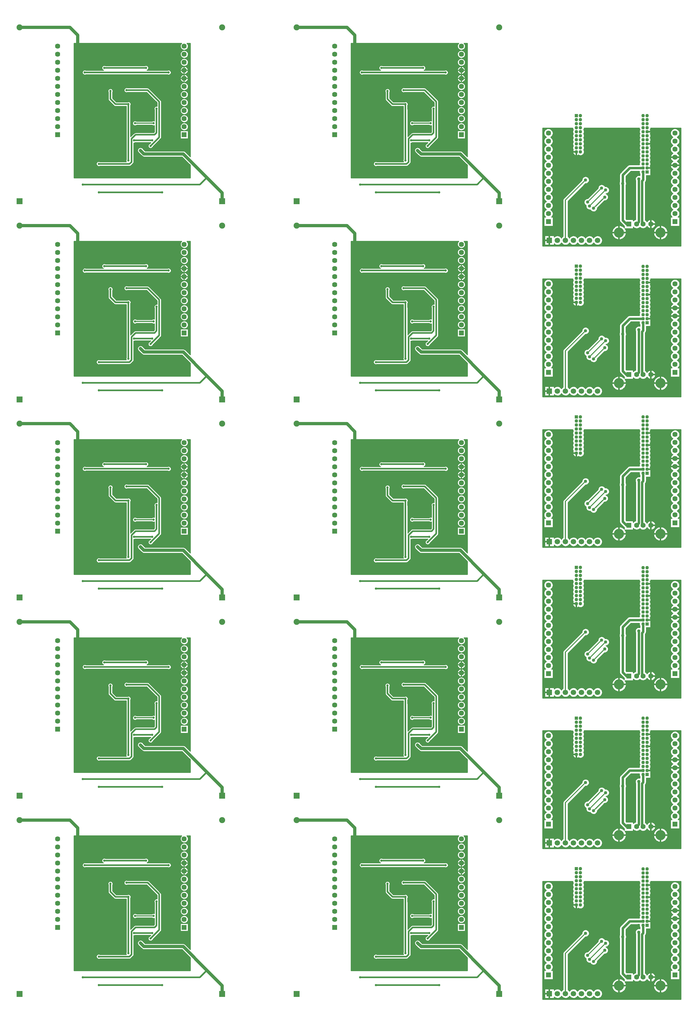
<source format=gbr>
G75*
G70*
%OFA0B0*%
%FSLAX25Y25*%
%IPPOS*%
%LPD*%
%AMOC8*
5,1,8,0,0,1.08239X$1,22.5*
%
%ADD15C,0.04330*%
%ADD17C,0.02760*%
%ADD18C,0.00980*%
%ADD21C,0.01180*%
%ADD25C,0.06300*%
%ADD27R,0.06300X0.06300*%
%ADD35C,0.01970*%
%ADD37C,0.07480*%
%ADD38R,0.07480X0.07480*%
%ADD39R,0.03940X0.03940*%
%ADD42C,0.03940*%
%ADD51R,0.06380X0.06380*%
%ADD53C,0.12600*%
%ADD57R,0.06690X0.06690*%
%ADD65C,0.06380*%
%ADD71C,0.04000*%
%ADD74C,0.02950*%
%ADD77C,0.06690*%
X0000000Y0000000D02*
G75*
G01*
%LPD*%
X0041340Y0226890D02*
D42*
X0103860Y0226890D01*
X0113570Y0217180D01*
X0113570Y0196550D01*
X0204210Y0079670D02*
D35*
X0214830Y0090300D01*
X0214830Y0134670D01*
X0200460Y0149040D01*
X0174200Y0149040D01*
X0139770Y0057220D02*
X0178010Y0057220D01*
X0180450Y0059660D01*
X0180450Y0088420D01*
X0185450Y0093410D01*
X0209200Y0093410D01*
X0211700Y0095920D01*
X0211700Y0125920D01*
X0139770Y0021930D02*
X0218510Y0021930D01*
X0206200Y0086420D02*
X0183580Y0086420D01*
X0293310Y0010900D02*
D42*
X0293310Y0021190D01*
X0274370Y0040130D01*
X0244840Y0069660D01*
X0196080Y0069660D01*
X0191700Y0074040D01*
X0120080Y0031490D02*
D35*
X0265740Y0031490D01*
X0274370Y0040130D01*
X0176700Y0131540D02*
X0160450Y0131540D01*
X0154200Y0137790D01*
X0154200Y0147850D01*
X0176700Y0131540D02*
X0176700Y0061540D01*
X0198580Y0176550D02*
X0146640Y0176550D01*
X0184830Y0107790D02*
D21*
X0207950Y0107790D01*
X0226710Y0170920D02*
D35*
X0122320Y0170920D01*
D17*
X0204210Y0079670D03*
X0174200Y0149040D03*
D03*
X0139770Y0057220D03*
X0211700Y0125920D03*
X0218510Y0021930D03*
X0139770Y0021930D03*
X0206200Y0086420D03*
X0183580Y0086420D03*
D71*
X0191700Y0074040D03*
D17*
X0120080Y0031490D03*
X0176700Y0131540D03*
X0154200Y0147850D03*
X0176700Y0061540D03*
X0176700Y0131540D03*
X0198580Y0176550D03*
X0146640Y0176550D03*
X0184830Y0107790D03*
X0207950Y0107790D03*
X0226710Y0170920D03*
X0122320Y0170920D03*
D71*
X0173580Y0141540D03*
X0196700Y0156540D03*
X0139830Y0164040D03*
X0164830Y0201540D03*
X0174830Y0201540D03*
X0222330Y0135290D03*
X0222330Y0127790D03*
X0222330Y0120290D03*
X0188580Y0156540D03*
D17*
X0197330Y0125290D03*
X0197330Y0120920D03*
X0197330Y0116540D03*
X0172950Y0125290D03*
X0172950Y0120920D03*
X0172950Y0116540D03*
D71*
X0160450Y0074040D03*
X0160450Y0066540D03*
X0154200Y0092790D03*
X0217330Y0056540D03*
X0154200Y0104670D03*
X0229830Y0056540D03*
X0227960Y0127790D03*
X0204200Y0115290D03*
X0204200Y0099670D03*
X0185040Y0045270D03*
X0197540Y0045270D03*
X0144980Y0045270D03*
X0157480Y0045270D03*
X0217330Y0078190D03*
X0229830Y0078190D03*
X0108860Y0206330D02*
D18*
X0241930Y0206330D01*
X0250200Y0206330D02*
X0253350Y0206330D01*
X0108860Y0205360D02*
X0241420Y0205360D01*
X0250710Y0205360D02*
X0253350Y0205360D01*
X0108860Y0204390D02*
X0241150Y0204390D01*
X0250990Y0204390D02*
X0253350Y0204390D01*
X0108860Y0203420D02*
X0241070Y0203420D01*
X0251060Y0203420D02*
X0253350Y0203420D01*
X0108860Y0202450D02*
X0241190Y0202450D01*
X0250940Y0202450D02*
X0253350Y0202450D01*
X0108860Y0201470D02*
X0241530Y0201470D01*
X0250600Y0201470D02*
X0253350Y0201470D01*
X0108860Y0200500D02*
X0242120Y0200500D01*
X0250020Y0200500D02*
X0253350Y0200500D01*
X0108860Y0199530D02*
X0243150Y0199530D01*
X0248990Y0199530D02*
X0253350Y0199530D01*
X0108860Y0198560D02*
X0253350Y0198560D01*
X0108860Y0197590D02*
X0243210Y0197590D01*
X0248930Y0197590D02*
X0253350Y0197590D01*
X0108860Y0196620D02*
X0242160Y0196620D01*
X0249970Y0196620D02*
X0253350Y0196620D01*
X0108860Y0195650D02*
X0241550Y0195650D01*
X0250590Y0195650D02*
X0253350Y0195650D01*
X0108860Y0194680D02*
X0241210Y0194680D01*
X0250930Y0194680D02*
X0253350Y0194680D01*
X0108860Y0193710D02*
X0241070Y0193710D01*
X0251060Y0193710D02*
X0253350Y0193710D01*
X0108860Y0192730D02*
X0241130Y0192730D01*
X0251000Y0192730D02*
X0253350Y0192730D01*
X0108860Y0191760D02*
X0241410Y0191760D01*
X0250730Y0191760D02*
X0253350Y0191760D01*
X0108860Y0190790D02*
X0241920Y0190790D01*
X0250220Y0190790D02*
X0253350Y0190790D01*
X0108860Y0189820D02*
X0242780Y0189820D01*
X0249360Y0189820D02*
X0253350Y0189820D01*
X0108860Y0188850D02*
X0244560Y0188850D01*
X0247570Y0188850D02*
X0253350Y0188850D01*
X0108860Y0187880D02*
X0243680Y0187880D01*
X0248450Y0187880D02*
X0253350Y0187880D01*
X0108860Y0186910D02*
X0242410Y0186910D01*
X0249730Y0186910D02*
X0253350Y0186910D01*
X0108860Y0185940D02*
X0241700Y0185940D01*
X0250430Y0185940D02*
X0253350Y0185940D01*
X0108860Y0184970D02*
X0241290Y0184970D01*
X0250850Y0184970D02*
X0253350Y0184970D01*
X0108860Y0183990D02*
X0241090Y0183990D01*
X0251050Y0183990D02*
X0253350Y0183990D01*
X0108860Y0183020D02*
X0241100Y0183020D01*
X0251030Y0183020D02*
X0253350Y0183020D01*
X0108860Y0182050D02*
X0241300Y0182050D01*
X0250830Y0182050D02*
X0253350Y0182050D01*
X0108860Y0181080D02*
X0241730Y0181080D01*
X0250400Y0181080D02*
X0253350Y0181080D01*
X0108860Y0180110D02*
X0242470Y0180110D01*
X0249660Y0180110D02*
X0253350Y0180110D01*
X0108860Y0179140D02*
X0144860Y0179140D01*
X0200360Y0179140D02*
X0243820Y0179140D01*
X0248310Y0179140D02*
X0253350Y0179140D01*
X0108860Y0178170D02*
X0143910Y0178170D01*
X0201310Y0178170D02*
X0244350Y0178170D01*
X0247790Y0178170D02*
X0253350Y0178170D01*
X0108860Y0177200D02*
X0143520Y0177200D01*
X0201700Y0177200D02*
X0242700Y0177200D01*
X0249430Y0177200D02*
X0253350Y0177200D01*
X0108860Y0176230D02*
X0143480Y0176230D01*
X0201740Y0176230D02*
X0241870Y0176230D01*
X0250260Y0176230D02*
X0253350Y0176230D01*
X0108860Y0175250D02*
X0143740Y0175250D01*
X0201480Y0175250D02*
X0241380Y0175250D01*
X0250760Y0175250D02*
X0253350Y0175250D01*
X0108860Y0174280D02*
X0144440Y0174280D01*
X0200770Y0174280D02*
X0241130Y0174280D01*
X0251000Y0174280D02*
X0253350Y0174280D01*
X0108860Y0173310D02*
X0120270Y0173310D01*
X0228760Y0173310D02*
X0241070Y0173310D01*
X0251060Y0173310D02*
X0253350Y0173310D01*
X0108860Y0172340D02*
X0119480Y0172340D01*
X0229550Y0172340D02*
X0241220Y0172340D01*
X0250910Y0172340D02*
X0253350Y0172340D01*
X0108860Y0171370D02*
X0119160Y0171370D01*
X0229860Y0171370D02*
X0241580Y0171370D01*
X0250560Y0171370D02*
X0253350Y0171370D01*
X0108860Y0170400D02*
X0119180Y0170400D01*
X0229860Y0170400D02*
X0242210Y0170400D01*
X0249930Y0170400D02*
X0253350Y0170400D01*
X0108860Y0169430D02*
X0119520Y0169430D01*
X0229500Y0169430D02*
X0243300Y0169430D01*
X0248830Y0169430D02*
X0253350Y0169430D01*
X0108860Y0168460D02*
X0120360Y0168460D01*
X0228670Y0168460D02*
X0253350Y0168460D01*
X0108860Y0167490D02*
X0243050Y0167490D01*
X0249080Y0167490D02*
X0253350Y0167490D01*
X0108860Y0166510D02*
X0242070Y0166510D01*
X0250060Y0166510D02*
X0253350Y0166510D01*
X0108860Y0165540D02*
X0241500Y0165540D01*
X0250630Y0165540D02*
X0253350Y0165540D01*
X0108860Y0164570D02*
X0241180Y0164570D01*
X0250960Y0164570D02*
X0253350Y0164570D01*
X0108860Y0163600D02*
X0241070Y0163600D01*
X0251060Y0163600D02*
X0253350Y0163600D01*
X0108860Y0162630D02*
X0241150Y0162630D01*
X0250990Y0162630D02*
X0253350Y0162630D01*
X0108860Y0161660D02*
X0241440Y0161660D01*
X0250690Y0161660D02*
X0253350Y0161660D01*
X0108860Y0160690D02*
X0241990Y0160690D01*
X0250140Y0160690D02*
X0253350Y0160690D01*
X0108860Y0159720D02*
X0242900Y0159720D01*
X0249230Y0159720D02*
X0253350Y0159720D01*
X0108860Y0158750D02*
X0244960Y0158750D01*
X0247170Y0158750D02*
X0253350Y0158750D01*
X0108860Y0157770D02*
X0243500Y0157770D01*
X0248630Y0157770D02*
X0253350Y0157770D01*
X0108860Y0156800D02*
X0242320Y0156800D01*
X0249820Y0156800D02*
X0253350Y0156800D01*
X0108860Y0155830D02*
X0241640Y0155830D01*
X0250490Y0155830D02*
X0253350Y0155830D01*
X0108860Y0154860D02*
X0241260Y0154860D01*
X0250880Y0154860D02*
X0253350Y0154860D01*
X0108860Y0153890D02*
X0241090Y0153890D01*
X0251050Y0153890D02*
X0253350Y0153890D01*
X0108860Y0152920D02*
X0241100Y0152920D01*
X0251030Y0152920D02*
X0253350Y0152920D01*
X0108860Y0151950D02*
X0173050Y0151950D01*
X0175350Y0151950D02*
X0241330Y0151950D01*
X0250800Y0151950D02*
X0253350Y0151950D01*
X0108860Y0150980D02*
X0171700Y0150980D01*
X0202440Y0150980D02*
X0241790Y0150980D01*
X0250340Y0150980D02*
X0253350Y0150980D01*
X0108860Y0150010D02*
X0151890Y0150010D01*
X0156510Y0150010D02*
X0171170Y0150010D01*
X0203400Y0150010D02*
X0242580Y0150010D01*
X0249560Y0150010D02*
X0253350Y0150010D01*
X0108860Y0149030D02*
X0151240Y0149030D01*
X0157160Y0149030D02*
X0171020Y0149030D01*
X0204370Y0149030D02*
X0244050Y0149030D01*
X0248080Y0149030D02*
X0253350Y0149030D01*
X0108860Y0148060D02*
X0151030Y0148060D01*
X0157380Y0148060D02*
X0171170Y0148060D01*
X0205340Y0148060D02*
X0244080Y0148060D01*
X0248050Y0148060D02*
X0253350Y0148060D01*
X0108860Y0147090D02*
X0151100Y0147090D01*
X0157300Y0147090D02*
X0171710Y0147090D01*
X0206310Y0147090D02*
X0242590Y0147090D01*
X0249540Y0147090D02*
X0253350Y0147090D01*
X0108860Y0146120D02*
X0151410Y0146120D01*
X0156990Y0146120D02*
X0173110Y0146120D01*
X0175290Y0146120D02*
X0199470Y0146120D01*
X0207300Y0146120D02*
X0241810Y0146120D01*
X0250330Y0146120D02*
X0253350Y0146120D01*
X0108860Y0145150D02*
X0151410Y0145150D01*
X0156990Y0145150D02*
X0200440Y0145150D01*
X0208260Y0145150D02*
X0241350Y0145150D01*
X0250790Y0145150D02*
X0253350Y0145150D01*
X0108860Y0144180D02*
X0151410Y0144180D01*
X0156990Y0144180D02*
X0201410Y0144180D01*
X0209230Y0144180D02*
X0241120Y0144180D01*
X0251020Y0144180D02*
X0253350Y0144180D01*
X0108860Y0143210D02*
X0151410Y0143210D01*
X0156990Y0143210D02*
X0202380Y0143210D01*
X0210200Y0143210D02*
X0241090Y0143210D01*
X0251050Y0143210D02*
X0253350Y0143210D01*
X0108860Y0142240D02*
X0151410Y0142240D01*
X0156990Y0142240D02*
X0203350Y0142240D01*
X0211170Y0142240D02*
X0241240Y0142240D01*
X0250890Y0142240D02*
X0253350Y0142240D01*
X0108860Y0141260D02*
X0151410Y0141260D01*
X0156990Y0141260D02*
X0204330Y0141260D01*
X0212140Y0141260D02*
X0241620Y0141260D01*
X0250510Y0141260D02*
X0253350Y0141260D01*
X0108860Y0140290D02*
X0151410Y0140290D01*
X0156990Y0140290D02*
X0205300Y0140290D01*
X0213120Y0140290D02*
X0242300Y0140290D01*
X0249830Y0140290D02*
X0253350Y0140290D01*
X0108860Y0139320D02*
X0151410Y0139320D01*
X0156990Y0139320D02*
X0206270Y0139320D01*
X0214090Y0139320D02*
X0243470Y0139320D01*
X0248660Y0139320D02*
X0253350Y0139320D01*
X0108860Y0138350D02*
X0151410Y0138350D01*
X0157560Y0138350D02*
X0207240Y0138350D01*
X0215060Y0138350D02*
X0245040Y0138350D01*
X0247100Y0138350D02*
X0253350Y0138350D01*
X0108860Y0137380D02*
X0151440Y0137380D01*
X0158530Y0137380D02*
X0208210Y0137380D01*
X0216030Y0137380D02*
X0242920Y0137380D01*
X0249220Y0137380D02*
X0253350Y0137380D01*
X0108860Y0136410D02*
X0151800Y0136410D01*
X0159500Y0136410D02*
X0209170Y0136410D01*
X0216980Y0136410D02*
X0241990Y0136410D01*
X0250140Y0136410D02*
X0253350Y0136410D01*
X0108860Y0135440D02*
X0152640Y0135440D01*
X0160470Y0135440D02*
X0210140Y0135440D01*
X0217510Y0135440D02*
X0241450Y0135440D01*
X0250680Y0135440D02*
X0253350Y0135440D01*
X0108860Y0134470D02*
X0153610Y0134470D01*
X0161440Y0134470D02*
X0175600Y0134470D01*
X0177800Y0134470D02*
X0211130Y0134470D01*
X0217630Y0134470D02*
X0241160Y0134470D01*
X0250970Y0134470D02*
X0253350Y0134470D01*
X0108860Y0133500D02*
X0154590Y0133500D01*
X0179200Y0133500D02*
X0212040Y0133500D01*
X0217630Y0133500D02*
X0241070Y0133500D01*
X0251060Y0133500D02*
X0253350Y0133500D01*
X0108860Y0132520D02*
X0155560Y0132520D01*
X0179740Y0132520D02*
X0212040Y0132520D01*
X0217630Y0132520D02*
X0241180Y0132520D01*
X0250960Y0132520D02*
X0253350Y0132520D01*
X0108860Y0131550D02*
X0156530Y0131550D01*
X0179890Y0131550D02*
X0212040Y0131550D01*
X0217630Y0131550D02*
X0241490Y0131550D01*
X0250650Y0131550D02*
X0253350Y0131550D01*
X0108860Y0130580D02*
X0157500Y0130580D01*
X0179740Y0130580D02*
X0212040Y0130580D01*
X0217630Y0130580D02*
X0242070Y0130580D01*
X0250060Y0130580D02*
X0253350Y0130580D01*
X0108860Y0129610D02*
X0158470Y0129610D01*
X0179490Y0129610D02*
X0212040Y0129610D01*
X0217630Y0129610D02*
X0243040Y0129610D01*
X0249100Y0129610D02*
X0253350Y0129610D01*
X0108860Y0128640D02*
X0173910Y0128640D01*
X0179490Y0128640D02*
X0210140Y0128640D01*
X0217630Y0128640D02*
X0253350Y0128640D01*
X0108860Y0127670D02*
X0173910Y0127670D01*
X0179490Y0127670D02*
X0209050Y0127670D01*
X0217630Y0127670D02*
X0243330Y0127670D01*
X0248800Y0127670D02*
X0253350Y0127670D01*
X0108860Y0126700D02*
X0173910Y0126700D01*
X0179490Y0126700D02*
X0208620Y0126700D01*
X0217630Y0126700D02*
X0242220Y0126700D01*
X0249910Y0126700D02*
X0253350Y0126700D01*
X0108860Y0125730D02*
X0173910Y0125730D01*
X0179490Y0125730D02*
X0208510Y0125730D01*
X0217630Y0125730D02*
X0241580Y0125730D01*
X0250560Y0125730D02*
X0253350Y0125730D01*
X0108860Y0124760D02*
X0173910Y0124760D01*
X0179490Y0124760D02*
X0181180Y0124760D01*
X0184870Y0124760D02*
X0187090Y0124760D01*
X0190780Y0124760D02*
X0208740Y0124760D01*
X0217630Y0124760D02*
X0241220Y0124760D01*
X0250910Y0124760D02*
X0253350Y0124760D01*
X0108860Y0123780D02*
X0173910Y0123780D01*
X0179490Y0123780D02*
X0180460Y0123780D01*
X0185600Y0123780D02*
X0186370Y0123780D01*
X0191500Y0123780D02*
X0208910Y0123780D01*
X0217630Y0123780D02*
X0241070Y0123780D01*
X0251060Y0123780D02*
X0253350Y0123780D01*
X0108860Y0122810D02*
X0173910Y0122810D01*
X0179490Y0122810D02*
X0180250Y0122810D01*
X0191730Y0122810D02*
X0208910Y0122810D01*
X0217630Y0122810D02*
X0241120Y0122810D01*
X0251020Y0122810D02*
X0253350Y0122810D01*
X0108860Y0121840D02*
X0173910Y0121840D01*
X0179490Y0121840D02*
X0180390Y0121840D01*
X0191590Y0121840D02*
X0208910Y0121840D01*
X0217630Y0121840D02*
X0241380Y0121840D01*
X0250760Y0121840D02*
X0253350Y0121840D01*
X0108860Y0120870D02*
X0173910Y0120870D01*
X0179490Y0120870D02*
X0180950Y0120870D01*
X0191010Y0120870D02*
X0208910Y0120870D01*
X0217630Y0120870D02*
X0241850Y0120870D01*
X0250280Y0120870D02*
X0253350Y0120870D01*
X0108860Y0119900D02*
X0173910Y0119900D01*
X0179490Y0119900D02*
X0180490Y0119900D01*
X0191490Y0119900D02*
X0208910Y0119900D01*
X0217630Y0119900D02*
X0242690Y0119900D01*
X0249450Y0119900D02*
X0253350Y0119900D01*
X0108860Y0118930D02*
X0173910Y0118930D01*
X0179490Y0118930D02*
X0180250Y0118930D01*
X0191730Y0118930D02*
X0208910Y0118930D01*
X0217630Y0118930D02*
X0244320Y0118930D01*
X0247820Y0118930D02*
X0253350Y0118930D01*
X0108860Y0117960D02*
X0173910Y0117960D01*
X0179490Y0117960D02*
X0180370Y0117960D01*
X0185700Y0117960D02*
X0186260Y0117960D01*
X0191610Y0117960D02*
X0208910Y0117960D01*
X0217630Y0117960D02*
X0243840Y0117960D01*
X0248300Y0117960D02*
X0253350Y0117960D01*
X0108860Y0116990D02*
X0173910Y0116990D01*
X0179490Y0116990D02*
X0180910Y0116990D01*
X0185150Y0116990D02*
X0186810Y0116990D01*
X0191060Y0116990D02*
X0208910Y0116990D01*
X0217630Y0116990D02*
X0242490Y0116990D01*
X0249650Y0116990D02*
X0253350Y0116990D01*
X0108860Y0116020D02*
X0173910Y0116020D01*
X0179490Y0116020D02*
X0208910Y0116020D01*
X0217630Y0116020D02*
X0241730Y0116020D01*
X0250400Y0116020D02*
X0253350Y0116020D01*
X0108860Y0115040D02*
X0173910Y0115040D01*
X0179490Y0115040D02*
X0208910Y0115040D01*
X0217630Y0115040D02*
X0241300Y0115040D01*
X0250830Y0115040D02*
X0253350Y0115040D01*
X0108860Y0114070D02*
X0173910Y0114070D01*
X0179490Y0114070D02*
X0208910Y0114070D01*
X0217630Y0114070D02*
X0241100Y0114070D01*
X0251030Y0114070D02*
X0253350Y0114070D01*
X0108860Y0113100D02*
X0173910Y0113100D01*
X0179490Y0113100D02*
X0208910Y0113100D01*
X0217630Y0113100D02*
X0241090Y0113100D01*
X0251050Y0113100D02*
X0253350Y0113100D01*
X0108860Y0112130D02*
X0173910Y0112130D01*
X0179490Y0112130D02*
X0208910Y0112130D01*
X0217630Y0112130D02*
X0241270Y0112130D01*
X0250860Y0112130D02*
X0253350Y0112130D01*
X0108860Y0111160D02*
X0173910Y0111160D01*
X0179490Y0111160D02*
X0208910Y0111160D01*
X0217630Y0111160D02*
X0241690Y0111160D01*
X0250450Y0111160D02*
X0253350Y0111160D01*
X0108860Y0110190D02*
X0173910Y0110190D01*
X0179490Y0110190D02*
X0182780Y0110190D01*
X0186890Y0110190D02*
X0205900Y0110190D01*
X0217630Y0110190D02*
X0242390Y0110190D01*
X0249740Y0110190D02*
X0253350Y0110190D01*
X0108860Y0109220D02*
X0173910Y0109220D01*
X0179490Y0109220D02*
X0181980Y0109220D01*
X0217630Y0109220D02*
X0243670Y0109220D01*
X0248460Y0109220D02*
X0253350Y0109220D01*
X0108860Y0108250D02*
X0173910Y0108250D01*
X0179490Y0108250D02*
X0181680Y0108250D01*
X0217630Y0108250D02*
X0244590Y0108250D01*
X0247540Y0108250D02*
X0253350Y0108250D01*
X0108860Y0107280D02*
X0173910Y0107280D01*
X0179490Y0107280D02*
X0181690Y0107280D01*
X0217630Y0107280D02*
X0242790Y0107280D01*
X0249340Y0107280D02*
X0253350Y0107280D01*
X0108860Y0106300D02*
X0173910Y0106300D01*
X0179490Y0106300D02*
X0182030Y0106300D01*
X0217630Y0106300D02*
X0241920Y0106300D01*
X0250220Y0106300D02*
X0253350Y0106300D01*
X0108860Y0105330D02*
X0173910Y0105330D01*
X0179490Y0105330D02*
X0182860Y0105330D01*
X0186800Y0105330D02*
X0205990Y0105330D01*
X0217630Y0105330D02*
X0241410Y0105330D01*
X0250730Y0105330D02*
X0253350Y0105330D01*
X0108860Y0104360D02*
X0173910Y0104360D01*
X0179490Y0104360D02*
X0208910Y0104360D01*
X0217630Y0104360D02*
X0241130Y0104360D01*
X0251000Y0104360D02*
X0253350Y0104360D01*
X0108860Y0103390D02*
X0173910Y0103390D01*
X0179490Y0103390D02*
X0208910Y0103390D01*
X0217630Y0103390D02*
X0241070Y0103390D01*
X0251060Y0103390D02*
X0253350Y0103390D01*
X0108860Y0102420D02*
X0173910Y0102420D01*
X0179490Y0102420D02*
X0208910Y0102420D01*
X0217630Y0102420D02*
X0241190Y0102420D01*
X0250940Y0102420D02*
X0253350Y0102420D01*
X0108860Y0101450D02*
X0173910Y0101450D01*
X0179490Y0101450D02*
X0208910Y0101450D01*
X0217630Y0101450D02*
X0241530Y0101450D01*
X0250600Y0101450D02*
X0253350Y0101450D01*
X0108860Y0100480D02*
X0173910Y0100480D01*
X0179490Y0100480D02*
X0208910Y0100480D01*
X0217630Y0100480D02*
X0242150Y0100480D01*
X0249990Y0100480D02*
X0253350Y0100480D01*
X0108860Y0099510D02*
X0173910Y0099510D01*
X0179490Y0099510D02*
X0208910Y0099510D01*
X0217630Y0099510D02*
X0243190Y0099510D01*
X0248940Y0099510D02*
X0253350Y0099510D01*
X0108860Y0098540D02*
X0173910Y0098540D01*
X0179490Y0098540D02*
X0208910Y0098540D01*
X0217630Y0098540D02*
X0253350Y0098540D01*
X0108860Y0097560D02*
X0173910Y0097560D01*
X0179490Y0097560D02*
X0208910Y0097560D01*
X0217630Y0097560D02*
X0241070Y0097560D01*
X0251060Y0097560D02*
X0253350Y0097560D01*
X0108860Y0096590D02*
X0173910Y0096590D01*
X0179490Y0096590D02*
X0208470Y0096590D01*
X0217630Y0096590D02*
X0241070Y0096590D01*
X0251060Y0096590D02*
X0253350Y0096590D01*
X0108860Y0095620D02*
X0173910Y0095620D01*
X0179490Y0095620D02*
X0183800Y0095620D01*
X0217630Y0095620D02*
X0241070Y0095620D01*
X0251060Y0095620D02*
X0253350Y0095620D01*
X0108860Y0094650D02*
X0173910Y0094650D01*
X0179490Y0094650D02*
X0182770Y0094650D01*
X0217630Y0094650D02*
X0241070Y0094650D01*
X0251060Y0094650D02*
X0253350Y0094650D01*
X0108860Y0093680D02*
X0173910Y0093680D01*
X0179490Y0093680D02*
X0181800Y0093680D01*
X0217630Y0093680D02*
X0241070Y0093680D01*
X0251060Y0093680D02*
X0253350Y0093680D01*
X0108860Y0092710D02*
X0173910Y0092710D01*
X0179490Y0092710D02*
X0180830Y0092710D01*
X0217630Y0092710D02*
X0241070Y0092710D01*
X0251060Y0092710D02*
X0253350Y0092710D01*
X0108860Y0091740D02*
X0173910Y0091740D01*
X0217630Y0091740D02*
X0241070Y0091740D01*
X0251060Y0091740D02*
X0253350Y0091740D01*
X0108860Y0090770D02*
X0173910Y0090770D01*
X0217630Y0090770D02*
X0241070Y0090770D01*
X0251060Y0090770D02*
X0253350Y0090770D01*
X0108860Y0089800D02*
X0173910Y0089800D01*
X0217580Y0089800D02*
X0241070Y0089800D01*
X0251060Y0089800D02*
X0253350Y0089800D01*
X0108860Y0088820D02*
X0173910Y0088820D01*
X0217180Y0088820D02*
X0241070Y0088820D01*
X0251060Y0088820D02*
X0253350Y0088820D01*
X0108860Y0087850D02*
X0173910Y0087850D01*
X0216290Y0087850D02*
X0253350Y0087850D01*
X0108860Y0086880D02*
X0173910Y0086880D01*
X0215320Y0086880D02*
X0253350Y0086880D01*
X0108860Y0085910D02*
X0173910Y0085910D01*
X0214350Y0085910D02*
X0253350Y0085910D01*
X0108860Y0084940D02*
X0173910Y0084940D01*
X0213390Y0084940D02*
X0253350Y0084940D01*
X0108860Y0083970D02*
X0173910Y0083970D01*
X0212420Y0083970D02*
X0253350Y0083970D01*
X0108860Y0083000D02*
X0173910Y0083000D01*
X0183240Y0083000D02*
X0203620Y0083000D01*
X0211450Y0083000D02*
X0253350Y0083000D01*
X0108860Y0082030D02*
X0173910Y0082030D01*
X0183240Y0082030D02*
X0202100Y0082030D01*
X0210460Y0082030D02*
X0253350Y0082030D01*
X0108860Y0081050D02*
X0173910Y0081050D01*
X0183240Y0081050D02*
X0201350Y0081050D01*
X0209490Y0081050D02*
X0253350Y0081050D01*
X0108860Y0080080D02*
X0173910Y0080080D01*
X0183240Y0080080D02*
X0201040Y0080080D01*
X0208530Y0080080D02*
X0253350Y0080080D01*
X0108860Y0079110D02*
X0173910Y0079110D01*
X0183240Y0079110D02*
X0201070Y0079110D01*
X0207560Y0079110D02*
X0253350Y0079110D01*
X0108860Y0078140D02*
X0173910Y0078140D01*
X0183240Y0078140D02*
X0201420Y0078140D01*
X0206990Y0078140D02*
X0253350Y0078140D01*
X0108860Y0077170D02*
X0173910Y0077170D01*
X0183240Y0077170D02*
X0189610Y0077170D01*
X0193790Y0077170D02*
X0202300Y0077170D01*
X0206110Y0077170D02*
X0253350Y0077170D01*
X0108860Y0076200D02*
X0173910Y0076200D01*
X0183240Y0076200D02*
X0188580Y0076200D01*
X0194840Y0076200D02*
X0253350Y0076200D01*
X0108860Y0075230D02*
X0173910Y0075230D01*
X0183240Y0075230D02*
X0188090Y0075230D01*
X0195820Y0075230D02*
X0253350Y0075230D01*
X0108860Y0074260D02*
X0173910Y0074260D01*
X0183240Y0074260D02*
X0187910Y0074260D01*
X0196790Y0074260D02*
X0253350Y0074260D01*
X0108860Y0073290D02*
X0173910Y0073290D01*
X0183240Y0073290D02*
X0187970Y0073290D01*
X0245570Y0073290D02*
X0253350Y0073290D01*
X0108860Y0072310D02*
X0173910Y0072310D01*
X0183240Y0072310D02*
X0188320Y0072310D01*
X0247480Y0072310D02*
X0253350Y0072310D01*
X0108860Y0071340D02*
X0173910Y0071340D01*
X0183240Y0071340D02*
X0189060Y0071340D01*
X0248450Y0071340D02*
X0253350Y0071340D01*
X0108860Y0070370D02*
X0173910Y0070370D01*
X0183240Y0070370D02*
X0190070Y0070370D01*
X0249430Y0070370D02*
X0253350Y0070370D01*
X0108860Y0069400D02*
X0173910Y0069400D01*
X0183240Y0069400D02*
X0191040Y0069400D01*
X0250400Y0069400D02*
X0253350Y0069400D01*
X0108860Y0068430D02*
X0173910Y0068430D01*
X0183240Y0068430D02*
X0192010Y0068430D01*
X0251370Y0068430D02*
X0253350Y0068430D01*
X0108860Y0067460D02*
X0173910Y0067460D01*
X0183240Y0067460D02*
X0192980Y0067460D01*
X0252340Y0067460D02*
X0253350Y0067460D01*
X0108860Y0066490D02*
X0173910Y0066490D01*
X0183240Y0066490D02*
X0194120Y0066490D01*
X0108860Y0065520D02*
X0173910Y0065520D01*
X0183240Y0065520D02*
X0243680Y0065520D01*
X0108860Y0064550D02*
X0173910Y0064550D01*
X0183240Y0064550D02*
X0244650Y0064550D01*
X0108860Y0063570D02*
X0173910Y0063570D01*
X0183240Y0063570D02*
X0245620Y0063570D01*
X0108860Y0062600D02*
X0173710Y0062600D01*
X0183240Y0062600D02*
X0246590Y0062600D01*
X0108860Y0061630D02*
X0173510Y0061630D01*
X0183240Y0061630D02*
X0247560Y0061630D01*
X0108860Y0060660D02*
X0173650Y0060660D01*
X0183240Y0060660D02*
X0248530Y0060660D01*
X0108860Y0059690D02*
X0137820Y0059690D01*
X0183240Y0059690D02*
X0249500Y0059690D01*
X0108860Y0058720D02*
X0136970Y0058720D01*
X0183070Y0058720D02*
X0250480Y0058720D01*
X0108860Y0057750D02*
X0136630Y0057750D01*
X0182460Y0057750D02*
X0251450Y0057750D01*
X0108860Y0056780D02*
X0136620Y0056780D01*
X0181470Y0056780D02*
X0252420Y0056780D01*
X0108860Y0055810D02*
X0136920Y0055810D01*
X0180510Y0055810D02*
X0253350Y0055810D01*
X0108860Y0054830D02*
X0137710Y0054830D01*
X0179370Y0054830D02*
X0253350Y0054830D01*
X0108860Y0053860D02*
X0253350Y0053860D01*
X0108860Y0052890D02*
X0253350Y0052890D01*
X0108860Y0051920D02*
X0253350Y0051920D01*
X0108860Y0050950D02*
X0253350Y0050950D01*
X0108860Y0049980D02*
X0253350Y0049980D01*
X0108860Y0049010D02*
X0253350Y0049010D01*
X0108860Y0048040D02*
X0253350Y0048040D01*
X0108860Y0047070D02*
X0253350Y0047070D01*
X0108860Y0046090D02*
X0253350Y0046090D01*
X0108860Y0045120D02*
X0253350Y0045120D01*
X0108860Y0044150D02*
X0253350Y0044150D01*
X0108860Y0043180D02*
X0253350Y0043180D01*
X0108860Y0042210D02*
X0253350Y0042210D01*
X0108860Y0041240D02*
X0253350Y0041240D01*
X0108860Y0040270D02*
X0253350Y0040270D01*
X0241660Y0098440D02*
X0250970Y0098440D01*
X0250970Y0088640D01*
X0241170Y0088640D01*
X0241170Y0098440D01*
X0241660Y0098440D01*
X0250940Y0103050D02*
X0250870Y0102560D01*
X0250750Y0102090D01*
X0250580Y0101630D01*
X0250360Y0101180D01*
X0250110Y0100760D01*
X0249810Y0100370D01*
X0249470Y0100010D01*
X0249100Y0099690D01*
X0248700Y0099410D01*
X0248270Y0099160D01*
X0247820Y0098960D01*
X0247350Y0098810D01*
X0246870Y0098710D01*
X0246380Y0098650D01*
X0245890Y0098640D01*
X0245400Y0098690D01*
X0244920Y0098780D01*
X0244450Y0098920D01*
X0243990Y0099100D01*
X0243560Y0099330D01*
X0243150Y0099600D01*
X0242770Y0099920D01*
X0242420Y0100270D01*
X0242110Y0100650D01*
X0241840Y0101060D01*
X0241610Y0101500D01*
X0241430Y0101950D01*
X0241290Y0102420D01*
X0241210Y0102910D01*
X0241170Y0103400D01*
X0241180Y0103890D01*
X0241240Y0104380D01*
X0241350Y0104860D01*
X0241500Y0105330D01*
X0241700Y0105770D01*
X0241950Y0106200D01*
X0242240Y0106600D01*
X0242560Y0106970D01*
X0242920Y0107300D01*
X0243320Y0107600D01*
X0243740Y0107850D01*
X0244180Y0108070D01*
X0244640Y0108230D01*
X0245120Y0108350D01*
X0245610Y0108420D01*
X0246100Y0108440D01*
X0246590Y0108420D01*
X0247080Y0108340D01*
X0247550Y0108210D01*
X0248010Y0108040D01*
X0248450Y0107820D01*
X0248870Y0107560D01*
X0249260Y0107260D01*
X0249620Y0106920D01*
X0249940Y0106550D01*
X0250220Y0106150D01*
X0250460Y0105720D01*
X0250660Y0105270D01*
X0250810Y0104800D01*
X0250910Y0104320D01*
X0250970Y0103540D01*
X0250940Y0103050D01*
X0250940Y0113050D02*
X0250870Y0112560D01*
X0250750Y0112090D01*
X0250580Y0111630D01*
X0250360Y0111180D01*
X0250110Y0110760D01*
X0249810Y0110370D01*
X0249470Y0110010D01*
X0249100Y0109690D01*
X0248700Y0109410D01*
X0248270Y0109160D01*
X0247820Y0108960D01*
X0247350Y0108810D01*
X0246870Y0108710D01*
X0246380Y0108650D01*
X0245890Y0108640D01*
X0245400Y0108690D01*
X0244920Y0108780D01*
X0244450Y0108920D01*
X0243990Y0109100D01*
X0243560Y0109330D01*
X0243150Y0109600D01*
X0242770Y0109920D01*
X0242420Y0110270D01*
X0242110Y0110650D01*
X0241840Y0111060D01*
X0241610Y0111500D01*
X0241430Y0111950D01*
X0241290Y0112420D01*
X0241210Y0112910D01*
X0241170Y0113400D01*
X0241180Y0113890D01*
X0241240Y0114380D01*
X0241350Y0114860D01*
X0241500Y0115330D01*
X0241700Y0115770D01*
X0241950Y0116200D01*
X0242240Y0116600D01*
X0242560Y0116970D01*
X0242920Y0117300D01*
X0243320Y0117600D01*
X0243740Y0117850D01*
X0244180Y0118070D01*
X0244640Y0118230D01*
X0245120Y0118350D01*
X0245610Y0118420D01*
X0246100Y0118440D01*
X0246590Y0118420D01*
X0247080Y0118340D01*
X0247550Y0118210D01*
X0248010Y0118040D01*
X0248450Y0117820D01*
X0248870Y0117560D01*
X0249260Y0117260D01*
X0249620Y0116920D01*
X0249940Y0116550D01*
X0250220Y0116150D01*
X0250460Y0115720D01*
X0250660Y0115270D01*
X0250810Y0114800D01*
X0250910Y0114320D01*
X0250970Y0113540D01*
X0250940Y0113050D01*
X0250940Y0123050D02*
X0250870Y0122560D01*
X0250750Y0122090D01*
X0250580Y0121630D01*
X0250360Y0121180D01*
X0250110Y0120760D01*
X0249810Y0120370D01*
X0249470Y0120010D01*
X0249100Y0119690D01*
X0248700Y0119410D01*
X0248270Y0119160D01*
X0247820Y0118960D01*
X0247350Y0118810D01*
X0246870Y0118710D01*
X0246380Y0118650D01*
X0245890Y0118640D01*
X0245400Y0118690D01*
X0244920Y0118780D01*
X0244450Y0118920D01*
X0243990Y0119100D01*
X0243560Y0119330D01*
X0243150Y0119600D01*
X0242770Y0119920D01*
X0242420Y0120270D01*
X0242110Y0120650D01*
X0241840Y0121060D01*
X0241610Y0121500D01*
X0241430Y0121950D01*
X0241290Y0122420D01*
X0241210Y0122910D01*
X0241170Y0123400D01*
X0241180Y0123890D01*
X0241240Y0124380D01*
X0241350Y0124860D01*
X0241500Y0125330D01*
X0241700Y0125770D01*
X0241950Y0126200D01*
X0242240Y0126600D01*
X0242560Y0126970D01*
X0242920Y0127300D01*
X0243320Y0127600D01*
X0243740Y0127850D01*
X0244180Y0128070D01*
X0244640Y0128230D01*
X0245120Y0128350D01*
X0245610Y0128420D01*
X0246100Y0128440D01*
X0246590Y0128420D01*
X0247080Y0128340D01*
X0247550Y0128210D01*
X0248010Y0128040D01*
X0248450Y0127820D01*
X0248870Y0127560D01*
X0249260Y0127260D01*
X0249620Y0126920D01*
X0249940Y0126550D01*
X0250220Y0126150D01*
X0250460Y0125720D01*
X0250660Y0125270D01*
X0250810Y0124800D01*
X0250910Y0124320D01*
X0250970Y0123540D01*
X0250940Y0123050D01*
X0250940Y0133050D02*
X0250870Y0132560D01*
X0250750Y0132090D01*
X0250580Y0131630D01*
X0250360Y0131180D01*
X0250110Y0130760D01*
X0249810Y0130370D01*
X0249470Y0130010D01*
X0249100Y0129690D01*
X0248700Y0129410D01*
X0248270Y0129160D01*
X0247820Y0128960D01*
X0247350Y0128810D01*
X0246870Y0128710D01*
X0246380Y0128650D01*
X0245890Y0128640D01*
X0245400Y0128690D01*
X0244920Y0128780D01*
X0244450Y0128920D01*
X0243990Y0129100D01*
X0243560Y0129330D01*
X0243150Y0129600D01*
X0242770Y0129920D01*
X0242420Y0130270D01*
X0242110Y0130650D01*
X0241840Y0131060D01*
X0241610Y0131500D01*
X0241430Y0131950D01*
X0241290Y0132420D01*
X0241210Y0132910D01*
X0241170Y0133400D01*
X0241180Y0133890D01*
X0241240Y0134380D01*
X0241350Y0134860D01*
X0241500Y0135330D01*
X0241700Y0135770D01*
X0241950Y0136200D01*
X0242240Y0136600D01*
X0242560Y0136970D01*
X0242920Y0137300D01*
X0243320Y0137600D01*
X0243740Y0137850D01*
X0244180Y0138070D01*
X0244640Y0138230D01*
X0245120Y0138350D01*
X0245610Y0138420D01*
X0246100Y0138440D01*
X0246590Y0138420D01*
X0247080Y0138340D01*
X0247550Y0138210D01*
X0248010Y0138040D01*
X0248450Y0137820D01*
X0248870Y0137560D01*
X0249260Y0137260D01*
X0249620Y0136920D01*
X0249940Y0136550D01*
X0250220Y0136150D01*
X0250460Y0135720D01*
X0250660Y0135270D01*
X0250810Y0134800D01*
X0250910Y0134320D01*
X0250970Y0133540D01*
X0250940Y0133050D01*
X0250940Y0143050D02*
X0250870Y0142560D01*
X0250750Y0142090D01*
X0250580Y0141630D01*
X0250360Y0141180D01*
X0250110Y0140760D01*
X0249810Y0140370D01*
X0249470Y0140010D01*
X0249100Y0139690D01*
X0248700Y0139410D01*
X0248270Y0139160D01*
X0247820Y0138960D01*
X0247350Y0138810D01*
X0246870Y0138710D01*
X0246380Y0138650D01*
X0245890Y0138640D01*
X0245400Y0138690D01*
X0244920Y0138780D01*
X0244450Y0138920D01*
X0243990Y0139100D01*
X0243560Y0139330D01*
X0243150Y0139600D01*
X0242770Y0139920D01*
X0242420Y0140270D01*
X0242110Y0140650D01*
X0241840Y0141060D01*
X0241610Y0141500D01*
X0241430Y0141950D01*
X0241290Y0142420D01*
X0241210Y0142910D01*
X0241170Y0143400D01*
X0241180Y0143890D01*
X0241240Y0144380D01*
X0241350Y0144860D01*
X0241500Y0145330D01*
X0241700Y0145770D01*
X0241950Y0146200D01*
X0242240Y0146600D01*
X0242560Y0146970D01*
X0242920Y0147300D01*
X0243320Y0147600D01*
X0243740Y0147850D01*
X0244180Y0148070D01*
X0244640Y0148230D01*
X0245120Y0148350D01*
X0245610Y0148420D01*
X0246100Y0148440D01*
X0246590Y0148420D01*
X0247080Y0148340D01*
X0247550Y0148210D01*
X0248010Y0148040D01*
X0248450Y0147820D01*
X0248870Y0147560D01*
X0249260Y0147260D01*
X0249620Y0146920D01*
X0249940Y0146550D01*
X0250220Y0146150D01*
X0250460Y0145720D01*
X0250660Y0145270D01*
X0250810Y0144800D01*
X0250910Y0144320D01*
X0250970Y0143540D01*
X0250940Y0143050D01*
X0250940Y0153050D02*
X0250870Y0152560D01*
X0250750Y0152090D01*
X0250580Y0151630D01*
X0250360Y0151180D01*
X0250110Y0150760D01*
X0249810Y0150370D01*
X0249470Y0150010D01*
X0249100Y0149690D01*
X0248700Y0149410D01*
X0248270Y0149160D01*
X0247820Y0148960D01*
X0247350Y0148810D01*
X0246870Y0148710D01*
X0246380Y0148650D01*
X0245890Y0148640D01*
X0245400Y0148690D01*
X0244920Y0148780D01*
X0244450Y0148920D01*
X0243990Y0149100D01*
X0243560Y0149330D01*
X0243150Y0149600D01*
X0242770Y0149920D01*
X0242420Y0150270D01*
X0242110Y0150650D01*
X0241840Y0151060D01*
X0241610Y0151500D01*
X0241430Y0151950D01*
X0241290Y0152420D01*
X0241210Y0152910D01*
X0241170Y0153400D01*
X0241180Y0153890D01*
X0241240Y0154380D01*
X0241350Y0154860D01*
X0241500Y0155330D01*
X0241700Y0155770D01*
X0241950Y0156200D01*
X0242240Y0156600D01*
X0242560Y0156970D01*
X0242920Y0157300D01*
X0243320Y0157600D01*
X0243740Y0157850D01*
X0244180Y0158070D01*
X0244640Y0158230D01*
X0245120Y0158350D01*
X0245610Y0158420D01*
X0246100Y0158440D01*
X0246590Y0158420D01*
X0247080Y0158340D01*
X0247550Y0158210D01*
X0248010Y0158040D01*
X0248450Y0157820D01*
X0248870Y0157560D01*
X0249260Y0157260D01*
X0249620Y0156920D01*
X0249940Y0156550D01*
X0250220Y0156150D01*
X0250460Y0155720D01*
X0250660Y0155270D01*
X0250810Y0154800D01*
X0250910Y0154320D01*
X0250970Y0153540D01*
X0250940Y0153050D01*
X0250970Y0163440D02*
X0250910Y0162760D01*
X0250750Y0162090D01*
X0250500Y0161450D01*
X0250160Y0160850D01*
X0249740Y0160300D01*
X0249250Y0159820D01*
X0248700Y0159410D01*
X0248090Y0159080D01*
X0247450Y0158840D01*
X0246780Y0158690D01*
X0246090Y0158640D01*
X0245400Y0158690D01*
X0244730Y0158830D01*
X0244080Y0159060D01*
X0243470Y0159380D01*
X0242920Y0159790D01*
X0242420Y0160270D01*
X0242000Y0160810D01*
X0241660Y0161410D01*
X0241400Y0162050D01*
X0241240Y0162710D01*
X0241170Y0163400D01*
X0241200Y0164090D01*
X0241320Y0164760D01*
X0241540Y0165420D01*
X0241850Y0166030D01*
X0242240Y0166600D01*
X0242700Y0167110D01*
X0243240Y0167540D01*
X0243820Y0167900D01*
X0244460Y0168170D01*
X0245120Y0168350D01*
X0245800Y0168440D01*
X0246490Y0168420D01*
X0247170Y0168320D01*
X0247830Y0168120D01*
X0248450Y0167820D01*
X0249030Y0167450D01*
X0249550Y0166990D01*
X0250000Y0166470D01*
X0250370Y0165890D01*
X0250660Y0165270D01*
X0250850Y0164610D01*
X0250950Y0163930D01*
X0250970Y0163440D01*
X0250970Y0173440D02*
X0250910Y0172760D01*
X0250750Y0172090D01*
X0250500Y0171450D01*
X0250160Y0170850D01*
X0249740Y0170300D01*
X0249250Y0169820D01*
X0248700Y0169410D01*
X0248090Y0169080D01*
X0247450Y0168840D01*
X0246780Y0168690D01*
X0246090Y0168640D01*
X0245400Y0168690D01*
X0244730Y0168830D01*
X0244080Y0169060D01*
X0243470Y0169380D01*
X0242920Y0169790D01*
X0242420Y0170270D01*
X0242000Y0170810D01*
X0241660Y0171410D01*
X0241400Y0172050D01*
X0241240Y0172710D01*
X0241170Y0173400D01*
X0241200Y0174090D01*
X0241320Y0174760D01*
X0241540Y0175420D01*
X0241850Y0176030D01*
X0242240Y0176600D01*
X0242700Y0177110D01*
X0243240Y0177540D01*
X0243820Y0177900D01*
X0244460Y0178170D01*
X0245120Y0178350D01*
X0245800Y0178440D01*
X0246490Y0178420D01*
X0247170Y0178320D01*
X0247830Y0178120D01*
X0248450Y0177820D01*
X0249030Y0177450D01*
X0249550Y0176990D01*
X0250000Y0176470D01*
X0250370Y0175890D01*
X0250660Y0175270D01*
X0250850Y0174610D01*
X0250950Y0173930D01*
X0250970Y0173440D01*
X0250940Y0183050D02*
X0250870Y0182560D01*
X0250750Y0182090D01*
X0250580Y0181630D01*
X0250360Y0181180D01*
X0250110Y0180760D01*
X0249810Y0180370D01*
X0249470Y0180010D01*
X0249100Y0179690D01*
X0248700Y0179410D01*
X0248270Y0179160D01*
X0247820Y0178960D01*
X0247350Y0178810D01*
X0246870Y0178710D01*
X0246380Y0178650D01*
X0245890Y0178640D01*
X0245400Y0178690D01*
X0244920Y0178780D01*
X0244450Y0178920D01*
X0243990Y0179100D01*
X0243560Y0179330D01*
X0243150Y0179600D01*
X0242770Y0179920D01*
X0242420Y0180270D01*
X0242110Y0180650D01*
X0241840Y0181060D01*
X0241610Y0181500D01*
X0241430Y0181950D01*
X0241290Y0182420D01*
X0241210Y0182910D01*
X0241170Y0183400D01*
X0241180Y0183890D01*
X0241240Y0184380D01*
X0241350Y0184860D01*
X0241500Y0185330D01*
X0241700Y0185770D01*
X0241950Y0186200D01*
X0242240Y0186600D01*
X0242560Y0186970D01*
X0242920Y0187300D01*
X0243320Y0187600D01*
X0243740Y0187850D01*
X0244180Y0188070D01*
X0244640Y0188230D01*
X0245120Y0188350D01*
X0245610Y0188420D01*
X0246100Y0188440D01*
X0246590Y0188420D01*
X0247080Y0188340D01*
X0247550Y0188210D01*
X0248010Y0188040D01*
X0248450Y0187820D01*
X0248870Y0187560D01*
X0249260Y0187260D01*
X0249620Y0186920D01*
X0249940Y0186550D01*
X0250220Y0186150D01*
X0250460Y0185720D01*
X0250660Y0185270D01*
X0250810Y0184800D01*
X0250910Y0184320D01*
X0250970Y0183540D01*
X0250940Y0183050D01*
X0250940Y0193050D02*
X0250870Y0192560D01*
X0250750Y0192090D01*
X0250580Y0191630D01*
X0250360Y0191180D01*
X0250110Y0190760D01*
X0249810Y0190370D01*
X0249470Y0190010D01*
X0249100Y0189690D01*
X0248700Y0189410D01*
X0248270Y0189160D01*
X0247820Y0188960D01*
X0247350Y0188810D01*
X0246870Y0188710D01*
X0246380Y0188650D01*
X0245890Y0188640D01*
X0245400Y0188690D01*
X0244920Y0188780D01*
X0244450Y0188920D01*
X0243990Y0189100D01*
X0243560Y0189330D01*
X0243150Y0189600D01*
X0242770Y0189920D01*
X0242420Y0190270D01*
X0242110Y0190650D01*
X0241840Y0191060D01*
X0241610Y0191500D01*
X0241430Y0191950D01*
X0241290Y0192420D01*
X0241210Y0192910D01*
X0241170Y0193400D01*
X0241180Y0193890D01*
X0241240Y0194380D01*
X0241350Y0194860D01*
X0241500Y0195330D01*
X0241700Y0195770D01*
X0241950Y0196200D01*
X0242240Y0196600D01*
X0242560Y0196970D01*
X0242920Y0197300D01*
X0243320Y0197600D01*
X0243740Y0197850D01*
X0244180Y0198070D01*
X0244640Y0198230D01*
X0245120Y0198350D01*
X0245610Y0198420D01*
X0246100Y0198440D01*
X0246590Y0198420D01*
X0247080Y0198340D01*
X0247550Y0198210D01*
X0248010Y0198040D01*
X0248450Y0197820D01*
X0248870Y0197560D01*
X0249260Y0197260D01*
X0249620Y0196920D01*
X0249940Y0196550D01*
X0250220Y0196150D01*
X0250460Y0195720D01*
X0250660Y0195270D01*
X0250810Y0194800D01*
X0250910Y0194320D01*
X0250970Y0193540D01*
X0250940Y0193050D01*
X0250940Y0203050D02*
X0250870Y0202560D01*
X0250750Y0202090D01*
X0250580Y0201630D01*
X0250360Y0201180D01*
X0250110Y0200760D01*
X0249810Y0200370D01*
X0249470Y0200010D01*
X0249100Y0199690D01*
X0248700Y0199410D01*
X0248270Y0199160D01*
X0247820Y0198960D01*
X0247350Y0198810D01*
X0246870Y0198710D01*
X0246380Y0198650D01*
X0245890Y0198640D01*
X0245400Y0198690D01*
X0244920Y0198780D01*
X0244450Y0198920D01*
X0243990Y0199100D01*
X0243560Y0199330D01*
X0243150Y0199600D01*
X0242770Y0199920D01*
X0242420Y0200270D01*
X0242110Y0200650D01*
X0241840Y0201060D01*
X0241610Y0201500D01*
X0241430Y0201950D01*
X0241290Y0202420D01*
X0241210Y0202910D01*
X0241170Y0203400D01*
X0241180Y0203890D01*
X0241240Y0204380D01*
X0241350Y0204860D01*
X0241500Y0205330D01*
X0241700Y0205770D01*
X0241950Y0206200D01*
X0242240Y0206600D01*
X0242560Y0206970D01*
X0242940Y0207310D01*
X0236720Y0207300D01*
X0108760Y0207300D01*
X0108760Y0039860D01*
X0253450Y0039860D01*
X0253450Y0055840D01*
X0243310Y0065980D01*
X0196080Y0065980D01*
X0195590Y0066010D01*
X0195110Y0066110D01*
X0194640Y0066270D01*
X0194200Y0066490D01*
X0193800Y0066770D01*
X0193130Y0067410D01*
X0189360Y0071160D01*
X0189000Y0071490D01*
X0188690Y0071870D01*
X0188430Y0072290D01*
X0188230Y0072740D01*
X0188090Y0073210D01*
X0188010Y0073690D01*
X0187990Y0074180D01*
X0188050Y0074670D01*
X0188160Y0075150D01*
X0188340Y0075610D01*
X0188580Y0076040D01*
X0188870Y0076440D01*
X0189210Y0076790D01*
X0189600Y0077090D01*
X0190020Y0077350D01*
X0190470Y0077540D01*
X0190950Y0077670D01*
X0191430Y0077740D01*
X0191930Y0077740D01*
X0192410Y0077680D01*
X0192890Y0077560D01*
X0193340Y0077370D01*
X0193770Y0077120D01*
X0194160Y0076820D01*
X0194660Y0076290D01*
X0197600Y0073350D01*
X0244840Y0073340D01*
X0245330Y0073310D01*
X0245810Y0073210D01*
X0246270Y0073050D01*
X0246710Y0072830D01*
X0247120Y0072550D01*
X0247790Y0071920D01*
X0253450Y0066250D01*
X0253450Y0207300D01*
X0249220Y0207300D01*
X0249620Y0206920D01*
X0249940Y0206550D01*
X0250220Y0206150D01*
X0250460Y0205720D01*
X0250660Y0205270D01*
X0250810Y0204800D01*
X0250910Y0204320D01*
X0250970Y0203540D01*
X0250940Y0203050D01*
X0181190Y0120740D02*
X0180840Y0121130D01*
X0180590Y0121550D01*
X0180430Y0122010D01*
X0180340Y0122500D01*
X0180350Y0122990D01*
X0180450Y0123470D01*
X0180630Y0123930D01*
X0180890Y0124340D01*
X0181230Y0124710D01*
X0181620Y0125000D01*
X0182060Y0125220D01*
X0182530Y0125350D01*
X0183020Y0125400D01*
X0183510Y0125360D01*
X0183980Y0125230D01*
X0184430Y0125010D01*
X0184820Y0124720D01*
X0185160Y0124360D01*
X0185420Y0123950D01*
X0185610Y0123500D01*
X0185640Y0123410D01*
X0186170Y0123430D01*
X0186340Y0123410D01*
X0186490Y0123840D01*
X0186740Y0124270D01*
X0187060Y0124640D01*
X0187440Y0124950D01*
X0187870Y0125180D01*
X0188340Y0125330D01*
X0188830Y0125400D01*
X0189320Y0125370D01*
X0189800Y0125260D01*
X0190250Y0125060D01*
X0190650Y0124790D01*
X0191000Y0124440D01*
X0191280Y0124040D01*
X0191490Y0123590D01*
X0191600Y0123110D01*
X0191630Y0122610D01*
X0191570Y0122120D01*
X0191420Y0121650D01*
X0191190Y0121220D01*
X0190880Y0120830D01*
X0190780Y0120740D01*
X0191120Y0120350D01*
X0191370Y0119920D01*
X0191540Y0119460D01*
X0191630Y0118980D01*
X0191620Y0118470D01*
X0191520Y0117990D01*
X0191340Y0117530D01*
X0191070Y0117120D01*
X0190740Y0116760D01*
X0190350Y0116470D01*
X0189900Y0116250D01*
X0189430Y0116120D01*
X0188940Y0116070D01*
X0188450Y0116110D01*
X0187980Y0116250D01*
X0187540Y0116460D01*
X0187140Y0116750D01*
X0186810Y0117110D01*
X0186540Y0117530D01*
X0186360Y0117980D01*
X0186340Y0118060D01*
X0185890Y0118040D01*
X0185640Y0118060D01*
X0185430Y0117530D01*
X0185170Y0117120D01*
X0184830Y0116760D01*
X0184440Y0116470D01*
X0184000Y0116250D01*
X0183530Y0116120D01*
X0183040Y0116070D01*
X0182550Y0116110D01*
X0182070Y0116250D01*
X0181630Y0116460D01*
X0181240Y0116750D01*
X0180900Y0117110D01*
X0180640Y0117530D01*
X0180450Y0117980D01*
X0180350Y0118460D01*
X0180340Y0118960D01*
X0180420Y0119440D01*
X0180590Y0119900D01*
X0180830Y0120330D01*
X0181190Y0120740D01*
X0203350Y0082630D02*
X0204440Y0083720D01*
X0185080Y0083720D01*
X0184480Y0083470D01*
X0184000Y0083360D01*
X0183510Y0083330D01*
X0183160Y0083370D01*
X0183150Y0077100D01*
X0183150Y0059660D01*
X0183110Y0059170D01*
X0182970Y0058700D01*
X0182760Y0058260D01*
X0182360Y0057750D01*
X0179920Y0055310D01*
X0179540Y0055000D01*
X0179120Y0054760D01*
X0178650Y0054600D01*
X0178010Y0054520D01*
X0141270Y0054520D01*
X0140670Y0054270D01*
X0140190Y0054160D01*
X0139700Y0054130D01*
X0139210Y0054180D01*
X0138740Y0054310D01*
X0138290Y0054510D01*
X0137880Y0054780D01*
X0137510Y0055110D01*
X0137210Y0055490D01*
X0136960Y0055920D01*
X0136790Y0056380D01*
X0136700Y0056860D01*
X0136680Y0057350D01*
X0136740Y0057840D01*
X0136880Y0058320D01*
X0137090Y0058760D01*
X0137360Y0059170D01*
X0137700Y0059520D01*
X0138090Y0059820D01*
X0138530Y0060050D01*
X0138990Y0060210D01*
X0139480Y0060300D01*
X0139970Y0060310D01*
X0140450Y0060240D01*
X0140920Y0060090D01*
X0141270Y0059920D01*
X0174080Y0059920D01*
X0173900Y0060230D01*
X0173730Y0060700D01*
X0173630Y0061180D01*
X0173620Y0061670D01*
X0173680Y0062160D01*
X0173810Y0062630D01*
X0174000Y0063030D01*
X0174010Y0128850D01*
X0160450Y0128850D01*
X0159960Y0128890D01*
X0159490Y0129020D01*
X0159050Y0129240D01*
X0158540Y0129640D01*
X0152290Y0135890D01*
X0151980Y0136260D01*
X0151740Y0136690D01*
X0151580Y0137160D01*
X0151500Y0137790D01*
X0151500Y0146360D01*
X0151230Y0147010D01*
X0151130Y0147490D01*
X0151110Y0147990D01*
X0151170Y0148470D01*
X0151310Y0148950D01*
X0151520Y0149390D01*
X0151800Y0149800D01*
X0152140Y0150150D01*
X0152530Y0150450D01*
X0152960Y0150680D01*
X0153420Y0150840D01*
X0153910Y0150930D01*
X0154400Y0150940D01*
X0154890Y0150870D01*
X0155360Y0150720D01*
X0155800Y0150500D01*
X0156200Y0150210D01*
X0156540Y0149870D01*
X0156830Y0149470D01*
X0157060Y0149030D01*
X0157210Y0148560D01*
X0157290Y0147850D01*
X0157250Y0147360D01*
X0157140Y0146890D01*
X0156890Y0146340D01*
X0156900Y0138920D01*
X0161580Y0134230D01*
X0170290Y0134240D01*
X0175200Y0134240D01*
X0175460Y0134370D01*
X0175930Y0134530D01*
X0176410Y0134620D01*
X0176900Y0134630D01*
X0177390Y0134560D01*
X0177860Y0134410D01*
X0178300Y0134190D01*
X0178700Y0133900D01*
X0179050Y0133560D01*
X0179340Y0133160D01*
X0179560Y0132720D01*
X0179710Y0132250D01*
X0179790Y0131540D01*
X0179750Y0131050D01*
X0179640Y0130580D01*
X0179390Y0130030D01*
X0179400Y0120220D01*
X0179400Y0091170D01*
X0183540Y0095320D01*
X0183920Y0095640D01*
X0184350Y0095880D01*
X0184810Y0096030D01*
X0185450Y0096110D01*
X0208070Y0096110D01*
X0209000Y0097030D01*
X0209010Y0104880D01*
X0208380Y0104730D01*
X0207890Y0104700D01*
X0207400Y0104750D01*
X0206920Y0104880D01*
X0206470Y0105080D01*
X0205910Y0105480D01*
X0186900Y0105490D01*
X0186620Y0105270D01*
X0186190Y0105020D01*
X0185740Y0104840D01*
X0185260Y0104730D01*
X0184770Y0104700D01*
X0184280Y0104750D01*
X0183800Y0104880D01*
X0183350Y0105080D01*
X0182940Y0105350D01*
X0182580Y0105680D01*
X0182270Y0106060D01*
X0182030Y0106490D01*
X0181860Y0106950D01*
X0181760Y0107440D01*
X0181740Y0107930D01*
X0181800Y0108410D01*
X0181940Y0108890D01*
X0182150Y0109330D01*
X0182430Y0109740D01*
X0182770Y0110090D01*
X0183160Y0110390D01*
X0183590Y0110620D01*
X0184060Y0110790D01*
X0184540Y0110870D01*
X0185030Y0110880D01*
X0185520Y0110810D01*
X0185990Y0110660D01*
X0186430Y0110440D01*
X0186880Y0110100D01*
X0205890Y0110100D01*
X0206280Y0110390D01*
X0206710Y0110620D01*
X0207180Y0110790D01*
X0207660Y0110870D01*
X0208150Y0110880D01*
X0208640Y0110810D01*
X0209000Y0110690D01*
X0209010Y0124420D01*
X0208730Y0125080D01*
X0208630Y0125560D01*
X0208610Y0126050D01*
X0208670Y0126540D01*
X0208810Y0127010D01*
X0209020Y0127460D01*
X0209300Y0127860D01*
X0209640Y0128220D01*
X0210030Y0128520D01*
X0210460Y0128750D01*
X0210930Y0128910D01*
X0211410Y0129000D01*
X0211900Y0129000D01*
X0212130Y0128970D01*
X0212140Y0133560D01*
X0199340Y0146340D01*
X0175710Y0146350D01*
X0175110Y0146090D01*
X0174630Y0145980D01*
X0174140Y0145950D01*
X0173650Y0146000D01*
X0173170Y0146130D01*
X0172720Y0146330D01*
X0172310Y0146600D01*
X0171950Y0146930D01*
X0171640Y0147320D01*
X0171400Y0147740D01*
X0171230Y0148200D01*
X0171130Y0148690D01*
X0171110Y0149180D01*
X0171180Y0149670D01*
X0171310Y0150140D01*
X0171520Y0150580D01*
X0171800Y0150990D01*
X0172140Y0151340D01*
X0172530Y0151640D01*
X0172960Y0151880D01*
X0173430Y0152040D01*
X0173910Y0152120D01*
X0174400Y0152130D01*
X0174890Y0152060D01*
X0175360Y0151910D01*
X0175700Y0151740D01*
X0200460Y0151740D01*
X0200940Y0151700D01*
X0201420Y0151560D01*
X0201860Y0151350D01*
X0202360Y0150950D01*
X0216740Y0136570D01*
X0217050Y0136200D01*
X0217290Y0135770D01*
X0217450Y0135300D01*
X0217530Y0134670D01*
X0217530Y0090300D01*
X0217480Y0089810D01*
X0217350Y0089340D01*
X0217130Y0088900D01*
X0216740Y0088390D01*
X0207180Y0078830D01*
X0206950Y0078250D01*
X0206690Y0077830D01*
X0206370Y0077460D01*
X0205990Y0077150D01*
X0205570Y0076900D01*
X0205110Y0076720D01*
X0204630Y0076610D01*
X0204140Y0076580D01*
X0203650Y0076630D01*
X0203180Y0076760D01*
X0202730Y0076960D01*
X0202310Y0077230D01*
X0201950Y0077560D01*
X0201640Y0077940D01*
X0201400Y0078370D01*
X0201230Y0078830D01*
X0201140Y0079310D01*
X0201120Y0079810D01*
X0201180Y0080290D01*
X0201320Y0080770D01*
X0201530Y0081210D01*
X0201800Y0081620D01*
X0202140Y0081970D01*
X0202530Y0082270D01*
X0202970Y0082500D01*
X0203360Y0082640D01*
X0175710Y0146360D02*
X0175110Y0146090D01*
X0174630Y0145980D01*
X0174140Y0145950D01*
X0173650Y0146000D01*
X0173170Y0146130D01*
X0172720Y0146330D01*
X0172310Y0146600D01*
X0171950Y0146930D01*
X0171640Y0147320D01*
X0171400Y0147740D01*
X0171230Y0148200D01*
X0171130Y0148690D01*
X0171110Y0149180D01*
X0171180Y0149670D01*
X0171310Y0150140D01*
X0171520Y0150580D01*
X0171800Y0150990D01*
X0172140Y0151340D01*
X0172530Y0151640D01*
X0172960Y0151880D01*
X0173430Y0152040D01*
X0173910Y0152120D01*
X0174400Y0152130D01*
X0174890Y0152060D01*
X0175360Y0151910D01*
X0175700Y0151740D01*
X0175210Y0134240D02*
X0175460Y0134370D01*
X0175930Y0134530D01*
X0176410Y0134620D01*
X0176900Y0134630D01*
X0177390Y0134560D01*
X0177860Y0134410D01*
X0178300Y0134190D01*
X0178700Y0133900D01*
X0179050Y0133560D01*
X0179340Y0133160D01*
X0179560Y0132720D01*
X0179710Y0132250D01*
X0179790Y0131540D01*
X0179750Y0131050D01*
X0179640Y0130580D01*
X0179390Y0130030D01*
X0148130Y0179240D02*
X0197070Y0179240D01*
X0197800Y0179540D01*
X0198290Y0179620D01*
X0198780Y0179630D01*
X0199270Y0179560D01*
X0199740Y0179410D01*
X0200170Y0179190D01*
X0200570Y0178910D01*
X0200920Y0178560D01*
X0201210Y0178160D01*
X0201440Y0177730D01*
X0201590Y0177260D01*
X0201670Y0176550D01*
X0201630Y0176060D01*
X0201510Y0175580D01*
X0201320Y0175130D01*
X0201060Y0174710D01*
X0200740Y0174340D01*
X0200360Y0174020D01*
X0199940Y0173770D01*
X0199590Y0173620D01*
X0225190Y0173620D01*
X0225930Y0173910D01*
X0226420Y0174000D01*
X0226910Y0174010D01*
X0227390Y0173930D01*
X0227860Y0173790D01*
X0228300Y0173570D01*
X0228700Y0173280D01*
X0229050Y0172940D01*
X0229340Y0172540D01*
X0229560Y0172100D01*
X0229720Y0171630D01*
X0229800Y0170920D01*
X0229760Y0170430D01*
X0229640Y0169950D01*
X0229450Y0169500D01*
X0229190Y0169080D01*
X0228870Y0168710D01*
X0228490Y0168400D01*
X0228070Y0168150D01*
X0227610Y0167970D01*
X0227130Y0167860D01*
X0226640Y0167830D01*
X0226150Y0167880D01*
X0225680Y0168010D01*
X0225190Y0168230D01*
X0213910Y0168220D01*
X0123840Y0168220D01*
X0123230Y0167970D01*
X0122750Y0167860D01*
X0122260Y0167830D01*
X0121770Y0167880D01*
X0121290Y0168010D01*
X0120840Y0168210D01*
X0120430Y0168480D01*
X0120070Y0168810D01*
X0119760Y0169190D01*
X0119520Y0169620D01*
X0119350Y0170080D01*
X0119250Y0170560D01*
X0119230Y0171050D01*
X0119290Y0171540D01*
X0119430Y0172010D01*
X0119640Y0172460D01*
X0119920Y0172870D01*
X0120260Y0173220D01*
X0120650Y0173520D01*
X0121080Y0173750D01*
X0121550Y0173910D01*
X0122030Y0174000D01*
X0122520Y0174010D01*
X0123010Y0173930D01*
X0123480Y0173790D01*
X0123820Y0173620D01*
X0145610Y0173630D01*
X0145160Y0173830D01*
X0144750Y0174100D01*
X0144390Y0174430D01*
X0144080Y0174820D01*
X0143840Y0175250D01*
X0143670Y0175710D01*
X0143570Y0176190D01*
X0143550Y0176680D01*
X0143610Y0177170D01*
X0143750Y0177640D01*
X0143960Y0178080D01*
X0144240Y0178490D01*
X0144580Y0178850D01*
X0144970Y0179150D01*
X0145400Y0179380D01*
X0145870Y0179540D01*
X0146350Y0179620D01*
X0146840Y0179630D01*
X0147330Y0179560D01*
X0147800Y0179410D01*
X0148140Y0179240D01*
X0246070Y0168440D02*
D21*
X0246070Y0158640D01*
X0241170Y0163540D02*
X0250970Y0163540D01*
X0246070Y0178440D02*
X0246070Y0168640D01*
X0241170Y0173540D02*
X0250970Y0173540D01*
X0183030Y0125400D02*
X0183030Y0122700D01*
X0180340Y0122700D02*
X0183030Y0122700D01*
X0183030Y0118770D02*
X0183030Y0116070D01*
X0180340Y0118770D02*
X0183030Y0118770D01*
X0188940Y0125400D02*
X0188940Y0122700D01*
X0191630Y0122700D01*
X0185990Y0123430D02*
X0185990Y0118040D01*
X0188940Y0118770D02*
X0188940Y0116070D01*
X0188940Y0118770D02*
X0191630Y0118770D01*
X0180420Y0126330D02*
D18*
X0194240Y0126330D01*
X0180420Y0125360D02*
X0194240Y0125360D01*
X0180420Y0124390D02*
X0194240Y0124390D01*
X0180420Y0123420D02*
X0194240Y0123420D01*
X0180420Y0122450D02*
X0194240Y0122450D01*
X0180420Y0121470D02*
X0194240Y0121470D01*
X0180420Y0120500D02*
X0194240Y0120500D01*
X0180420Y0119530D02*
X0194240Y0119530D01*
X0180420Y0118560D02*
X0194240Y0118560D01*
X0180420Y0117590D02*
X0194240Y0117590D01*
X0180420Y0116620D02*
X0194240Y0116620D01*
X0193840Y0127300D02*
X0180320Y0127300D01*
X0180320Y0115790D01*
X0194330Y0115790D01*
X0194330Y0127300D01*
X0193840Y0127300D01*
D38*
X0041340Y0010900D03*
D37*
X0041340Y0226890D03*
D51*
X0088590Y0093540D03*
D65*
X0088590Y0103540D03*
X0088590Y0113540D03*
X0088590Y0123540D03*
X0088590Y0133540D03*
X0088590Y0143540D03*
X0088590Y0153540D03*
X0088590Y0163540D03*
X0088590Y0173540D03*
X0088590Y0183540D03*
X0088590Y0193540D03*
X0088590Y0203540D03*
D51*
X0246070Y0093540D03*
D65*
X0246070Y0103540D03*
X0246070Y0113540D03*
X0246070Y0123540D03*
X0246070Y0133540D03*
X0246070Y0143540D03*
X0246070Y0153540D03*
X0246070Y0163540D03*
X0246070Y0173540D03*
X0246070Y0183540D03*
X0246070Y0193540D03*
X0246070Y0203540D03*
D35*
X0183030Y0122700D03*
X0183030Y0118770D03*
X0188940Y0122700D03*
X0185990Y0120740D03*
X0188940Y0118770D03*
D38*
X0293310Y0010900D03*
D37*
X0293310Y0226890D03*
X0000000Y0246200D02*
G75*
G01*
%LPD*%
X0041340Y0473090D02*
D42*
X0103860Y0473090D01*
X0113570Y0463380D01*
X0113570Y0442750D01*
X0204210Y0325870D02*
D35*
X0214830Y0336500D01*
X0214830Y0380870D01*
X0200460Y0395240D01*
X0174200Y0395240D01*
X0139770Y0303420D02*
X0178010Y0303420D01*
X0180450Y0305860D01*
X0180450Y0334620D01*
X0185450Y0339610D01*
X0209200Y0339610D01*
X0211700Y0342120D01*
X0211700Y0372120D01*
X0139770Y0268130D02*
X0218510Y0268130D01*
X0206200Y0332620D02*
X0183580Y0332620D01*
X0293310Y0257100D02*
D42*
X0293310Y0267390D01*
X0274370Y0286330D01*
X0244840Y0315860D01*
X0196080Y0315860D01*
X0191700Y0320240D01*
X0120080Y0277690D02*
D35*
X0265740Y0277690D01*
X0274370Y0286330D01*
X0176700Y0377740D02*
X0160450Y0377740D01*
X0154200Y0383990D01*
X0154200Y0394050D01*
X0176700Y0377740D02*
X0176700Y0307740D01*
X0198580Y0422750D02*
X0146640Y0422750D01*
X0184830Y0353990D02*
D21*
X0207950Y0353990D01*
X0226710Y0417120D02*
D35*
X0122320Y0417120D01*
D17*
X0204210Y0325870D03*
X0174200Y0395240D03*
D03*
X0139770Y0303420D03*
X0211700Y0372120D03*
X0218510Y0268130D03*
X0139770Y0268130D03*
X0206200Y0332620D03*
X0183580Y0332620D03*
D71*
X0191700Y0320240D03*
D17*
X0120080Y0277690D03*
X0176700Y0377740D03*
X0154200Y0394050D03*
X0176700Y0307740D03*
X0176700Y0377740D03*
X0198580Y0422750D03*
X0146640Y0422750D03*
X0184830Y0353990D03*
X0207950Y0353990D03*
X0226710Y0417120D03*
X0122320Y0417120D03*
D71*
X0173580Y0387740D03*
X0196700Y0402740D03*
X0139830Y0410240D03*
X0164830Y0447740D03*
X0174830Y0447740D03*
X0222330Y0381490D03*
X0222330Y0373990D03*
X0222330Y0366490D03*
X0188580Y0402740D03*
D17*
X0197330Y0371490D03*
X0197330Y0367120D03*
X0197330Y0362740D03*
X0172950Y0371490D03*
X0172950Y0367120D03*
X0172950Y0362740D03*
D71*
X0160450Y0320240D03*
X0160450Y0312740D03*
X0154200Y0338990D03*
X0217330Y0302740D03*
X0154200Y0350870D03*
X0229830Y0302740D03*
X0227960Y0373990D03*
X0204200Y0361490D03*
X0204200Y0345870D03*
X0185040Y0291470D03*
X0197540Y0291470D03*
X0144980Y0291470D03*
X0157480Y0291470D03*
X0217330Y0324390D03*
X0229830Y0324390D03*
X0108860Y0452530D02*
D18*
X0241930Y0452530D01*
X0250200Y0452530D02*
X0253350Y0452530D01*
X0108860Y0451560D02*
X0241420Y0451560D01*
X0250710Y0451560D02*
X0253350Y0451560D01*
X0108860Y0450590D02*
X0241150Y0450590D01*
X0250990Y0450590D02*
X0253350Y0450590D01*
X0108860Y0449620D02*
X0241070Y0449620D01*
X0251060Y0449620D02*
X0253350Y0449620D01*
X0108860Y0448650D02*
X0241190Y0448650D01*
X0250940Y0448650D02*
X0253350Y0448650D01*
X0108860Y0447670D02*
X0241530Y0447670D01*
X0250600Y0447670D02*
X0253350Y0447670D01*
X0108860Y0446700D02*
X0242120Y0446700D01*
X0250020Y0446700D02*
X0253350Y0446700D01*
X0108860Y0445730D02*
X0243150Y0445730D01*
X0248990Y0445730D02*
X0253350Y0445730D01*
X0108860Y0444760D02*
X0253350Y0444760D01*
X0108860Y0443790D02*
X0243210Y0443790D01*
X0248930Y0443790D02*
X0253350Y0443790D01*
X0108860Y0442820D02*
X0242160Y0442820D01*
X0249970Y0442820D02*
X0253350Y0442820D01*
X0108860Y0441850D02*
X0241550Y0441850D01*
X0250590Y0441850D02*
X0253350Y0441850D01*
X0108860Y0440880D02*
X0241210Y0440880D01*
X0250930Y0440880D02*
X0253350Y0440880D01*
X0108860Y0439910D02*
X0241070Y0439910D01*
X0251060Y0439910D02*
X0253350Y0439910D01*
X0108860Y0438930D02*
X0241130Y0438930D01*
X0251000Y0438930D02*
X0253350Y0438930D01*
X0108860Y0437960D02*
X0241410Y0437960D01*
X0250730Y0437960D02*
X0253350Y0437960D01*
X0108860Y0436990D02*
X0241920Y0436990D01*
X0250220Y0436990D02*
X0253350Y0436990D01*
X0108860Y0436020D02*
X0242780Y0436020D01*
X0249360Y0436020D02*
X0253350Y0436020D01*
X0108860Y0435050D02*
X0244560Y0435050D01*
X0247570Y0435050D02*
X0253350Y0435050D01*
X0108860Y0434080D02*
X0243680Y0434080D01*
X0248450Y0434080D02*
X0253350Y0434080D01*
X0108860Y0433110D02*
X0242410Y0433110D01*
X0249730Y0433110D02*
X0253350Y0433110D01*
X0108860Y0432140D02*
X0241700Y0432140D01*
X0250430Y0432140D02*
X0253350Y0432140D01*
X0108860Y0431170D02*
X0241290Y0431170D01*
X0250850Y0431170D02*
X0253350Y0431170D01*
X0108860Y0430190D02*
X0241090Y0430190D01*
X0251050Y0430190D02*
X0253350Y0430190D01*
X0108860Y0429220D02*
X0241100Y0429220D01*
X0251030Y0429220D02*
X0253350Y0429220D01*
X0108860Y0428250D02*
X0241300Y0428250D01*
X0250830Y0428250D02*
X0253350Y0428250D01*
X0108860Y0427280D02*
X0241730Y0427280D01*
X0250400Y0427280D02*
X0253350Y0427280D01*
X0108860Y0426310D02*
X0242470Y0426310D01*
X0249660Y0426310D02*
X0253350Y0426310D01*
X0108860Y0425340D02*
X0144860Y0425340D01*
X0200360Y0425340D02*
X0243820Y0425340D01*
X0248310Y0425340D02*
X0253350Y0425340D01*
X0108860Y0424370D02*
X0143910Y0424370D01*
X0201310Y0424370D02*
X0244350Y0424370D01*
X0247790Y0424370D02*
X0253350Y0424370D01*
X0108860Y0423400D02*
X0143520Y0423400D01*
X0201700Y0423400D02*
X0242700Y0423400D01*
X0249430Y0423400D02*
X0253350Y0423400D01*
X0108860Y0422430D02*
X0143480Y0422430D01*
X0201740Y0422430D02*
X0241870Y0422430D01*
X0250260Y0422430D02*
X0253350Y0422430D01*
X0108860Y0421450D02*
X0143740Y0421450D01*
X0201480Y0421450D02*
X0241380Y0421450D01*
X0250760Y0421450D02*
X0253350Y0421450D01*
X0108860Y0420480D02*
X0144440Y0420480D01*
X0200770Y0420480D02*
X0241130Y0420480D01*
X0251000Y0420480D02*
X0253350Y0420480D01*
X0108860Y0419510D02*
X0120270Y0419510D01*
X0228760Y0419510D02*
X0241070Y0419510D01*
X0251060Y0419510D02*
X0253350Y0419510D01*
X0108860Y0418540D02*
X0119480Y0418540D01*
X0229550Y0418540D02*
X0241220Y0418540D01*
X0250910Y0418540D02*
X0253350Y0418540D01*
X0108860Y0417570D02*
X0119160Y0417570D01*
X0229860Y0417570D02*
X0241580Y0417570D01*
X0250560Y0417570D02*
X0253350Y0417570D01*
X0108860Y0416600D02*
X0119180Y0416600D01*
X0229860Y0416600D02*
X0242210Y0416600D01*
X0249930Y0416600D02*
X0253350Y0416600D01*
X0108860Y0415630D02*
X0119520Y0415630D01*
X0229500Y0415630D02*
X0243300Y0415630D01*
X0248830Y0415630D02*
X0253350Y0415630D01*
X0108860Y0414660D02*
X0120360Y0414660D01*
X0228670Y0414660D02*
X0253350Y0414660D01*
X0108860Y0413690D02*
X0243050Y0413690D01*
X0249080Y0413690D02*
X0253350Y0413690D01*
X0108860Y0412710D02*
X0242070Y0412710D01*
X0250060Y0412710D02*
X0253350Y0412710D01*
X0108860Y0411740D02*
X0241500Y0411740D01*
X0250630Y0411740D02*
X0253350Y0411740D01*
X0108860Y0410770D02*
X0241180Y0410770D01*
X0250960Y0410770D02*
X0253350Y0410770D01*
X0108860Y0409800D02*
X0241070Y0409800D01*
X0251060Y0409800D02*
X0253350Y0409800D01*
X0108860Y0408830D02*
X0241150Y0408830D01*
X0250990Y0408830D02*
X0253350Y0408830D01*
X0108860Y0407860D02*
X0241440Y0407860D01*
X0250690Y0407860D02*
X0253350Y0407860D01*
X0108860Y0406890D02*
X0241990Y0406890D01*
X0250140Y0406890D02*
X0253350Y0406890D01*
X0108860Y0405920D02*
X0242900Y0405920D01*
X0249230Y0405920D02*
X0253350Y0405920D01*
X0108860Y0404950D02*
X0244960Y0404950D01*
X0247170Y0404950D02*
X0253350Y0404950D01*
X0108860Y0403970D02*
X0243500Y0403970D01*
X0248630Y0403970D02*
X0253350Y0403970D01*
X0108860Y0403000D02*
X0242320Y0403000D01*
X0249820Y0403000D02*
X0253350Y0403000D01*
X0108860Y0402030D02*
X0241640Y0402030D01*
X0250490Y0402030D02*
X0253350Y0402030D01*
X0108860Y0401060D02*
X0241260Y0401060D01*
X0250880Y0401060D02*
X0253350Y0401060D01*
X0108860Y0400090D02*
X0241090Y0400090D01*
X0251050Y0400090D02*
X0253350Y0400090D01*
X0108860Y0399120D02*
X0241100Y0399120D01*
X0251030Y0399120D02*
X0253350Y0399120D01*
X0108860Y0398150D02*
X0173050Y0398150D01*
X0175350Y0398150D02*
X0241330Y0398150D01*
X0250800Y0398150D02*
X0253350Y0398150D01*
X0108860Y0397180D02*
X0171700Y0397180D01*
X0202440Y0397180D02*
X0241790Y0397180D01*
X0250340Y0397180D02*
X0253350Y0397180D01*
X0108860Y0396210D02*
X0151890Y0396210D01*
X0156510Y0396210D02*
X0171170Y0396210D01*
X0203400Y0396210D02*
X0242580Y0396210D01*
X0249560Y0396210D02*
X0253350Y0396210D01*
X0108860Y0395230D02*
X0151240Y0395230D01*
X0157160Y0395230D02*
X0171020Y0395230D01*
X0204370Y0395230D02*
X0244050Y0395230D01*
X0248080Y0395230D02*
X0253350Y0395230D01*
X0108860Y0394260D02*
X0151030Y0394260D01*
X0157380Y0394260D02*
X0171170Y0394260D01*
X0205340Y0394260D02*
X0244080Y0394260D01*
X0248050Y0394260D02*
X0253350Y0394260D01*
X0108860Y0393290D02*
X0151100Y0393290D01*
X0157300Y0393290D02*
X0171710Y0393290D01*
X0206310Y0393290D02*
X0242590Y0393290D01*
X0249540Y0393290D02*
X0253350Y0393290D01*
X0108860Y0392320D02*
X0151410Y0392320D01*
X0156990Y0392320D02*
X0173110Y0392320D01*
X0175290Y0392320D02*
X0199470Y0392320D01*
X0207300Y0392320D02*
X0241810Y0392320D01*
X0250330Y0392320D02*
X0253350Y0392320D01*
X0108860Y0391350D02*
X0151410Y0391350D01*
X0156990Y0391350D02*
X0200440Y0391350D01*
X0208260Y0391350D02*
X0241350Y0391350D01*
X0250790Y0391350D02*
X0253350Y0391350D01*
X0108860Y0390380D02*
X0151410Y0390380D01*
X0156990Y0390380D02*
X0201410Y0390380D01*
X0209230Y0390380D02*
X0241120Y0390380D01*
X0251020Y0390380D02*
X0253350Y0390380D01*
X0108860Y0389410D02*
X0151410Y0389410D01*
X0156990Y0389410D02*
X0202380Y0389410D01*
X0210200Y0389410D02*
X0241090Y0389410D01*
X0251050Y0389410D02*
X0253350Y0389410D01*
X0108860Y0388440D02*
X0151410Y0388440D01*
X0156990Y0388440D02*
X0203350Y0388440D01*
X0211170Y0388440D02*
X0241240Y0388440D01*
X0250890Y0388440D02*
X0253350Y0388440D01*
X0108860Y0387460D02*
X0151410Y0387460D01*
X0156990Y0387460D02*
X0204330Y0387460D01*
X0212140Y0387460D02*
X0241620Y0387460D01*
X0250510Y0387460D02*
X0253350Y0387460D01*
X0108860Y0386490D02*
X0151410Y0386490D01*
X0156990Y0386490D02*
X0205300Y0386490D01*
X0213120Y0386490D02*
X0242300Y0386490D01*
X0249830Y0386490D02*
X0253350Y0386490D01*
X0108860Y0385520D02*
X0151410Y0385520D01*
X0156990Y0385520D02*
X0206270Y0385520D01*
X0214090Y0385520D02*
X0243470Y0385520D01*
X0248660Y0385520D02*
X0253350Y0385520D01*
X0108860Y0384550D02*
X0151410Y0384550D01*
X0157560Y0384550D02*
X0207240Y0384550D01*
X0215060Y0384550D02*
X0245040Y0384550D01*
X0247100Y0384550D02*
X0253350Y0384550D01*
X0108860Y0383580D02*
X0151440Y0383580D01*
X0158530Y0383580D02*
X0208210Y0383580D01*
X0216030Y0383580D02*
X0242920Y0383580D01*
X0249220Y0383580D02*
X0253350Y0383580D01*
X0108860Y0382610D02*
X0151800Y0382610D01*
X0159500Y0382610D02*
X0209170Y0382610D01*
X0216980Y0382610D02*
X0241990Y0382610D01*
X0250140Y0382610D02*
X0253350Y0382610D01*
X0108860Y0381640D02*
X0152640Y0381640D01*
X0160470Y0381640D02*
X0210140Y0381640D01*
X0217510Y0381640D02*
X0241450Y0381640D01*
X0250680Y0381640D02*
X0253350Y0381640D01*
X0108860Y0380670D02*
X0153610Y0380670D01*
X0161440Y0380670D02*
X0175600Y0380670D01*
X0177800Y0380670D02*
X0211130Y0380670D01*
X0217630Y0380670D02*
X0241160Y0380670D01*
X0250970Y0380670D02*
X0253350Y0380670D01*
X0108860Y0379700D02*
X0154590Y0379700D01*
X0179200Y0379700D02*
X0212040Y0379700D01*
X0217630Y0379700D02*
X0241070Y0379700D01*
X0251060Y0379700D02*
X0253350Y0379700D01*
X0108860Y0378720D02*
X0155560Y0378720D01*
X0179740Y0378720D02*
X0212040Y0378720D01*
X0217630Y0378720D02*
X0241180Y0378720D01*
X0250960Y0378720D02*
X0253350Y0378720D01*
X0108860Y0377750D02*
X0156530Y0377750D01*
X0179890Y0377750D02*
X0212040Y0377750D01*
X0217630Y0377750D02*
X0241490Y0377750D01*
X0250650Y0377750D02*
X0253350Y0377750D01*
X0108860Y0376780D02*
X0157500Y0376780D01*
X0179740Y0376780D02*
X0212040Y0376780D01*
X0217630Y0376780D02*
X0242070Y0376780D01*
X0250060Y0376780D02*
X0253350Y0376780D01*
X0108860Y0375810D02*
X0158470Y0375810D01*
X0179490Y0375810D02*
X0212040Y0375810D01*
X0217630Y0375810D02*
X0243040Y0375810D01*
X0249100Y0375810D02*
X0253350Y0375810D01*
X0108860Y0374840D02*
X0173910Y0374840D01*
X0179490Y0374840D02*
X0210140Y0374840D01*
X0217630Y0374840D02*
X0253350Y0374840D01*
X0108860Y0373870D02*
X0173910Y0373870D01*
X0179490Y0373870D02*
X0209050Y0373870D01*
X0217630Y0373870D02*
X0243330Y0373870D01*
X0248800Y0373870D02*
X0253350Y0373870D01*
X0108860Y0372900D02*
X0173910Y0372900D01*
X0179490Y0372900D02*
X0208620Y0372900D01*
X0217630Y0372900D02*
X0242220Y0372900D01*
X0249910Y0372900D02*
X0253350Y0372900D01*
X0108860Y0371930D02*
X0173910Y0371930D01*
X0179490Y0371930D02*
X0208510Y0371930D01*
X0217630Y0371930D02*
X0241580Y0371930D01*
X0250560Y0371930D02*
X0253350Y0371930D01*
X0108860Y0370960D02*
X0173910Y0370960D01*
X0179490Y0370960D02*
X0181180Y0370960D01*
X0184870Y0370960D02*
X0187090Y0370960D01*
X0190780Y0370960D02*
X0208740Y0370960D01*
X0217630Y0370960D02*
X0241220Y0370960D01*
X0250910Y0370960D02*
X0253350Y0370960D01*
X0108860Y0369980D02*
X0173910Y0369980D01*
X0179490Y0369980D02*
X0180460Y0369980D01*
X0185600Y0369980D02*
X0186370Y0369980D01*
X0191500Y0369980D02*
X0208910Y0369980D01*
X0217630Y0369980D02*
X0241070Y0369980D01*
X0251060Y0369980D02*
X0253350Y0369980D01*
X0108860Y0369010D02*
X0173910Y0369010D01*
X0179490Y0369010D02*
X0180250Y0369010D01*
X0191730Y0369010D02*
X0208910Y0369010D01*
X0217630Y0369010D02*
X0241120Y0369010D01*
X0251020Y0369010D02*
X0253350Y0369010D01*
X0108860Y0368040D02*
X0173910Y0368040D01*
X0179490Y0368040D02*
X0180390Y0368040D01*
X0191590Y0368040D02*
X0208910Y0368040D01*
X0217630Y0368040D02*
X0241380Y0368040D01*
X0250760Y0368040D02*
X0253350Y0368040D01*
X0108860Y0367070D02*
X0173910Y0367070D01*
X0179490Y0367070D02*
X0180950Y0367070D01*
X0191010Y0367070D02*
X0208910Y0367070D01*
X0217630Y0367070D02*
X0241850Y0367070D01*
X0250280Y0367070D02*
X0253350Y0367070D01*
X0108860Y0366100D02*
X0173910Y0366100D01*
X0179490Y0366100D02*
X0180490Y0366100D01*
X0191490Y0366100D02*
X0208910Y0366100D01*
X0217630Y0366100D02*
X0242690Y0366100D01*
X0249450Y0366100D02*
X0253350Y0366100D01*
X0108860Y0365130D02*
X0173910Y0365130D01*
X0179490Y0365130D02*
X0180250Y0365130D01*
X0191730Y0365130D02*
X0208910Y0365130D01*
X0217630Y0365130D02*
X0244320Y0365130D01*
X0247820Y0365130D02*
X0253350Y0365130D01*
X0108860Y0364160D02*
X0173910Y0364160D01*
X0179490Y0364160D02*
X0180370Y0364160D01*
X0185700Y0364160D02*
X0186260Y0364160D01*
X0191610Y0364160D02*
X0208910Y0364160D01*
X0217630Y0364160D02*
X0243840Y0364160D01*
X0248300Y0364160D02*
X0253350Y0364160D01*
X0108860Y0363190D02*
X0173910Y0363190D01*
X0179490Y0363190D02*
X0180910Y0363190D01*
X0185150Y0363190D02*
X0186810Y0363190D01*
X0191060Y0363190D02*
X0208910Y0363190D01*
X0217630Y0363190D02*
X0242490Y0363190D01*
X0249650Y0363190D02*
X0253350Y0363190D01*
X0108860Y0362220D02*
X0173910Y0362220D01*
X0179490Y0362220D02*
X0208910Y0362220D01*
X0217630Y0362220D02*
X0241730Y0362220D01*
X0250400Y0362220D02*
X0253350Y0362220D01*
X0108860Y0361240D02*
X0173910Y0361240D01*
X0179490Y0361240D02*
X0208910Y0361240D01*
X0217630Y0361240D02*
X0241300Y0361240D01*
X0250830Y0361240D02*
X0253350Y0361240D01*
X0108860Y0360270D02*
X0173910Y0360270D01*
X0179490Y0360270D02*
X0208910Y0360270D01*
X0217630Y0360270D02*
X0241100Y0360270D01*
X0251030Y0360270D02*
X0253350Y0360270D01*
X0108860Y0359300D02*
X0173910Y0359300D01*
X0179490Y0359300D02*
X0208910Y0359300D01*
X0217630Y0359300D02*
X0241090Y0359300D01*
X0251050Y0359300D02*
X0253350Y0359300D01*
X0108860Y0358330D02*
X0173910Y0358330D01*
X0179490Y0358330D02*
X0208910Y0358330D01*
X0217630Y0358330D02*
X0241270Y0358330D01*
X0250860Y0358330D02*
X0253350Y0358330D01*
X0108860Y0357360D02*
X0173910Y0357360D01*
X0179490Y0357360D02*
X0208910Y0357360D01*
X0217630Y0357360D02*
X0241690Y0357360D01*
X0250450Y0357360D02*
X0253350Y0357360D01*
X0108860Y0356390D02*
X0173910Y0356390D01*
X0179490Y0356390D02*
X0182780Y0356390D01*
X0186890Y0356390D02*
X0205900Y0356390D01*
X0217630Y0356390D02*
X0242390Y0356390D01*
X0249740Y0356390D02*
X0253350Y0356390D01*
X0108860Y0355420D02*
X0173910Y0355420D01*
X0179490Y0355420D02*
X0181980Y0355420D01*
X0217630Y0355420D02*
X0243670Y0355420D01*
X0248460Y0355420D02*
X0253350Y0355420D01*
X0108860Y0354450D02*
X0173910Y0354450D01*
X0179490Y0354450D02*
X0181680Y0354450D01*
X0217630Y0354450D02*
X0244590Y0354450D01*
X0247540Y0354450D02*
X0253350Y0354450D01*
X0108860Y0353480D02*
X0173910Y0353480D01*
X0179490Y0353480D02*
X0181690Y0353480D01*
X0217630Y0353480D02*
X0242790Y0353480D01*
X0249340Y0353480D02*
X0253350Y0353480D01*
X0108860Y0352500D02*
X0173910Y0352500D01*
X0179490Y0352500D02*
X0182030Y0352500D01*
X0217630Y0352500D02*
X0241920Y0352500D01*
X0250220Y0352500D02*
X0253350Y0352500D01*
X0108860Y0351530D02*
X0173910Y0351530D01*
X0179490Y0351530D02*
X0182860Y0351530D01*
X0186800Y0351530D02*
X0205990Y0351530D01*
X0217630Y0351530D02*
X0241410Y0351530D01*
X0250730Y0351530D02*
X0253350Y0351530D01*
X0108860Y0350560D02*
X0173910Y0350560D01*
X0179490Y0350560D02*
X0208910Y0350560D01*
X0217630Y0350560D02*
X0241130Y0350560D01*
X0251000Y0350560D02*
X0253350Y0350560D01*
X0108860Y0349590D02*
X0173910Y0349590D01*
X0179490Y0349590D02*
X0208910Y0349590D01*
X0217630Y0349590D02*
X0241070Y0349590D01*
X0251060Y0349590D02*
X0253350Y0349590D01*
X0108860Y0348620D02*
X0173910Y0348620D01*
X0179490Y0348620D02*
X0208910Y0348620D01*
X0217630Y0348620D02*
X0241190Y0348620D01*
X0250940Y0348620D02*
X0253350Y0348620D01*
X0108860Y0347650D02*
X0173910Y0347650D01*
X0179490Y0347650D02*
X0208910Y0347650D01*
X0217630Y0347650D02*
X0241530Y0347650D01*
X0250600Y0347650D02*
X0253350Y0347650D01*
X0108860Y0346680D02*
X0173910Y0346680D01*
X0179490Y0346680D02*
X0208910Y0346680D01*
X0217630Y0346680D02*
X0242150Y0346680D01*
X0249990Y0346680D02*
X0253350Y0346680D01*
X0108860Y0345710D02*
X0173910Y0345710D01*
X0179490Y0345710D02*
X0208910Y0345710D01*
X0217630Y0345710D02*
X0243190Y0345710D01*
X0248940Y0345710D02*
X0253350Y0345710D01*
X0108860Y0344740D02*
X0173910Y0344740D01*
X0179490Y0344740D02*
X0208910Y0344740D01*
X0217630Y0344740D02*
X0253350Y0344740D01*
X0108860Y0343760D02*
X0173910Y0343760D01*
X0179490Y0343760D02*
X0208910Y0343760D01*
X0217630Y0343760D02*
X0241070Y0343760D01*
X0251060Y0343760D02*
X0253350Y0343760D01*
X0108860Y0342790D02*
X0173910Y0342790D01*
X0179490Y0342790D02*
X0208470Y0342790D01*
X0217630Y0342790D02*
X0241070Y0342790D01*
X0251060Y0342790D02*
X0253350Y0342790D01*
X0108860Y0341820D02*
X0173910Y0341820D01*
X0179490Y0341820D02*
X0183800Y0341820D01*
X0217630Y0341820D02*
X0241070Y0341820D01*
X0251060Y0341820D02*
X0253350Y0341820D01*
X0108860Y0340850D02*
X0173910Y0340850D01*
X0179490Y0340850D02*
X0182770Y0340850D01*
X0217630Y0340850D02*
X0241070Y0340850D01*
X0251060Y0340850D02*
X0253350Y0340850D01*
X0108860Y0339880D02*
X0173910Y0339880D01*
X0179490Y0339880D02*
X0181800Y0339880D01*
X0217630Y0339880D02*
X0241070Y0339880D01*
X0251060Y0339880D02*
X0253350Y0339880D01*
X0108860Y0338910D02*
X0173910Y0338910D01*
X0179490Y0338910D02*
X0180830Y0338910D01*
X0217630Y0338910D02*
X0241070Y0338910D01*
X0251060Y0338910D02*
X0253350Y0338910D01*
X0108860Y0337940D02*
X0173910Y0337940D01*
X0217630Y0337940D02*
X0241070Y0337940D01*
X0251060Y0337940D02*
X0253350Y0337940D01*
X0108860Y0336970D02*
X0173910Y0336970D01*
X0217630Y0336970D02*
X0241070Y0336970D01*
X0251060Y0336970D02*
X0253350Y0336970D01*
X0108860Y0336000D02*
X0173910Y0336000D01*
X0217580Y0336000D02*
X0241070Y0336000D01*
X0251060Y0336000D02*
X0253350Y0336000D01*
X0108860Y0335020D02*
X0173910Y0335020D01*
X0217180Y0335020D02*
X0241070Y0335020D01*
X0251060Y0335020D02*
X0253350Y0335020D01*
X0108860Y0334050D02*
X0173910Y0334050D01*
X0216290Y0334050D02*
X0253350Y0334050D01*
X0108860Y0333080D02*
X0173910Y0333080D01*
X0215320Y0333080D02*
X0253350Y0333080D01*
X0108860Y0332110D02*
X0173910Y0332110D01*
X0214350Y0332110D02*
X0253350Y0332110D01*
X0108860Y0331140D02*
X0173910Y0331140D01*
X0213390Y0331140D02*
X0253350Y0331140D01*
X0108860Y0330170D02*
X0173910Y0330170D01*
X0212420Y0330170D02*
X0253350Y0330170D01*
X0108860Y0329200D02*
X0173910Y0329200D01*
X0183240Y0329200D02*
X0203620Y0329200D01*
X0211450Y0329200D02*
X0253350Y0329200D01*
X0108860Y0328230D02*
X0173910Y0328230D01*
X0183240Y0328230D02*
X0202100Y0328230D01*
X0210460Y0328230D02*
X0253350Y0328230D01*
X0108860Y0327250D02*
X0173910Y0327250D01*
X0183240Y0327250D02*
X0201350Y0327250D01*
X0209490Y0327250D02*
X0253350Y0327250D01*
X0108860Y0326280D02*
X0173910Y0326280D01*
X0183240Y0326280D02*
X0201040Y0326280D01*
X0208530Y0326280D02*
X0253350Y0326280D01*
X0108860Y0325310D02*
X0173910Y0325310D01*
X0183240Y0325310D02*
X0201070Y0325310D01*
X0207560Y0325310D02*
X0253350Y0325310D01*
X0108860Y0324340D02*
X0173910Y0324340D01*
X0183240Y0324340D02*
X0201420Y0324340D01*
X0206990Y0324340D02*
X0253350Y0324340D01*
X0108860Y0323370D02*
X0173910Y0323370D01*
X0183240Y0323370D02*
X0189610Y0323370D01*
X0193790Y0323370D02*
X0202300Y0323370D01*
X0206110Y0323370D02*
X0253350Y0323370D01*
X0108860Y0322400D02*
X0173910Y0322400D01*
X0183240Y0322400D02*
X0188580Y0322400D01*
X0194840Y0322400D02*
X0253350Y0322400D01*
X0108860Y0321430D02*
X0173910Y0321430D01*
X0183240Y0321430D02*
X0188090Y0321430D01*
X0195820Y0321430D02*
X0253350Y0321430D01*
X0108860Y0320460D02*
X0173910Y0320460D01*
X0183240Y0320460D02*
X0187910Y0320460D01*
X0196790Y0320460D02*
X0253350Y0320460D01*
X0108860Y0319490D02*
X0173910Y0319490D01*
X0183240Y0319490D02*
X0187970Y0319490D01*
X0245570Y0319490D02*
X0253350Y0319490D01*
X0108860Y0318510D02*
X0173910Y0318510D01*
X0183240Y0318510D02*
X0188320Y0318510D01*
X0247480Y0318510D02*
X0253350Y0318510D01*
X0108860Y0317540D02*
X0173910Y0317540D01*
X0183240Y0317540D02*
X0189060Y0317540D01*
X0248450Y0317540D02*
X0253350Y0317540D01*
X0108860Y0316570D02*
X0173910Y0316570D01*
X0183240Y0316570D02*
X0190070Y0316570D01*
X0249430Y0316570D02*
X0253350Y0316570D01*
X0108860Y0315600D02*
X0173910Y0315600D01*
X0183240Y0315600D02*
X0191040Y0315600D01*
X0250400Y0315600D02*
X0253350Y0315600D01*
X0108860Y0314630D02*
X0173910Y0314630D01*
X0183240Y0314630D02*
X0192010Y0314630D01*
X0251370Y0314630D02*
X0253350Y0314630D01*
X0108860Y0313660D02*
X0173910Y0313660D01*
X0183240Y0313660D02*
X0192980Y0313660D01*
X0252340Y0313660D02*
X0253350Y0313660D01*
X0108860Y0312690D02*
X0173910Y0312690D01*
X0183240Y0312690D02*
X0194120Y0312690D01*
X0108860Y0311720D02*
X0173910Y0311720D01*
X0183240Y0311720D02*
X0243680Y0311720D01*
X0108860Y0310750D02*
X0173910Y0310750D01*
X0183240Y0310750D02*
X0244650Y0310750D01*
X0108860Y0309770D02*
X0173910Y0309770D01*
X0183240Y0309770D02*
X0245620Y0309770D01*
X0108860Y0308800D02*
X0173710Y0308800D01*
X0183240Y0308800D02*
X0246590Y0308800D01*
X0108860Y0307830D02*
X0173510Y0307830D01*
X0183240Y0307830D02*
X0247560Y0307830D01*
X0108860Y0306860D02*
X0173650Y0306860D01*
X0183240Y0306860D02*
X0248530Y0306860D01*
X0108860Y0305890D02*
X0137820Y0305890D01*
X0183240Y0305890D02*
X0249500Y0305890D01*
X0108860Y0304920D02*
X0136970Y0304920D01*
X0183070Y0304920D02*
X0250480Y0304920D01*
X0108860Y0303950D02*
X0136630Y0303950D01*
X0182460Y0303950D02*
X0251450Y0303950D01*
X0108860Y0302980D02*
X0136620Y0302980D01*
X0181470Y0302980D02*
X0252420Y0302980D01*
X0108860Y0302010D02*
X0136920Y0302010D01*
X0180510Y0302010D02*
X0253350Y0302010D01*
X0108860Y0301030D02*
X0137710Y0301030D01*
X0179370Y0301030D02*
X0253350Y0301030D01*
X0108860Y0300060D02*
X0253350Y0300060D01*
X0108860Y0299090D02*
X0253350Y0299090D01*
X0108860Y0298120D02*
X0253350Y0298120D01*
X0108860Y0297150D02*
X0253350Y0297150D01*
X0108860Y0296180D02*
X0253350Y0296180D01*
X0108860Y0295210D02*
X0253350Y0295210D01*
X0108860Y0294240D02*
X0253350Y0294240D01*
X0108860Y0293270D02*
X0253350Y0293270D01*
X0108860Y0292290D02*
X0253350Y0292290D01*
X0108860Y0291320D02*
X0253350Y0291320D01*
X0108860Y0290350D02*
X0253350Y0290350D01*
X0108860Y0289380D02*
X0253350Y0289380D01*
X0108860Y0288410D02*
X0253350Y0288410D01*
X0108860Y0287440D02*
X0253350Y0287440D01*
X0108860Y0286470D02*
X0253350Y0286470D01*
X0241660Y0344640D02*
X0250970Y0344640D01*
X0250970Y0334840D01*
X0241170Y0334840D01*
X0241170Y0344640D01*
X0241660Y0344640D01*
X0250940Y0349250D02*
X0250870Y0348760D01*
X0250750Y0348290D01*
X0250580Y0347830D01*
X0250360Y0347380D01*
X0250110Y0346960D01*
X0249810Y0346570D01*
X0249470Y0346210D01*
X0249100Y0345890D01*
X0248700Y0345610D01*
X0248270Y0345360D01*
X0247820Y0345160D01*
X0247350Y0345010D01*
X0246870Y0344910D01*
X0246380Y0344850D01*
X0245890Y0344840D01*
X0245400Y0344890D01*
X0244920Y0344980D01*
X0244450Y0345120D01*
X0243990Y0345300D01*
X0243560Y0345530D01*
X0243150Y0345800D01*
X0242770Y0346120D01*
X0242420Y0346470D01*
X0242110Y0346850D01*
X0241840Y0347260D01*
X0241610Y0347700D01*
X0241430Y0348150D01*
X0241290Y0348620D01*
X0241210Y0349110D01*
X0241170Y0349600D01*
X0241180Y0350090D01*
X0241240Y0350580D01*
X0241350Y0351060D01*
X0241500Y0351530D01*
X0241700Y0351970D01*
X0241950Y0352400D01*
X0242240Y0352800D01*
X0242560Y0353170D01*
X0242920Y0353500D01*
X0243320Y0353800D01*
X0243740Y0354050D01*
X0244180Y0354270D01*
X0244640Y0354430D01*
X0245120Y0354550D01*
X0245610Y0354620D01*
X0246100Y0354640D01*
X0246590Y0354620D01*
X0247080Y0354540D01*
X0247550Y0354410D01*
X0248010Y0354240D01*
X0248450Y0354020D01*
X0248870Y0353760D01*
X0249260Y0353460D01*
X0249620Y0353120D01*
X0249940Y0352750D01*
X0250220Y0352350D01*
X0250460Y0351920D01*
X0250660Y0351470D01*
X0250810Y0351000D01*
X0250910Y0350520D01*
X0250970Y0349740D01*
X0250940Y0349250D01*
X0250940Y0359250D02*
X0250870Y0358760D01*
X0250750Y0358290D01*
X0250580Y0357830D01*
X0250360Y0357380D01*
X0250110Y0356960D01*
X0249810Y0356570D01*
X0249470Y0356210D01*
X0249100Y0355890D01*
X0248700Y0355610D01*
X0248270Y0355360D01*
X0247820Y0355160D01*
X0247350Y0355010D01*
X0246870Y0354910D01*
X0246380Y0354850D01*
X0245890Y0354840D01*
X0245400Y0354890D01*
X0244920Y0354980D01*
X0244450Y0355120D01*
X0243990Y0355300D01*
X0243560Y0355530D01*
X0243150Y0355800D01*
X0242770Y0356120D01*
X0242420Y0356470D01*
X0242110Y0356850D01*
X0241840Y0357260D01*
X0241610Y0357700D01*
X0241430Y0358150D01*
X0241290Y0358620D01*
X0241210Y0359110D01*
X0241170Y0359600D01*
X0241180Y0360090D01*
X0241240Y0360580D01*
X0241350Y0361060D01*
X0241500Y0361530D01*
X0241700Y0361970D01*
X0241950Y0362400D01*
X0242240Y0362800D01*
X0242560Y0363170D01*
X0242920Y0363500D01*
X0243320Y0363800D01*
X0243740Y0364050D01*
X0244180Y0364270D01*
X0244640Y0364430D01*
X0245120Y0364550D01*
X0245610Y0364620D01*
X0246100Y0364640D01*
X0246590Y0364620D01*
X0247080Y0364540D01*
X0247550Y0364410D01*
X0248010Y0364240D01*
X0248450Y0364020D01*
X0248870Y0363760D01*
X0249260Y0363460D01*
X0249620Y0363120D01*
X0249940Y0362750D01*
X0250220Y0362350D01*
X0250460Y0361920D01*
X0250660Y0361470D01*
X0250810Y0361000D01*
X0250910Y0360520D01*
X0250970Y0359740D01*
X0250940Y0359250D01*
X0250940Y0369250D02*
X0250870Y0368760D01*
X0250750Y0368290D01*
X0250580Y0367830D01*
X0250360Y0367380D01*
X0250110Y0366960D01*
X0249810Y0366570D01*
X0249470Y0366210D01*
X0249100Y0365890D01*
X0248700Y0365610D01*
X0248270Y0365360D01*
X0247820Y0365160D01*
X0247350Y0365010D01*
X0246870Y0364910D01*
X0246380Y0364850D01*
X0245890Y0364840D01*
X0245400Y0364890D01*
X0244920Y0364980D01*
X0244450Y0365120D01*
X0243990Y0365300D01*
X0243560Y0365530D01*
X0243150Y0365800D01*
X0242770Y0366120D01*
X0242420Y0366470D01*
X0242110Y0366850D01*
X0241840Y0367260D01*
X0241610Y0367700D01*
X0241430Y0368150D01*
X0241290Y0368620D01*
X0241210Y0369110D01*
X0241170Y0369600D01*
X0241180Y0370090D01*
X0241240Y0370580D01*
X0241350Y0371060D01*
X0241500Y0371530D01*
X0241700Y0371970D01*
X0241950Y0372400D01*
X0242240Y0372800D01*
X0242560Y0373170D01*
X0242920Y0373500D01*
X0243320Y0373800D01*
X0243740Y0374050D01*
X0244180Y0374270D01*
X0244640Y0374430D01*
X0245120Y0374550D01*
X0245610Y0374620D01*
X0246100Y0374640D01*
X0246590Y0374620D01*
X0247080Y0374540D01*
X0247550Y0374410D01*
X0248010Y0374240D01*
X0248450Y0374020D01*
X0248870Y0373760D01*
X0249260Y0373460D01*
X0249620Y0373120D01*
X0249940Y0372750D01*
X0250220Y0372350D01*
X0250460Y0371920D01*
X0250660Y0371470D01*
X0250810Y0371000D01*
X0250910Y0370520D01*
X0250970Y0369740D01*
X0250940Y0369250D01*
X0250940Y0379250D02*
X0250870Y0378760D01*
X0250750Y0378290D01*
X0250580Y0377830D01*
X0250360Y0377380D01*
X0250110Y0376960D01*
X0249810Y0376570D01*
X0249470Y0376210D01*
X0249100Y0375890D01*
X0248700Y0375610D01*
X0248270Y0375360D01*
X0247820Y0375160D01*
X0247350Y0375010D01*
X0246870Y0374910D01*
X0246380Y0374850D01*
X0245890Y0374840D01*
X0245400Y0374890D01*
X0244920Y0374980D01*
X0244450Y0375120D01*
X0243990Y0375300D01*
X0243560Y0375530D01*
X0243150Y0375800D01*
X0242770Y0376120D01*
X0242420Y0376470D01*
X0242110Y0376850D01*
X0241840Y0377260D01*
X0241610Y0377700D01*
X0241430Y0378150D01*
X0241290Y0378620D01*
X0241210Y0379110D01*
X0241170Y0379600D01*
X0241180Y0380090D01*
X0241240Y0380580D01*
X0241350Y0381060D01*
X0241500Y0381530D01*
X0241700Y0381970D01*
X0241950Y0382400D01*
X0242240Y0382800D01*
X0242560Y0383170D01*
X0242920Y0383500D01*
X0243320Y0383800D01*
X0243740Y0384050D01*
X0244180Y0384270D01*
X0244640Y0384430D01*
X0245120Y0384550D01*
X0245610Y0384620D01*
X0246100Y0384640D01*
X0246590Y0384620D01*
X0247080Y0384540D01*
X0247550Y0384410D01*
X0248010Y0384240D01*
X0248450Y0384020D01*
X0248870Y0383760D01*
X0249260Y0383460D01*
X0249620Y0383120D01*
X0249940Y0382750D01*
X0250220Y0382350D01*
X0250460Y0381920D01*
X0250660Y0381470D01*
X0250810Y0381000D01*
X0250910Y0380520D01*
X0250970Y0379740D01*
X0250940Y0379250D01*
X0250940Y0389250D02*
X0250870Y0388760D01*
X0250750Y0388290D01*
X0250580Y0387830D01*
X0250360Y0387380D01*
X0250110Y0386960D01*
X0249810Y0386570D01*
X0249470Y0386210D01*
X0249100Y0385890D01*
X0248700Y0385610D01*
X0248270Y0385360D01*
X0247820Y0385160D01*
X0247350Y0385010D01*
X0246870Y0384910D01*
X0246380Y0384850D01*
X0245890Y0384840D01*
X0245400Y0384890D01*
X0244920Y0384980D01*
X0244450Y0385120D01*
X0243990Y0385300D01*
X0243560Y0385530D01*
X0243150Y0385800D01*
X0242770Y0386120D01*
X0242420Y0386470D01*
X0242110Y0386850D01*
X0241840Y0387260D01*
X0241610Y0387700D01*
X0241430Y0388150D01*
X0241290Y0388620D01*
X0241210Y0389110D01*
X0241170Y0389600D01*
X0241180Y0390090D01*
X0241240Y0390580D01*
X0241350Y0391060D01*
X0241500Y0391530D01*
X0241700Y0391970D01*
X0241950Y0392400D01*
X0242240Y0392800D01*
X0242560Y0393170D01*
X0242920Y0393500D01*
X0243320Y0393800D01*
X0243740Y0394050D01*
X0244180Y0394270D01*
X0244640Y0394430D01*
X0245120Y0394550D01*
X0245610Y0394620D01*
X0246100Y0394640D01*
X0246590Y0394620D01*
X0247080Y0394540D01*
X0247550Y0394410D01*
X0248010Y0394240D01*
X0248450Y0394020D01*
X0248870Y0393760D01*
X0249260Y0393460D01*
X0249620Y0393120D01*
X0249940Y0392750D01*
X0250220Y0392350D01*
X0250460Y0391920D01*
X0250660Y0391470D01*
X0250810Y0391000D01*
X0250910Y0390520D01*
X0250970Y0389740D01*
X0250940Y0389250D01*
X0250940Y0399250D02*
X0250870Y0398760D01*
X0250750Y0398290D01*
X0250580Y0397830D01*
X0250360Y0397380D01*
X0250110Y0396960D01*
X0249810Y0396570D01*
X0249470Y0396210D01*
X0249100Y0395890D01*
X0248700Y0395610D01*
X0248270Y0395360D01*
X0247820Y0395160D01*
X0247350Y0395010D01*
X0246870Y0394910D01*
X0246380Y0394850D01*
X0245890Y0394840D01*
X0245400Y0394890D01*
X0244920Y0394980D01*
X0244450Y0395120D01*
X0243990Y0395300D01*
X0243560Y0395530D01*
X0243150Y0395800D01*
X0242770Y0396120D01*
X0242420Y0396470D01*
X0242110Y0396850D01*
X0241840Y0397260D01*
X0241610Y0397700D01*
X0241430Y0398150D01*
X0241290Y0398620D01*
X0241210Y0399110D01*
X0241170Y0399600D01*
X0241180Y0400090D01*
X0241240Y0400580D01*
X0241350Y0401060D01*
X0241500Y0401530D01*
X0241700Y0401970D01*
X0241950Y0402400D01*
X0242240Y0402800D01*
X0242560Y0403170D01*
X0242920Y0403500D01*
X0243320Y0403800D01*
X0243740Y0404050D01*
X0244180Y0404270D01*
X0244640Y0404430D01*
X0245120Y0404550D01*
X0245610Y0404620D01*
X0246100Y0404640D01*
X0246590Y0404620D01*
X0247080Y0404540D01*
X0247550Y0404410D01*
X0248010Y0404240D01*
X0248450Y0404020D01*
X0248870Y0403760D01*
X0249260Y0403460D01*
X0249620Y0403120D01*
X0249940Y0402750D01*
X0250220Y0402350D01*
X0250460Y0401920D01*
X0250660Y0401470D01*
X0250810Y0401000D01*
X0250910Y0400520D01*
X0250970Y0399740D01*
X0250940Y0399250D01*
X0250970Y0409640D02*
X0250910Y0408960D01*
X0250750Y0408290D01*
X0250500Y0407650D01*
X0250160Y0407050D01*
X0249740Y0406500D01*
X0249250Y0406020D01*
X0248700Y0405610D01*
X0248090Y0405280D01*
X0247450Y0405040D01*
X0246780Y0404890D01*
X0246090Y0404840D01*
X0245400Y0404890D01*
X0244730Y0405030D01*
X0244080Y0405260D01*
X0243470Y0405580D01*
X0242920Y0405990D01*
X0242420Y0406470D01*
X0242000Y0407010D01*
X0241660Y0407610D01*
X0241400Y0408250D01*
X0241240Y0408910D01*
X0241170Y0409600D01*
X0241200Y0410290D01*
X0241320Y0410960D01*
X0241540Y0411620D01*
X0241850Y0412230D01*
X0242240Y0412800D01*
X0242700Y0413310D01*
X0243240Y0413740D01*
X0243820Y0414100D01*
X0244460Y0414370D01*
X0245120Y0414550D01*
X0245800Y0414640D01*
X0246490Y0414620D01*
X0247170Y0414520D01*
X0247830Y0414320D01*
X0248450Y0414020D01*
X0249030Y0413650D01*
X0249550Y0413190D01*
X0250000Y0412670D01*
X0250370Y0412090D01*
X0250660Y0411470D01*
X0250850Y0410810D01*
X0250950Y0410130D01*
X0250970Y0409640D01*
X0250970Y0419640D02*
X0250910Y0418960D01*
X0250750Y0418290D01*
X0250500Y0417650D01*
X0250160Y0417050D01*
X0249740Y0416500D01*
X0249250Y0416020D01*
X0248700Y0415610D01*
X0248090Y0415280D01*
X0247450Y0415040D01*
X0246780Y0414890D01*
X0246090Y0414840D01*
X0245400Y0414890D01*
X0244730Y0415030D01*
X0244080Y0415260D01*
X0243470Y0415580D01*
X0242920Y0415990D01*
X0242420Y0416470D01*
X0242000Y0417010D01*
X0241660Y0417610D01*
X0241400Y0418250D01*
X0241240Y0418910D01*
X0241170Y0419600D01*
X0241200Y0420290D01*
X0241320Y0420960D01*
X0241540Y0421620D01*
X0241850Y0422230D01*
X0242240Y0422800D01*
X0242700Y0423310D01*
X0243240Y0423740D01*
X0243820Y0424100D01*
X0244460Y0424370D01*
X0245120Y0424550D01*
X0245800Y0424640D01*
X0246490Y0424620D01*
X0247170Y0424520D01*
X0247830Y0424320D01*
X0248450Y0424020D01*
X0249030Y0423650D01*
X0249550Y0423190D01*
X0250000Y0422670D01*
X0250370Y0422090D01*
X0250660Y0421470D01*
X0250850Y0420810D01*
X0250950Y0420130D01*
X0250970Y0419640D01*
X0250940Y0429250D02*
X0250870Y0428760D01*
X0250750Y0428290D01*
X0250580Y0427830D01*
X0250360Y0427380D01*
X0250110Y0426960D01*
X0249810Y0426570D01*
X0249470Y0426210D01*
X0249100Y0425890D01*
X0248700Y0425610D01*
X0248270Y0425360D01*
X0247820Y0425160D01*
X0247350Y0425010D01*
X0246870Y0424910D01*
X0246380Y0424850D01*
X0245890Y0424840D01*
X0245400Y0424890D01*
X0244920Y0424980D01*
X0244450Y0425120D01*
X0243990Y0425300D01*
X0243560Y0425530D01*
X0243150Y0425800D01*
X0242770Y0426120D01*
X0242420Y0426470D01*
X0242110Y0426850D01*
X0241840Y0427260D01*
X0241610Y0427700D01*
X0241430Y0428150D01*
X0241290Y0428620D01*
X0241210Y0429110D01*
X0241170Y0429600D01*
X0241180Y0430090D01*
X0241240Y0430580D01*
X0241350Y0431060D01*
X0241500Y0431530D01*
X0241700Y0431970D01*
X0241950Y0432400D01*
X0242240Y0432800D01*
X0242560Y0433170D01*
X0242920Y0433500D01*
X0243320Y0433800D01*
X0243740Y0434050D01*
X0244180Y0434270D01*
X0244640Y0434430D01*
X0245120Y0434550D01*
X0245610Y0434620D01*
X0246100Y0434640D01*
X0246590Y0434620D01*
X0247080Y0434540D01*
X0247550Y0434410D01*
X0248010Y0434240D01*
X0248450Y0434020D01*
X0248870Y0433760D01*
X0249260Y0433460D01*
X0249620Y0433120D01*
X0249940Y0432750D01*
X0250220Y0432350D01*
X0250460Y0431920D01*
X0250660Y0431470D01*
X0250810Y0431000D01*
X0250910Y0430520D01*
X0250970Y0429740D01*
X0250940Y0429250D01*
X0250940Y0439250D02*
X0250870Y0438760D01*
X0250750Y0438290D01*
X0250580Y0437830D01*
X0250360Y0437380D01*
X0250110Y0436960D01*
X0249810Y0436570D01*
X0249470Y0436210D01*
X0249100Y0435890D01*
X0248700Y0435610D01*
X0248270Y0435360D01*
X0247820Y0435160D01*
X0247350Y0435010D01*
X0246870Y0434910D01*
X0246380Y0434850D01*
X0245890Y0434840D01*
X0245400Y0434890D01*
X0244920Y0434980D01*
X0244450Y0435120D01*
X0243990Y0435300D01*
X0243560Y0435530D01*
X0243150Y0435800D01*
X0242770Y0436120D01*
X0242420Y0436470D01*
X0242110Y0436850D01*
X0241840Y0437260D01*
X0241610Y0437700D01*
X0241430Y0438150D01*
X0241290Y0438620D01*
X0241210Y0439110D01*
X0241170Y0439600D01*
X0241180Y0440090D01*
X0241240Y0440580D01*
X0241350Y0441060D01*
X0241500Y0441530D01*
X0241700Y0441970D01*
X0241950Y0442400D01*
X0242240Y0442800D01*
X0242560Y0443170D01*
X0242920Y0443500D01*
X0243320Y0443800D01*
X0243740Y0444050D01*
X0244180Y0444270D01*
X0244640Y0444430D01*
X0245120Y0444550D01*
X0245610Y0444620D01*
X0246100Y0444640D01*
X0246590Y0444620D01*
X0247080Y0444540D01*
X0247550Y0444410D01*
X0248010Y0444240D01*
X0248450Y0444020D01*
X0248870Y0443760D01*
X0249260Y0443460D01*
X0249620Y0443120D01*
X0249940Y0442750D01*
X0250220Y0442350D01*
X0250460Y0441920D01*
X0250660Y0441470D01*
X0250810Y0441000D01*
X0250910Y0440520D01*
X0250970Y0439740D01*
X0250940Y0439250D01*
X0250940Y0449250D02*
X0250870Y0448760D01*
X0250750Y0448290D01*
X0250580Y0447830D01*
X0250360Y0447380D01*
X0250110Y0446960D01*
X0249810Y0446570D01*
X0249470Y0446210D01*
X0249100Y0445890D01*
X0248700Y0445610D01*
X0248270Y0445360D01*
X0247820Y0445160D01*
X0247350Y0445010D01*
X0246870Y0444910D01*
X0246380Y0444850D01*
X0245890Y0444840D01*
X0245400Y0444890D01*
X0244920Y0444980D01*
X0244450Y0445120D01*
X0243990Y0445300D01*
X0243560Y0445530D01*
X0243150Y0445800D01*
X0242770Y0446120D01*
X0242420Y0446470D01*
X0242110Y0446850D01*
X0241840Y0447260D01*
X0241610Y0447700D01*
X0241430Y0448150D01*
X0241290Y0448620D01*
X0241210Y0449110D01*
X0241170Y0449600D01*
X0241180Y0450090D01*
X0241240Y0450580D01*
X0241350Y0451060D01*
X0241500Y0451530D01*
X0241700Y0451970D01*
X0241950Y0452400D01*
X0242240Y0452800D01*
X0242560Y0453170D01*
X0242940Y0453510D01*
X0236720Y0453500D01*
X0108760Y0453500D01*
X0108760Y0286060D01*
X0253450Y0286060D01*
X0253450Y0302040D01*
X0243310Y0312180D01*
X0196080Y0312180D01*
X0195590Y0312210D01*
X0195110Y0312310D01*
X0194640Y0312470D01*
X0194200Y0312690D01*
X0193800Y0312970D01*
X0193130Y0313610D01*
X0189360Y0317360D01*
X0189000Y0317690D01*
X0188690Y0318070D01*
X0188430Y0318490D01*
X0188230Y0318940D01*
X0188090Y0319410D01*
X0188010Y0319890D01*
X0187990Y0320380D01*
X0188050Y0320870D01*
X0188160Y0321350D01*
X0188340Y0321810D01*
X0188580Y0322240D01*
X0188870Y0322640D01*
X0189210Y0322990D01*
X0189600Y0323290D01*
X0190020Y0323550D01*
X0190470Y0323740D01*
X0190950Y0323870D01*
X0191430Y0323940D01*
X0191930Y0323940D01*
X0192410Y0323880D01*
X0192890Y0323760D01*
X0193340Y0323570D01*
X0193770Y0323320D01*
X0194160Y0323020D01*
X0194660Y0322490D01*
X0197600Y0319550D01*
X0244840Y0319540D01*
X0245330Y0319510D01*
X0245810Y0319410D01*
X0246270Y0319250D01*
X0246710Y0319030D01*
X0247120Y0318750D01*
X0247790Y0318120D01*
X0253450Y0312450D01*
X0253450Y0453500D01*
X0249220Y0453500D01*
X0249620Y0453120D01*
X0249940Y0452750D01*
X0250220Y0452350D01*
X0250460Y0451920D01*
X0250660Y0451470D01*
X0250810Y0451000D01*
X0250910Y0450520D01*
X0250970Y0449740D01*
X0250940Y0449250D01*
X0181190Y0366940D02*
X0180840Y0367330D01*
X0180590Y0367750D01*
X0180430Y0368210D01*
X0180340Y0368700D01*
X0180350Y0369190D01*
X0180450Y0369670D01*
X0180630Y0370130D01*
X0180890Y0370540D01*
X0181230Y0370910D01*
X0181620Y0371200D01*
X0182060Y0371420D01*
X0182530Y0371550D01*
X0183020Y0371600D01*
X0183510Y0371560D01*
X0183980Y0371430D01*
X0184430Y0371210D01*
X0184820Y0370920D01*
X0185160Y0370560D01*
X0185420Y0370150D01*
X0185610Y0369700D01*
X0185640Y0369610D01*
X0186170Y0369630D01*
X0186340Y0369610D01*
X0186490Y0370040D01*
X0186740Y0370470D01*
X0187060Y0370840D01*
X0187440Y0371150D01*
X0187870Y0371380D01*
X0188340Y0371530D01*
X0188830Y0371600D01*
X0189320Y0371570D01*
X0189800Y0371460D01*
X0190250Y0371260D01*
X0190650Y0370990D01*
X0191000Y0370640D01*
X0191280Y0370240D01*
X0191490Y0369790D01*
X0191600Y0369310D01*
X0191630Y0368810D01*
X0191570Y0368320D01*
X0191420Y0367850D01*
X0191190Y0367420D01*
X0190880Y0367030D01*
X0190780Y0366940D01*
X0191120Y0366550D01*
X0191370Y0366120D01*
X0191540Y0365660D01*
X0191630Y0365180D01*
X0191620Y0364670D01*
X0191520Y0364190D01*
X0191340Y0363730D01*
X0191070Y0363320D01*
X0190740Y0362960D01*
X0190350Y0362670D01*
X0189900Y0362450D01*
X0189430Y0362320D01*
X0188940Y0362270D01*
X0188450Y0362310D01*
X0187980Y0362450D01*
X0187540Y0362660D01*
X0187140Y0362950D01*
X0186810Y0363310D01*
X0186540Y0363730D01*
X0186360Y0364180D01*
X0186340Y0364260D01*
X0185890Y0364240D01*
X0185640Y0364260D01*
X0185430Y0363730D01*
X0185170Y0363320D01*
X0184830Y0362960D01*
X0184440Y0362670D01*
X0184000Y0362450D01*
X0183530Y0362320D01*
X0183040Y0362270D01*
X0182550Y0362310D01*
X0182070Y0362450D01*
X0181630Y0362660D01*
X0181240Y0362950D01*
X0180900Y0363310D01*
X0180640Y0363730D01*
X0180450Y0364180D01*
X0180350Y0364660D01*
X0180340Y0365160D01*
X0180420Y0365640D01*
X0180590Y0366100D01*
X0180830Y0366530D01*
X0181190Y0366940D01*
X0203350Y0328830D02*
X0204440Y0329920D01*
X0185080Y0329920D01*
X0184480Y0329670D01*
X0184000Y0329560D01*
X0183510Y0329530D01*
X0183160Y0329570D01*
X0183150Y0323300D01*
X0183150Y0305860D01*
X0183110Y0305370D01*
X0182970Y0304900D01*
X0182760Y0304460D01*
X0182360Y0303950D01*
X0179920Y0301510D01*
X0179540Y0301200D01*
X0179120Y0300960D01*
X0178650Y0300800D01*
X0178010Y0300720D01*
X0141270Y0300720D01*
X0140670Y0300470D01*
X0140190Y0300360D01*
X0139700Y0300330D01*
X0139210Y0300380D01*
X0138740Y0300510D01*
X0138290Y0300710D01*
X0137880Y0300980D01*
X0137510Y0301310D01*
X0137210Y0301690D01*
X0136960Y0302120D01*
X0136790Y0302580D01*
X0136700Y0303060D01*
X0136680Y0303550D01*
X0136740Y0304040D01*
X0136880Y0304520D01*
X0137090Y0304960D01*
X0137360Y0305370D01*
X0137700Y0305720D01*
X0138090Y0306020D01*
X0138530Y0306250D01*
X0138990Y0306410D01*
X0139480Y0306500D01*
X0139970Y0306510D01*
X0140450Y0306440D01*
X0140920Y0306290D01*
X0141270Y0306120D01*
X0174080Y0306120D01*
X0173900Y0306430D01*
X0173730Y0306900D01*
X0173630Y0307380D01*
X0173620Y0307870D01*
X0173680Y0308360D01*
X0173810Y0308830D01*
X0174000Y0309230D01*
X0174010Y0375050D01*
X0160450Y0375050D01*
X0159960Y0375090D01*
X0159490Y0375220D01*
X0159050Y0375440D01*
X0158540Y0375840D01*
X0152290Y0382090D01*
X0151980Y0382460D01*
X0151740Y0382890D01*
X0151580Y0383360D01*
X0151500Y0383990D01*
X0151500Y0392560D01*
X0151230Y0393210D01*
X0151130Y0393690D01*
X0151110Y0394190D01*
X0151170Y0394670D01*
X0151310Y0395150D01*
X0151520Y0395590D01*
X0151800Y0396000D01*
X0152140Y0396350D01*
X0152530Y0396650D01*
X0152960Y0396880D01*
X0153420Y0397040D01*
X0153910Y0397130D01*
X0154400Y0397140D01*
X0154890Y0397070D01*
X0155360Y0396920D01*
X0155800Y0396700D01*
X0156200Y0396410D01*
X0156540Y0396070D01*
X0156830Y0395670D01*
X0157060Y0395230D01*
X0157210Y0394760D01*
X0157290Y0394050D01*
X0157250Y0393560D01*
X0157140Y0393090D01*
X0156890Y0392540D01*
X0156900Y0385120D01*
X0161580Y0380430D01*
X0170290Y0380440D01*
X0175200Y0380440D01*
X0175460Y0380570D01*
X0175930Y0380730D01*
X0176410Y0380820D01*
X0176900Y0380830D01*
X0177390Y0380760D01*
X0177860Y0380610D01*
X0178300Y0380390D01*
X0178700Y0380100D01*
X0179050Y0379760D01*
X0179340Y0379360D01*
X0179560Y0378920D01*
X0179710Y0378450D01*
X0179790Y0377740D01*
X0179750Y0377250D01*
X0179640Y0376780D01*
X0179390Y0376230D01*
X0179400Y0366420D01*
X0179400Y0337370D01*
X0183540Y0341520D01*
X0183920Y0341840D01*
X0184350Y0342080D01*
X0184810Y0342230D01*
X0185450Y0342310D01*
X0208070Y0342310D01*
X0209000Y0343230D01*
X0209010Y0351080D01*
X0208380Y0350930D01*
X0207890Y0350900D01*
X0207400Y0350950D01*
X0206920Y0351080D01*
X0206470Y0351280D01*
X0205910Y0351680D01*
X0186900Y0351690D01*
X0186620Y0351470D01*
X0186190Y0351220D01*
X0185740Y0351040D01*
X0185260Y0350930D01*
X0184770Y0350900D01*
X0184280Y0350950D01*
X0183800Y0351080D01*
X0183350Y0351280D01*
X0182940Y0351550D01*
X0182580Y0351880D01*
X0182270Y0352260D01*
X0182030Y0352690D01*
X0181860Y0353150D01*
X0181760Y0353640D01*
X0181740Y0354130D01*
X0181800Y0354610D01*
X0181940Y0355090D01*
X0182150Y0355530D01*
X0182430Y0355940D01*
X0182770Y0356290D01*
X0183160Y0356590D01*
X0183590Y0356820D01*
X0184060Y0356990D01*
X0184540Y0357070D01*
X0185030Y0357080D01*
X0185520Y0357010D01*
X0185990Y0356860D01*
X0186430Y0356640D01*
X0186880Y0356300D01*
X0205890Y0356300D01*
X0206280Y0356590D01*
X0206710Y0356820D01*
X0207180Y0356990D01*
X0207660Y0357070D01*
X0208150Y0357080D01*
X0208640Y0357010D01*
X0209000Y0356890D01*
X0209010Y0370620D01*
X0208730Y0371280D01*
X0208630Y0371760D01*
X0208610Y0372250D01*
X0208670Y0372740D01*
X0208810Y0373210D01*
X0209020Y0373660D01*
X0209300Y0374060D01*
X0209640Y0374420D01*
X0210030Y0374720D01*
X0210460Y0374950D01*
X0210930Y0375110D01*
X0211410Y0375200D01*
X0211900Y0375200D01*
X0212130Y0375170D01*
X0212140Y0379760D01*
X0199340Y0392540D01*
X0175710Y0392550D01*
X0175110Y0392290D01*
X0174630Y0392180D01*
X0174140Y0392150D01*
X0173650Y0392200D01*
X0173170Y0392330D01*
X0172720Y0392530D01*
X0172310Y0392800D01*
X0171950Y0393130D01*
X0171640Y0393520D01*
X0171400Y0393940D01*
X0171230Y0394400D01*
X0171130Y0394890D01*
X0171110Y0395380D01*
X0171180Y0395870D01*
X0171310Y0396340D01*
X0171520Y0396780D01*
X0171800Y0397190D01*
X0172140Y0397540D01*
X0172530Y0397840D01*
X0172960Y0398080D01*
X0173430Y0398240D01*
X0173910Y0398320D01*
X0174400Y0398330D01*
X0174890Y0398260D01*
X0175360Y0398110D01*
X0175700Y0397940D01*
X0200460Y0397940D01*
X0200940Y0397900D01*
X0201420Y0397760D01*
X0201860Y0397550D01*
X0202360Y0397150D01*
X0216740Y0382770D01*
X0217050Y0382400D01*
X0217290Y0381970D01*
X0217450Y0381500D01*
X0217530Y0380870D01*
X0217530Y0336500D01*
X0217480Y0336010D01*
X0217350Y0335540D01*
X0217130Y0335100D01*
X0216740Y0334590D01*
X0207180Y0325030D01*
X0206950Y0324450D01*
X0206690Y0324030D01*
X0206370Y0323660D01*
X0205990Y0323350D01*
X0205570Y0323100D01*
X0205110Y0322920D01*
X0204630Y0322810D01*
X0204140Y0322780D01*
X0203650Y0322830D01*
X0203180Y0322960D01*
X0202730Y0323160D01*
X0202310Y0323430D01*
X0201950Y0323760D01*
X0201640Y0324140D01*
X0201400Y0324570D01*
X0201230Y0325030D01*
X0201140Y0325510D01*
X0201120Y0326010D01*
X0201180Y0326490D01*
X0201320Y0326970D01*
X0201530Y0327410D01*
X0201800Y0327820D01*
X0202140Y0328170D01*
X0202530Y0328470D01*
X0202970Y0328700D01*
X0203360Y0328840D01*
X0175710Y0392560D02*
X0175110Y0392290D01*
X0174630Y0392180D01*
X0174140Y0392150D01*
X0173650Y0392200D01*
X0173170Y0392330D01*
X0172720Y0392530D01*
X0172310Y0392800D01*
X0171950Y0393130D01*
X0171640Y0393520D01*
X0171400Y0393940D01*
X0171230Y0394400D01*
X0171130Y0394890D01*
X0171110Y0395380D01*
X0171180Y0395870D01*
X0171310Y0396340D01*
X0171520Y0396780D01*
X0171800Y0397190D01*
X0172140Y0397540D01*
X0172530Y0397840D01*
X0172960Y0398080D01*
X0173430Y0398240D01*
X0173910Y0398320D01*
X0174400Y0398330D01*
X0174890Y0398260D01*
X0175360Y0398110D01*
X0175700Y0397940D01*
X0175210Y0380440D02*
X0175460Y0380570D01*
X0175930Y0380730D01*
X0176410Y0380820D01*
X0176900Y0380830D01*
X0177390Y0380760D01*
X0177860Y0380610D01*
X0178300Y0380390D01*
X0178700Y0380100D01*
X0179050Y0379760D01*
X0179340Y0379360D01*
X0179560Y0378920D01*
X0179710Y0378450D01*
X0179790Y0377740D01*
X0179750Y0377250D01*
X0179640Y0376780D01*
X0179390Y0376230D01*
X0148130Y0425440D02*
X0197070Y0425440D01*
X0197800Y0425740D01*
X0198290Y0425820D01*
X0198780Y0425830D01*
X0199270Y0425760D01*
X0199740Y0425610D01*
X0200170Y0425390D01*
X0200570Y0425110D01*
X0200920Y0424760D01*
X0201210Y0424360D01*
X0201440Y0423930D01*
X0201590Y0423460D01*
X0201670Y0422750D01*
X0201630Y0422260D01*
X0201510Y0421780D01*
X0201320Y0421330D01*
X0201060Y0420910D01*
X0200740Y0420540D01*
X0200360Y0420220D01*
X0199940Y0419970D01*
X0199590Y0419820D01*
X0225190Y0419820D01*
X0225930Y0420110D01*
X0226420Y0420200D01*
X0226910Y0420210D01*
X0227390Y0420130D01*
X0227860Y0419990D01*
X0228300Y0419770D01*
X0228700Y0419480D01*
X0229050Y0419140D01*
X0229340Y0418740D01*
X0229560Y0418300D01*
X0229720Y0417830D01*
X0229800Y0417120D01*
X0229760Y0416630D01*
X0229640Y0416150D01*
X0229450Y0415700D01*
X0229190Y0415280D01*
X0228870Y0414910D01*
X0228490Y0414600D01*
X0228070Y0414350D01*
X0227610Y0414170D01*
X0227130Y0414060D01*
X0226640Y0414030D01*
X0226150Y0414080D01*
X0225680Y0414210D01*
X0225190Y0414430D01*
X0213910Y0414420D01*
X0123840Y0414420D01*
X0123230Y0414170D01*
X0122750Y0414060D01*
X0122260Y0414030D01*
X0121770Y0414080D01*
X0121290Y0414210D01*
X0120840Y0414410D01*
X0120430Y0414680D01*
X0120070Y0415010D01*
X0119760Y0415390D01*
X0119520Y0415820D01*
X0119350Y0416280D01*
X0119250Y0416760D01*
X0119230Y0417250D01*
X0119290Y0417740D01*
X0119430Y0418210D01*
X0119640Y0418660D01*
X0119920Y0419070D01*
X0120260Y0419420D01*
X0120650Y0419720D01*
X0121080Y0419950D01*
X0121550Y0420110D01*
X0122030Y0420200D01*
X0122520Y0420210D01*
X0123010Y0420130D01*
X0123480Y0419990D01*
X0123820Y0419820D01*
X0145610Y0419830D01*
X0145160Y0420030D01*
X0144750Y0420300D01*
X0144390Y0420630D01*
X0144080Y0421020D01*
X0143840Y0421450D01*
X0143670Y0421910D01*
X0143570Y0422390D01*
X0143550Y0422880D01*
X0143610Y0423370D01*
X0143750Y0423840D01*
X0143960Y0424280D01*
X0144240Y0424690D01*
X0144580Y0425050D01*
X0144970Y0425350D01*
X0145400Y0425580D01*
X0145870Y0425740D01*
X0146350Y0425820D01*
X0146840Y0425830D01*
X0147330Y0425760D01*
X0147800Y0425610D01*
X0148140Y0425440D01*
X0246070Y0414640D02*
D21*
X0246070Y0404840D01*
X0241170Y0409740D02*
X0250970Y0409740D01*
X0246070Y0424640D02*
X0246070Y0414840D01*
X0241170Y0419740D02*
X0250970Y0419740D01*
X0183030Y0371600D02*
X0183030Y0368900D01*
X0180340Y0368900D02*
X0183030Y0368900D01*
X0183030Y0364970D02*
X0183030Y0362270D01*
X0180340Y0364970D02*
X0183030Y0364970D01*
X0188940Y0371600D02*
X0188940Y0368900D01*
X0191630Y0368900D01*
X0185990Y0369630D02*
X0185990Y0364240D01*
X0188940Y0364970D02*
X0188940Y0362270D01*
X0188940Y0364970D02*
X0191630Y0364970D01*
X0180420Y0372530D02*
D18*
X0194240Y0372530D01*
X0180420Y0371560D02*
X0194240Y0371560D01*
X0180420Y0370590D02*
X0194240Y0370590D01*
X0180420Y0369620D02*
X0194240Y0369620D01*
X0180420Y0368650D02*
X0194240Y0368650D01*
X0180420Y0367670D02*
X0194240Y0367670D01*
X0180420Y0366700D02*
X0194240Y0366700D01*
X0180420Y0365730D02*
X0194240Y0365730D01*
X0180420Y0364760D02*
X0194240Y0364760D01*
X0180420Y0363790D02*
X0194240Y0363790D01*
X0180420Y0362820D02*
X0194240Y0362820D01*
X0193840Y0373500D02*
X0180320Y0373500D01*
X0180320Y0361990D01*
X0194330Y0361990D01*
X0194330Y0373500D01*
X0193840Y0373500D01*
D38*
X0041340Y0257100D03*
D37*
X0041340Y0473090D03*
D51*
X0088590Y0339740D03*
D65*
X0088590Y0349740D03*
X0088590Y0359740D03*
X0088590Y0369740D03*
X0088590Y0379740D03*
X0088590Y0389740D03*
X0088590Y0399740D03*
X0088590Y0409740D03*
X0088590Y0419740D03*
X0088590Y0429740D03*
X0088590Y0439740D03*
X0088590Y0449740D03*
D51*
X0246070Y0339740D03*
D65*
X0246070Y0349740D03*
X0246070Y0359740D03*
X0246070Y0369740D03*
X0246070Y0379740D03*
X0246070Y0389740D03*
X0246070Y0399740D03*
X0246070Y0409740D03*
X0246070Y0419740D03*
X0246070Y0429740D03*
X0246070Y0439740D03*
X0246070Y0449740D03*
D35*
X0183030Y0368900D03*
X0183030Y0364970D03*
X0188940Y0368900D03*
X0185990Y0366940D03*
X0188940Y0364970D03*
D38*
X0293310Y0257100D03*
D37*
X0293310Y0473090D03*
X0344700Y0000000D02*
G75*
G01*
%LPD*%
X0386040Y0226890D02*
D42*
X0448560Y0226890D01*
X0458270Y0217180D01*
X0458270Y0196550D01*
X0548910Y0079670D02*
D35*
X0559530Y0090300D01*
X0559530Y0134670D01*
X0545160Y0149040D01*
X0518900Y0149040D01*
X0484470Y0057220D02*
X0522710Y0057220D01*
X0525150Y0059660D01*
X0525150Y0088420D01*
X0530150Y0093410D01*
X0553900Y0093410D01*
X0556400Y0095920D01*
X0556400Y0125920D01*
X0484470Y0021930D02*
X0563210Y0021930D01*
X0550900Y0086420D02*
X0528280Y0086420D01*
X0638010Y0010900D02*
D42*
X0638010Y0021190D01*
X0619070Y0040130D01*
X0589540Y0069660D01*
X0540780Y0069660D01*
X0536400Y0074040D01*
X0464780Y0031490D02*
D35*
X0610440Y0031490D01*
X0619070Y0040130D01*
X0521400Y0131540D02*
X0505150Y0131540D01*
X0498900Y0137790D01*
X0498900Y0147850D01*
X0521400Y0131540D02*
X0521400Y0061540D01*
X0543280Y0176550D02*
X0491340Y0176550D01*
X0529530Y0107790D02*
D21*
X0552650Y0107790D01*
X0571410Y0170920D02*
D35*
X0467020Y0170920D01*
D17*
X0548910Y0079670D03*
X0518900Y0149040D03*
D03*
X0484470Y0057220D03*
X0556400Y0125920D03*
X0563210Y0021930D03*
X0484470Y0021930D03*
X0550900Y0086420D03*
X0528280Y0086420D03*
D71*
X0536400Y0074040D03*
D17*
X0464780Y0031490D03*
X0521400Y0131540D03*
X0498900Y0147850D03*
X0521400Y0061540D03*
X0521400Y0131540D03*
X0543280Y0176550D03*
X0491340Y0176550D03*
X0529530Y0107790D03*
X0552650Y0107790D03*
X0571410Y0170920D03*
X0467020Y0170920D03*
D71*
X0518280Y0141540D03*
X0541400Y0156540D03*
X0484530Y0164040D03*
X0509530Y0201540D03*
X0519530Y0201540D03*
X0567030Y0135290D03*
X0567030Y0127790D03*
X0567030Y0120290D03*
X0533280Y0156540D03*
D17*
X0542030Y0125290D03*
X0542030Y0120920D03*
X0542030Y0116540D03*
X0517650Y0125290D03*
X0517650Y0120920D03*
X0517650Y0116540D03*
D71*
X0505150Y0074040D03*
X0505150Y0066540D03*
X0498900Y0092790D03*
X0562030Y0056540D03*
X0498900Y0104670D03*
X0574530Y0056540D03*
X0572660Y0127790D03*
X0548900Y0115290D03*
X0548900Y0099670D03*
X0529740Y0045270D03*
X0542240Y0045270D03*
X0489680Y0045270D03*
X0502180Y0045270D03*
X0562030Y0078190D03*
X0574530Y0078190D03*
X0453560Y0206330D02*
D18*
X0586630Y0206330D01*
X0594900Y0206330D02*
X0598050Y0206330D01*
X0453560Y0205360D02*
X0586120Y0205360D01*
X0595410Y0205360D02*
X0598050Y0205360D01*
X0453560Y0204390D02*
X0585850Y0204390D01*
X0595690Y0204390D02*
X0598050Y0204390D01*
X0453560Y0203420D02*
X0585770Y0203420D01*
X0595760Y0203420D02*
X0598050Y0203420D01*
X0453560Y0202450D02*
X0585890Y0202450D01*
X0595640Y0202450D02*
X0598050Y0202450D01*
X0453560Y0201470D02*
X0586230Y0201470D01*
X0595300Y0201470D02*
X0598050Y0201470D01*
X0453560Y0200500D02*
X0586820Y0200500D01*
X0594720Y0200500D02*
X0598050Y0200500D01*
X0453560Y0199530D02*
X0587850Y0199530D01*
X0593690Y0199530D02*
X0598050Y0199530D01*
X0453560Y0198560D02*
X0598050Y0198560D01*
X0453560Y0197590D02*
X0587910Y0197590D01*
X0593630Y0197590D02*
X0598050Y0197590D01*
X0453560Y0196620D02*
X0586860Y0196620D01*
X0594670Y0196620D02*
X0598050Y0196620D01*
X0453560Y0195650D02*
X0586250Y0195650D01*
X0595290Y0195650D02*
X0598050Y0195650D01*
X0453560Y0194680D02*
X0585910Y0194680D01*
X0595630Y0194680D02*
X0598050Y0194680D01*
X0453560Y0193710D02*
X0585770Y0193710D01*
X0595760Y0193710D02*
X0598050Y0193710D01*
X0453560Y0192730D02*
X0585830Y0192730D01*
X0595700Y0192730D02*
X0598050Y0192730D01*
X0453560Y0191760D02*
X0586110Y0191760D01*
X0595430Y0191760D02*
X0598050Y0191760D01*
X0453560Y0190790D02*
X0586620Y0190790D01*
X0594920Y0190790D02*
X0598050Y0190790D01*
X0453560Y0189820D02*
X0587480Y0189820D01*
X0594060Y0189820D02*
X0598050Y0189820D01*
X0453560Y0188850D02*
X0589260Y0188850D01*
X0592270Y0188850D02*
X0598050Y0188850D01*
X0453560Y0187880D02*
X0588380Y0187880D01*
X0593150Y0187880D02*
X0598050Y0187880D01*
X0453560Y0186910D02*
X0587110Y0186910D01*
X0594430Y0186910D02*
X0598050Y0186910D01*
X0453560Y0185940D02*
X0586400Y0185940D01*
X0595130Y0185940D02*
X0598050Y0185940D01*
X0453560Y0184970D02*
X0585990Y0184970D01*
X0595550Y0184970D02*
X0598050Y0184970D01*
X0453560Y0183990D02*
X0585790Y0183990D01*
X0595750Y0183990D02*
X0598050Y0183990D01*
X0453560Y0183020D02*
X0585800Y0183020D01*
X0595730Y0183020D02*
X0598050Y0183020D01*
X0453560Y0182050D02*
X0586000Y0182050D01*
X0595530Y0182050D02*
X0598050Y0182050D01*
X0453560Y0181080D02*
X0586430Y0181080D01*
X0595100Y0181080D02*
X0598050Y0181080D01*
X0453560Y0180110D02*
X0587170Y0180110D01*
X0594360Y0180110D02*
X0598050Y0180110D01*
X0453560Y0179140D02*
X0489560Y0179140D01*
X0545060Y0179140D02*
X0588520Y0179140D01*
X0593010Y0179140D02*
X0598050Y0179140D01*
X0453560Y0178170D02*
X0488610Y0178170D01*
X0546010Y0178170D02*
X0589050Y0178170D01*
X0592490Y0178170D02*
X0598050Y0178170D01*
X0453560Y0177200D02*
X0488220Y0177200D01*
X0546400Y0177200D02*
X0587400Y0177200D01*
X0594130Y0177200D02*
X0598050Y0177200D01*
X0453560Y0176230D02*
X0488180Y0176230D01*
X0546440Y0176230D02*
X0586570Y0176230D01*
X0594960Y0176230D02*
X0598050Y0176230D01*
X0453560Y0175250D02*
X0488440Y0175250D01*
X0546180Y0175250D02*
X0586080Y0175250D01*
X0595460Y0175250D02*
X0598050Y0175250D01*
X0453560Y0174280D02*
X0489140Y0174280D01*
X0545470Y0174280D02*
X0585830Y0174280D01*
X0595700Y0174280D02*
X0598050Y0174280D01*
X0453560Y0173310D02*
X0464970Y0173310D01*
X0573460Y0173310D02*
X0585770Y0173310D01*
X0595760Y0173310D02*
X0598050Y0173310D01*
X0453560Y0172340D02*
X0464180Y0172340D01*
X0574250Y0172340D02*
X0585920Y0172340D01*
X0595610Y0172340D02*
X0598050Y0172340D01*
X0453560Y0171370D02*
X0463860Y0171370D01*
X0574560Y0171370D02*
X0586280Y0171370D01*
X0595260Y0171370D02*
X0598050Y0171370D01*
X0453560Y0170400D02*
X0463880Y0170400D01*
X0574560Y0170400D02*
X0586910Y0170400D01*
X0594630Y0170400D02*
X0598050Y0170400D01*
X0453560Y0169430D02*
X0464220Y0169430D01*
X0574200Y0169430D02*
X0588000Y0169430D01*
X0593530Y0169430D02*
X0598050Y0169430D01*
X0453560Y0168460D02*
X0465060Y0168460D01*
X0573370Y0168460D02*
X0598050Y0168460D01*
X0453560Y0167490D02*
X0587750Y0167490D01*
X0593780Y0167490D02*
X0598050Y0167490D01*
X0453560Y0166510D02*
X0586770Y0166510D01*
X0594760Y0166510D02*
X0598050Y0166510D01*
X0453560Y0165540D02*
X0586200Y0165540D01*
X0595330Y0165540D02*
X0598050Y0165540D01*
X0453560Y0164570D02*
X0585880Y0164570D01*
X0595660Y0164570D02*
X0598050Y0164570D01*
X0453560Y0163600D02*
X0585770Y0163600D01*
X0595760Y0163600D02*
X0598050Y0163600D01*
X0453560Y0162630D02*
X0585850Y0162630D01*
X0595690Y0162630D02*
X0598050Y0162630D01*
X0453560Y0161660D02*
X0586140Y0161660D01*
X0595390Y0161660D02*
X0598050Y0161660D01*
X0453560Y0160690D02*
X0586690Y0160690D01*
X0594840Y0160690D02*
X0598050Y0160690D01*
X0453560Y0159720D02*
X0587600Y0159720D01*
X0593930Y0159720D02*
X0598050Y0159720D01*
X0453560Y0158750D02*
X0589660Y0158750D01*
X0591870Y0158750D02*
X0598050Y0158750D01*
X0453560Y0157770D02*
X0588200Y0157770D01*
X0593330Y0157770D02*
X0598050Y0157770D01*
X0453560Y0156800D02*
X0587020Y0156800D01*
X0594520Y0156800D02*
X0598050Y0156800D01*
X0453560Y0155830D02*
X0586340Y0155830D01*
X0595190Y0155830D02*
X0598050Y0155830D01*
X0453560Y0154860D02*
X0585960Y0154860D01*
X0595580Y0154860D02*
X0598050Y0154860D01*
X0453560Y0153890D02*
X0585790Y0153890D01*
X0595750Y0153890D02*
X0598050Y0153890D01*
X0453560Y0152920D02*
X0585800Y0152920D01*
X0595730Y0152920D02*
X0598050Y0152920D01*
X0453560Y0151950D02*
X0517750Y0151950D01*
X0520050Y0151950D02*
X0586030Y0151950D01*
X0595500Y0151950D02*
X0598050Y0151950D01*
X0453560Y0150980D02*
X0516400Y0150980D01*
X0547140Y0150980D02*
X0586490Y0150980D01*
X0595040Y0150980D02*
X0598050Y0150980D01*
X0453560Y0150010D02*
X0496590Y0150010D01*
X0501210Y0150010D02*
X0515870Y0150010D01*
X0548100Y0150010D02*
X0587280Y0150010D01*
X0594260Y0150010D02*
X0598050Y0150010D01*
X0453560Y0149030D02*
X0495940Y0149030D01*
X0501860Y0149030D02*
X0515720Y0149030D01*
X0549070Y0149030D02*
X0588750Y0149030D01*
X0592780Y0149030D02*
X0598050Y0149030D01*
X0453560Y0148060D02*
X0495730Y0148060D01*
X0502080Y0148060D02*
X0515870Y0148060D01*
X0550040Y0148060D02*
X0588780Y0148060D01*
X0592750Y0148060D02*
X0598050Y0148060D01*
X0453560Y0147090D02*
X0495800Y0147090D01*
X0502000Y0147090D02*
X0516410Y0147090D01*
X0551010Y0147090D02*
X0587290Y0147090D01*
X0594240Y0147090D02*
X0598050Y0147090D01*
X0453560Y0146120D02*
X0496110Y0146120D01*
X0501690Y0146120D02*
X0517810Y0146120D01*
X0519990Y0146120D02*
X0544170Y0146120D01*
X0552000Y0146120D02*
X0586510Y0146120D01*
X0595030Y0146120D02*
X0598050Y0146120D01*
X0453560Y0145150D02*
X0496110Y0145150D01*
X0501690Y0145150D02*
X0545140Y0145150D01*
X0552960Y0145150D02*
X0586050Y0145150D01*
X0595490Y0145150D02*
X0598050Y0145150D01*
X0453560Y0144180D02*
X0496110Y0144180D01*
X0501690Y0144180D02*
X0546110Y0144180D01*
X0553930Y0144180D02*
X0585820Y0144180D01*
X0595720Y0144180D02*
X0598050Y0144180D01*
X0453560Y0143210D02*
X0496110Y0143210D01*
X0501690Y0143210D02*
X0547080Y0143210D01*
X0554900Y0143210D02*
X0585790Y0143210D01*
X0595750Y0143210D02*
X0598050Y0143210D01*
X0453560Y0142240D02*
X0496110Y0142240D01*
X0501690Y0142240D02*
X0548050Y0142240D01*
X0555870Y0142240D02*
X0585940Y0142240D01*
X0595590Y0142240D02*
X0598050Y0142240D01*
X0453560Y0141260D02*
X0496110Y0141260D01*
X0501690Y0141260D02*
X0549030Y0141260D01*
X0556840Y0141260D02*
X0586320Y0141260D01*
X0595210Y0141260D02*
X0598050Y0141260D01*
X0453560Y0140290D02*
X0496110Y0140290D01*
X0501690Y0140290D02*
X0550000Y0140290D01*
X0557820Y0140290D02*
X0587000Y0140290D01*
X0594530Y0140290D02*
X0598050Y0140290D01*
X0453560Y0139320D02*
X0496110Y0139320D01*
X0501690Y0139320D02*
X0550970Y0139320D01*
X0558790Y0139320D02*
X0588170Y0139320D01*
X0593360Y0139320D02*
X0598050Y0139320D01*
X0453560Y0138350D02*
X0496110Y0138350D01*
X0502260Y0138350D02*
X0551940Y0138350D01*
X0559760Y0138350D02*
X0589740Y0138350D01*
X0591800Y0138350D02*
X0598050Y0138350D01*
X0453560Y0137380D02*
X0496140Y0137380D01*
X0503230Y0137380D02*
X0552910Y0137380D01*
X0560730Y0137380D02*
X0587620Y0137380D01*
X0593920Y0137380D02*
X0598050Y0137380D01*
X0453560Y0136410D02*
X0496500Y0136410D01*
X0504200Y0136410D02*
X0553870Y0136410D01*
X0561680Y0136410D02*
X0586690Y0136410D01*
X0594840Y0136410D02*
X0598050Y0136410D01*
X0453560Y0135440D02*
X0497340Y0135440D01*
X0505170Y0135440D02*
X0554840Y0135440D01*
X0562210Y0135440D02*
X0586150Y0135440D01*
X0595380Y0135440D02*
X0598050Y0135440D01*
X0453560Y0134470D02*
X0498310Y0134470D01*
X0506140Y0134470D02*
X0520300Y0134470D01*
X0522500Y0134470D02*
X0555830Y0134470D01*
X0562330Y0134470D02*
X0585860Y0134470D01*
X0595670Y0134470D02*
X0598050Y0134470D01*
X0453560Y0133500D02*
X0499290Y0133500D01*
X0523900Y0133500D02*
X0556740Y0133500D01*
X0562330Y0133500D02*
X0585770Y0133500D01*
X0595760Y0133500D02*
X0598050Y0133500D01*
X0453560Y0132520D02*
X0500260Y0132520D01*
X0524440Y0132520D02*
X0556740Y0132520D01*
X0562330Y0132520D02*
X0585880Y0132520D01*
X0595660Y0132520D02*
X0598050Y0132520D01*
X0453560Y0131550D02*
X0501230Y0131550D01*
X0524590Y0131550D02*
X0556740Y0131550D01*
X0562330Y0131550D02*
X0586190Y0131550D01*
X0595350Y0131550D02*
X0598050Y0131550D01*
X0453560Y0130580D02*
X0502200Y0130580D01*
X0524440Y0130580D02*
X0556740Y0130580D01*
X0562330Y0130580D02*
X0586770Y0130580D01*
X0594760Y0130580D02*
X0598050Y0130580D01*
X0453560Y0129610D02*
X0503170Y0129610D01*
X0524190Y0129610D02*
X0556740Y0129610D01*
X0562330Y0129610D02*
X0587740Y0129610D01*
X0593800Y0129610D02*
X0598050Y0129610D01*
X0453560Y0128640D02*
X0518610Y0128640D01*
X0524190Y0128640D02*
X0554840Y0128640D01*
X0562330Y0128640D02*
X0598050Y0128640D01*
X0453560Y0127670D02*
X0518610Y0127670D01*
X0524190Y0127670D02*
X0553750Y0127670D01*
X0562330Y0127670D02*
X0588030Y0127670D01*
X0593500Y0127670D02*
X0598050Y0127670D01*
X0453560Y0126700D02*
X0518610Y0126700D01*
X0524190Y0126700D02*
X0553320Y0126700D01*
X0562330Y0126700D02*
X0586920Y0126700D01*
X0594610Y0126700D02*
X0598050Y0126700D01*
X0453560Y0125730D02*
X0518610Y0125730D01*
X0524190Y0125730D02*
X0553210Y0125730D01*
X0562330Y0125730D02*
X0586280Y0125730D01*
X0595260Y0125730D02*
X0598050Y0125730D01*
X0453560Y0124760D02*
X0518610Y0124760D01*
X0524190Y0124760D02*
X0525880Y0124760D01*
X0529570Y0124760D02*
X0531790Y0124760D01*
X0535480Y0124760D02*
X0553440Y0124760D01*
X0562330Y0124760D02*
X0585920Y0124760D01*
X0595610Y0124760D02*
X0598050Y0124760D01*
X0453560Y0123780D02*
X0518610Y0123780D01*
X0524190Y0123780D02*
X0525160Y0123780D01*
X0530300Y0123780D02*
X0531070Y0123780D01*
X0536200Y0123780D02*
X0553610Y0123780D01*
X0562330Y0123780D02*
X0585770Y0123780D01*
X0595760Y0123780D02*
X0598050Y0123780D01*
X0453560Y0122810D02*
X0518610Y0122810D01*
X0524190Y0122810D02*
X0524950Y0122810D01*
X0536430Y0122810D02*
X0553610Y0122810D01*
X0562330Y0122810D02*
X0585820Y0122810D01*
X0595720Y0122810D02*
X0598050Y0122810D01*
X0453560Y0121840D02*
X0518610Y0121840D01*
X0524190Y0121840D02*
X0525090Y0121840D01*
X0536290Y0121840D02*
X0553610Y0121840D01*
X0562330Y0121840D02*
X0586080Y0121840D01*
X0595460Y0121840D02*
X0598050Y0121840D01*
X0453560Y0120870D02*
X0518610Y0120870D01*
X0524190Y0120870D02*
X0525650Y0120870D01*
X0535710Y0120870D02*
X0553610Y0120870D01*
X0562330Y0120870D02*
X0586550Y0120870D01*
X0594980Y0120870D02*
X0598050Y0120870D01*
X0453560Y0119900D02*
X0518610Y0119900D01*
X0524190Y0119900D02*
X0525190Y0119900D01*
X0536190Y0119900D02*
X0553610Y0119900D01*
X0562330Y0119900D02*
X0587390Y0119900D01*
X0594150Y0119900D02*
X0598050Y0119900D01*
X0453560Y0118930D02*
X0518610Y0118930D01*
X0524190Y0118930D02*
X0524950Y0118930D01*
X0536430Y0118930D02*
X0553610Y0118930D01*
X0562330Y0118930D02*
X0589020Y0118930D01*
X0592520Y0118930D02*
X0598050Y0118930D01*
X0453560Y0117960D02*
X0518610Y0117960D01*
X0524190Y0117960D02*
X0525070Y0117960D01*
X0530400Y0117960D02*
X0530960Y0117960D01*
X0536310Y0117960D02*
X0553610Y0117960D01*
X0562330Y0117960D02*
X0588540Y0117960D01*
X0593000Y0117960D02*
X0598050Y0117960D01*
X0453560Y0116990D02*
X0518610Y0116990D01*
X0524190Y0116990D02*
X0525610Y0116990D01*
X0529850Y0116990D02*
X0531510Y0116990D01*
X0535760Y0116990D02*
X0553610Y0116990D01*
X0562330Y0116990D02*
X0587190Y0116990D01*
X0594350Y0116990D02*
X0598050Y0116990D01*
X0453560Y0116020D02*
X0518610Y0116020D01*
X0524190Y0116020D02*
X0553610Y0116020D01*
X0562330Y0116020D02*
X0586430Y0116020D01*
X0595100Y0116020D02*
X0598050Y0116020D01*
X0453560Y0115040D02*
X0518610Y0115040D01*
X0524190Y0115040D02*
X0553610Y0115040D01*
X0562330Y0115040D02*
X0586000Y0115040D01*
X0595530Y0115040D02*
X0598050Y0115040D01*
X0453560Y0114070D02*
X0518610Y0114070D01*
X0524190Y0114070D02*
X0553610Y0114070D01*
X0562330Y0114070D02*
X0585800Y0114070D01*
X0595730Y0114070D02*
X0598050Y0114070D01*
X0453560Y0113100D02*
X0518610Y0113100D01*
X0524190Y0113100D02*
X0553610Y0113100D01*
X0562330Y0113100D02*
X0585790Y0113100D01*
X0595750Y0113100D02*
X0598050Y0113100D01*
X0453560Y0112130D02*
X0518610Y0112130D01*
X0524190Y0112130D02*
X0553610Y0112130D01*
X0562330Y0112130D02*
X0585970Y0112130D01*
X0595560Y0112130D02*
X0598050Y0112130D01*
X0453560Y0111160D02*
X0518610Y0111160D01*
X0524190Y0111160D02*
X0553610Y0111160D01*
X0562330Y0111160D02*
X0586390Y0111160D01*
X0595150Y0111160D02*
X0598050Y0111160D01*
X0453560Y0110190D02*
X0518610Y0110190D01*
X0524190Y0110190D02*
X0527480Y0110190D01*
X0531590Y0110190D02*
X0550600Y0110190D01*
X0562330Y0110190D02*
X0587090Y0110190D01*
X0594440Y0110190D02*
X0598050Y0110190D01*
X0453560Y0109220D02*
X0518610Y0109220D01*
X0524190Y0109220D02*
X0526680Y0109220D01*
X0562330Y0109220D02*
X0588370Y0109220D01*
X0593160Y0109220D02*
X0598050Y0109220D01*
X0453560Y0108250D02*
X0518610Y0108250D01*
X0524190Y0108250D02*
X0526380Y0108250D01*
X0562330Y0108250D02*
X0589290Y0108250D01*
X0592240Y0108250D02*
X0598050Y0108250D01*
X0453560Y0107280D02*
X0518610Y0107280D01*
X0524190Y0107280D02*
X0526390Y0107280D01*
X0562330Y0107280D02*
X0587490Y0107280D01*
X0594040Y0107280D02*
X0598050Y0107280D01*
X0453560Y0106300D02*
X0518610Y0106300D01*
X0524190Y0106300D02*
X0526730Y0106300D01*
X0562330Y0106300D02*
X0586620Y0106300D01*
X0594920Y0106300D02*
X0598050Y0106300D01*
X0453560Y0105330D02*
X0518610Y0105330D01*
X0524190Y0105330D02*
X0527560Y0105330D01*
X0531500Y0105330D02*
X0550690Y0105330D01*
X0562330Y0105330D02*
X0586110Y0105330D01*
X0595430Y0105330D02*
X0598050Y0105330D01*
X0453560Y0104360D02*
X0518610Y0104360D01*
X0524190Y0104360D02*
X0553610Y0104360D01*
X0562330Y0104360D02*
X0585830Y0104360D01*
X0595700Y0104360D02*
X0598050Y0104360D01*
X0453560Y0103390D02*
X0518610Y0103390D01*
X0524190Y0103390D02*
X0553610Y0103390D01*
X0562330Y0103390D02*
X0585770Y0103390D01*
X0595760Y0103390D02*
X0598050Y0103390D01*
X0453560Y0102420D02*
X0518610Y0102420D01*
X0524190Y0102420D02*
X0553610Y0102420D01*
X0562330Y0102420D02*
X0585890Y0102420D01*
X0595640Y0102420D02*
X0598050Y0102420D01*
X0453560Y0101450D02*
X0518610Y0101450D01*
X0524190Y0101450D02*
X0553610Y0101450D01*
X0562330Y0101450D02*
X0586230Y0101450D01*
X0595300Y0101450D02*
X0598050Y0101450D01*
X0453560Y0100480D02*
X0518610Y0100480D01*
X0524190Y0100480D02*
X0553610Y0100480D01*
X0562330Y0100480D02*
X0586850Y0100480D01*
X0594690Y0100480D02*
X0598050Y0100480D01*
X0453560Y0099510D02*
X0518610Y0099510D01*
X0524190Y0099510D02*
X0553610Y0099510D01*
X0562330Y0099510D02*
X0587890Y0099510D01*
X0593640Y0099510D02*
X0598050Y0099510D01*
X0453560Y0098540D02*
X0518610Y0098540D01*
X0524190Y0098540D02*
X0553610Y0098540D01*
X0562330Y0098540D02*
X0598050Y0098540D01*
X0453560Y0097560D02*
X0518610Y0097560D01*
X0524190Y0097560D02*
X0553610Y0097560D01*
X0562330Y0097560D02*
X0585770Y0097560D01*
X0595760Y0097560D02*
X0598050Y0097560D01*
X0453560Y0096590D02*
X0518610Y0096590D01*
X0524190Y0096590D02*
X0553170Y0096590D01*
X0562330Y0096590D02*
X0585770Y0096590D01*
X0595760Y0096590D02*
X0598050Y0096590D01*
X0453560Y0095620D02*
X0518610Y0095620D01*
X0524190Y0095620D02*
X0528500Y0095620D01*
X0562330Y0095620D02*
X0585770Y0095620D01*
X0595760Y0095620D02*
X0598050Y0095620D01*
X0453560Y0094650D02*
X0518610Y0094650D01*
X0524190Y0094650D02*
X0527470Y0094650D01*
X0562330Y0094650D02*
X0585770Y0094650D01*
X0595760Y0094650D02*
X0598050Y0094650D01*
X0453560Y0093680D02*
X0518610Y0093680D01*
X0524190Y0093680D02*
X0526500Y0093680D01*
X0562330Y0093680D02*
X0585770Y0093680D01*
X0595760Y0093680D02*
X0598050Y0093680D01*
X0453560Y0092710D02*
X0518610Y0092710D01*
X0524190Y0092710D02*
X0525530Y0092710D01*
X0562330Y0092710D02*
X0585770Y0092710D01*
X0595760Y0092710D02*
X0598050Y0092710D01*
X0453560Y0091740D02*
X0518610Y0091740D01*
X0562330Y0091740D02*
X0585770Y0091740D01*
X0595760Y0091740D02*
X0598050Y0091740D01*
X0453560Y0090770D02*
X0518610Y0090770D01*
X0562330Y0090770D02*
X0585770Y0090770D01*
X0595760Y0090770D02*
X0598050Y0090770D01*
X0453560Y0089800D02*
X0518610Y0089800D01*
X0562280Y0089800D02*
X0585770Y0089800D01*
X0595760Y0089800D02*
X0598050Y0089800D01*
X0453560Y0088820D02*
X0518610Y0088820D01*
X0561880Y0088820D02*
X0585770Y0088820D01*
X0595760Y0088820D02*
X0598050Y0088820D01*
X0453560Y0087850D02*
X0518610Y0087850D01*
X0560990Y0087850D02*
X0598050Y0087850D01*
X0453560Y0086880D02*
X0518610Y0086880D01*
X0560020Y0086880D02*
X0598050Y0086880D01*
X0453560Y0085910D02*
X0518610Y0085910D01*
X0559050Y0085910D02*
X0598050Y0085910D01*
X0453560Y0084940D02*
X0518610Y0084940D01*
X0558090Y0084940D02*
X0598050Y0084940D01*
X0453560Y0083970D02*
X0518610Y0083970D01*
X0557120Y0083970D02*
X0598050Y0083970D01*
X0453560Y0083000D02*
X0518610Y0083000D01*
X0527940Y0083000D02*
X0548320Y0083000D01*
X0556150Y0083000D02*
X0598050Y0083000D01*
X0453560Y0082030D02*
X0518610Y0082030D01*
X0527940Y0082030D02*
X0546800Y0082030D01*
X0555160Y0082030D02*
X0598050Y0082030D01*
X0453560Y0081050D02*
X0518610Y0081050D01*
X0527940Y0081050D02*
X0546050Y0081050D01*
X0554190Y0081050D02*
X0598050Y0081050D01*
X0453560Y0080080D02*
X0518610Y0080080D01*
X0527940Y0080080D02*
X0545740Y0080080D01*
X0553230Y0080080D02*
X0598050Y0080080D01*
X0453560Y0079110D02*
X0518610Y0079110D01*
X0527940Y0079110D02*
X0545770Y0079110D01*
X0552260Y0079110D02*
X0598050Y0079110D01*
X0453560Y0078140D02*
X0518610Y0078140D01*
X0527940Y0078140D02*
X0546120Y0078140D01*
X0551690Y0078140D02*
X0598050Y0078140D01*
X0453560Y0077170D02*
X0518610Y0077170D01*
X0527940Y0077170D02*
X0534310Y0077170D01*
X0538490Y0077170D02*
X0547000Y0077170D01*
X0550810Y0077170D02*
X0598050Y0077170D01*
X0453560Y0076200D02*
X0518610Y0076200D01*
X0527940Y0076200D02*
X0533280Y0076200D01*
X0539540Y0076200D02*
X0598050Y0076200D01*
X0453560Y0075230D02*
X0518610Y0075230D01*
X0527940Y0075230D02*
X0532790Y0075230D01*
X0540520Y0075230D02*
X0598050Y0075230D01*
X0453560Y0074260D02*
X0518610Y0074260D01*
X0527940Y0074260D02*
X0532610Y0074260D01*
X0541490Y0074260D02*
X0598050Y0074260D01*
X0453560Y0073290D02*
X0518610Y0073290D01*
X0527940Y0073290D02*
X0532670Y0073290D01*
X0590270Y0073290D02*
X0598050Y0073290D01*
X0453560Y0072310D02*
X0518610Y0072310D01*
X0527940Y0072310D02*
X0533020Y0072310D01*
X0592180Y0072310D02*
X0598050Y0072310D01*
X0453560Y0071340D02*
X0518610Y0071340D01*
X0527940Y0071340D02*
X0533760Y0071340D01*
X0593150Y0071340D02*
X0598050Y0071340D01*
X0453560Y0070370D02*
X0518610Y0070370D01*
X0527940Y0070370D02*
X0534770Y0070370D01*
X0594130Y0070370D02*
X0598050Y0070370D01*
X0453560Y0069400D02*
X0518610Y0069400D01*
X0527940Y0069400D02*
X0535740Y0069400D01*
X0595100Y0069400D02*
X0598050Y0069400D01*
X0453560Y0068430D02*
X0518610Y0068430D01*
X0527940Y0068430D02*
X0536710Y0068430D01*
X0596070Y0068430D02*
X0598050Y0068430D01*
X0453560Y0067460D02*
X0518610Y0067460D01*
X0527940Y0067460D02*
X0537680Y0067460D01*
X0597040Y0067460D02*
X0598050Y0067460D01*
X0453560Y0066490D02*
X0518610Y0066490D01*
X0527940Y0066490D02*
X0538820Y0066490D01*
X0453560Y0065520D02*
X0518610Y0065520D01*
X0527940Y0065520D02*
X0588380Y0065520D01*
X0453560Y0064550D02*
X0518610Y0064550D01*
X0527940Y0064550D02*
X0589350Y0064550D01*
X0453560Y0063570D02*
X0518610Y0063570D01*
X0527940Y0063570D02*
X0590320Y0063570D01*
X0453560Y0062600D02*
X0518410Y0062600D01*
X0527940Y0062600D02*
X0591290Y0062600D01*
X0453560Y0061630D02*
X0518210Y0061630D01*
X0527940Y0061630D02*
X0592260Y0061630D01*
X0453560Y0060660D02*
X0518350Y0060660D01*
X0527940Y0060660D02*
X0593230Y0060660D01*
X0453560Y0059690D02*
X0482520Y0059690D01*
X0527940Y0059690D02*
X0594200Y0059690D01*
X0453560Y0058720D02*
X0481670Y0058720D01*
X0527770Y0058720D02*
X0595180Y0058720D01*
X0453560Y0057750D02*
X0481330Y0057750D01*
X0527160Y0057750D02*
X0596150Y0057750D01*
X0453560Y0056780D02*
X0481320Y0056780D01*
X0526170Y0056780D02*
X0597120Y0056780D01*
X0453560Y0055810D02*
X0481620Y0055810D01*
X0525210Y0055810D02*
X0598050Y0055810D01*
X0453560Y0054830D02*
X0482410Y0054830D01*
X0524070Y0054830D02*
X0598050Y0054830D01*
X0453560Y0053860D02*
X0598050Y0053860D01*
X0453560Y0052890D02*
X0598050Y0052890D01*
X0453560Y0051920D02*
X0598050Y0051920D01*
X0453560Y0050950D02*
X0598050Y0050950D01*
X0453560Y0049980D02*
X0598050Y0049980D01*
X0453560Y0049010D02*
X0598050Y0049010D01*
X0453560Y0048040D02*
X0598050Y0048040D01*
X0453560Y0047070D02*
X0598050Y0047070D01*
X0453560Y0046090D02*
X0598050Y0046090D01*
X0453560Y0045120D02*
X0598050Y0045120D01*
X0453560Y0044150D02*
X0598050Y0044150D01*
X0453560Y0043180D02*
X0598050Y0043180D01*
X0453560Y0042210D02*
X0598050Y0042210D01*
X0453560Y0041240D02*
X0598050Y0041240D01*
X0453560Y0040270D02*
X0598050Y0040270D01*
X0586360Y0098440D02*
X0595670Y0098440D01*
X0595670Y0088640D01*
X0585870Y0088640D01*
X0585870Y0098440D01*
X0586360Y0098440D01*
X0595640Y0103050D02*
X0595570Y0102560D01*
X0595450Y0102090D01*
X0595280Y0101630D01*
X0595060Y0101180D01*
X0594810Y0100760D01*
X0594510Y0100370D01*
X0594170Y0100010D01*
X0593800Y0099690D01*
X0593400Y0099410D01*
X0592970Y0099160D01*
X0592520Y0098960D01*
X0592050Y0098810D01*
X0591570Y0098710D01*
X0591080Y0098650D01*
X0590590Y0098640D01*
X0590100Y0098690D01*
X0589620Y0098780D01*
X0589150Y0098920D01*
X0588690Y0099100D01*
X0588260Y0099330D01*
X0587850Y0099600D01*
X0587470Y0099920D01*
X0587120Y0100270D01*
X0586810Y0100650D01*
X0586540Y0101060D01*
X0586310Y0101500D01*
X0586130Y0101950D01*
X0585990Y0102420D01*
X0585910Y0102910D01*
X0585870Y0103400D01*
X0585880Y0103890D01*
X0585940Y0104380D01*
X0586050Y0104860D01*
X0586200Y0105330D01*
X0586400Y0105770D01*
X0586650Y0106200D01*
X0586940Y0106600D01*
X0587260Y0106970D01*
X0587620Y0107300D01*
X0588020Y0107600D01*
X0588440Y0107850D01*
X0588880Y0108070D01*
X0589340Y0108230D01*
X0589820Y0108350D01*
X0590310Y0108420D01*
X0590800Y0108440D01*
X0591290Y0108420D01*
X0591780Y0108340D01*
X0592250Y0108210D01*
X0592710Y0108040D01*
X0593150Y0107820D01*
X0593570Y0107560D01*
X0593960Y0107260D01*
X0594320Y0106920D01*
X0594640Y0106550D01*
X0594920Y0106150D01*
X0595160Y0105720D01*
X0595360Y0105270D01*
X0595510Y0104800D01*
X0595610Y0104320D01*
X0595670Y0103540D01*
X0595640Y0103050D01*
X0595640Y0113050D02*
X0595570Y0112560D01*
X0595450Y0112090D01*
X0595280Y0111630D01*
X0595060Y0111180D01*
X0594810Y0110760D01*
X0594510Y0110370D01*
X0594170Y0110010D01*
X0593800Y0109690D01*
X0593400Y0109410D01*
X0592970Y0109160D01*
X0592520Y0108960D01*
X0592050Y0108810D01*
X0591570Y0108710D01*
X0591080Y0108650D01*
X0590590Y0108640D01*
X0590100Y0108690D01*
X0589620Y0108780D01*
X0589150Y0108920D01*
X0588690Y0109100D01*
X0588260Y0109330D01*
X0587850Y0109600D01*
X0587470Y0109920D01*
X0587120Y0110270D01*
X0586810Y0110650D01*
X0586540Y0111060D01*
X0586310Y0111500D01*
X0586130Y0111950D01*
X0585990Y0112420D01*
X0585910Y0112910D01*
X0585870Y0113400D01*
X0585880Y0113890D01*
X0585940Y0114380D01*
X0586050Y0114860D01*
X0586200Y0115330D01*
X0586400Y0115770D01*
X0586650Y0116200D01*
X0586940Y0116600D01*
X0587260Y0116970D01*
X0587620Y0117300D01*
X0588020Y0117600D01*
X0588440Y0117850D01*
X0588880Y0118070D01*
X0589340Y0118230D01*
X0589820Y0118350D01*
X0590310Y0118420D01*
X0590800Y0118440D01*
X0591290Y0118420D01*
X0591780Y0118340D01*
X0592250Y0118210D01*
X0592710Y0118040D01*
X0593150Y0117820D01*
X0593570Y0117560D01*
X0593960Y0117260D01*
X0594320Y0116920D01*
X0594640Y0116550D01*
X0594920Y0116150D01*
X0595160Y0115720D01*
X0595360Y0115270D01*
X0595510Y0114800D01*
X0595610Y0114320D01*
X0595670Y0113540D01*
X0595640Y0113050D01*
X0595640Y0123050D02*
X0595570Y0122560D01*
X0595450Y0122090D01*
X0595280Y0121630D01*
X0595060Y0121180D01*
X0594810Y0120760D01*
X0594510Y0120370D01*
X0594170Y0120010D01*
X0593800Y0119690D01*
X0593400Y0119410D01*
X0592970Y0119160D01*
X0592520Y0118960D01*
X0592050Y0118810D01*
X0591570Y0118710D01*
X0591080Y0118650D01*
X0590590Y0118640D01*
X0590100Y0118690D01*
X0589620Y0118780D01*
X0589150Y0118920D01*
X0588690Y0119100D01*
X0588260Y0119330D01*
X0587850Y0119600D01*
X0587470Y0119920D01*
X0587120Y0120270D01*
X0586810Y0120650D01*
X0586540Y0121060D01*
X0586310Y0121500D01*
X0586130Y0121950D01*
X0585990Y0122420D01*
X0585910Y0122910D01*
X0585870Y0123400D01*
X0585880Y0123890D01*
X0585940Y0124380D01*
X0586050Y0124860D01*
X0586200Y0125330D01*
X0586400Y0125770D01*
X0586650Y0126200D01*
X0586940Y0126600D01*
X0587260Y0126970D01*
X0587620Y0127300D01*
X0588020Y0127600D01*
X0588440Y0127850D01*
X0588880Y0128070D01*
X0589340Y0128230D01*
X0589820Y0128350D01*
X0590310Y0128420D01*
X0590800Y0128440D01*
X0591290Y0128420D01*
X0591780Y0128340D01*
X0592250Y0128210D01*
X0592710Y0128040D01*
X0593150Y0127820D01*
X0593570Y0127560D01*
X0593960Y0127260D01*
X0594320Y0126920D01*
X0594640Y0126550D01*
X0594920Y0126150D01*
X0595160Y0125720D01*
X0595360Y0125270D01*
X0595510Y0124800D01*
X0595610Y0124320D01*
X0595670Y0123540D01*
X0595640Y0123050D01*
X0595640Y0133050D02*
X0595570Y0132560D01*
X0595450Y0132090D01*
X0595280Y0131630D01*
X0595060Y0131180D01*
X0594810Y0130760D01*
X0594510Y0130370D01*
X0594170Y0130010D01*
X0593800Y0129690D01*
X0593400Y0129410D01*
X0592970Y0129160D01*
X0592520Y0128960D01*
X0592050Y0128810D01*
X0591570Y0128710D01*
X0591080Y0128650D01*
X0590590Y0128640D01*
X0590100Y0128690D01*
X0589620Y0128780D01*
X0589150Y0128920D01*
X0588690Y0129100D01*
X0588260Y0129330D01*
X0587850Y0129600D01*
X0587470Y0129920D01*
X0587120Y0130270D01*
X0586810Y0130650D01*
X0586540Y0131060D01*
X0586310Y0131500D01*
X0586130Y0131950D01*
X0585990Y0132420D01*
X0585910Y0132910D01*
X0585870Y0133400D01*
X0585880Y0133890D01*
X0585940Y0134380D01*
X0586050Y0134860D01*
X0586200Y0135330D01*
X0586400Y0135770D01*
X0586650Y0136200D01*
X0586940Y0136600D01*
X0587260Y0136970D01*
X0587620Y0137300D01*
X0588020Y0137600D01*
X0588440Y0137850D01*
X0588880Y0138070D01*
X0589340Y0138230D01*
X0589820Y0138350D01*
X0590310Y0138420D01*
X0590800Y0138440D01*
X0591290Y0138420D01*
X0591780Y0138340D01*
X0592250Y0138210D01*
X0592710Y0138040D01*
X0593150Y0137820D01*
X0593570Y0137560D01*
X0593960Y0137260D01*
X0594320Y0136920D01*
X0594640Y0136550D01*
X0594920Y0136150D01*
X0595160Y0135720D01*
X0595360Y0135270D01*
X0595510Y0134800D01*
X0595610Y0134320D01*
X0595670Y0133540D01*
X0595640Y0133050D01*
X0595640Y0143050D02*
X0595570Y0142560D01*
X0595450Y0142090D01*
X0595280Y0141630D01*
X0595060Y0141180D01*
X0594810Y0140760D01*
X0594510Y0140370D01*
X0594170Y0140010D01*
X0593800Y0139690D01*
X0593400Y0139410D01*
X0592970Y0139160D01*
X0592520Y0138960D01*
X0592050Y0138810D01*
X0591570Y0138710D01*
X0591080Y0138650D01*
X0590590Y0138640D01*
X0590100Y0138690D01*
X0589620Y0138780D01*
X0589150Y0138920D01*
X0588690Y0139100D01*
X0588260Y0139330D01*
X0587850Y0139600D01*
X0587470Y0139920D01*
X0587120Y0140270D01*
X0586810Y0140650D01*
X0586540Y0141060D01*
X0586310Y0141500D01*
X0586130Y0141950D01*
X0585990Y0142420D01*
X0585910Y0142910D01*
X0585870Y0143400D01*
X0585880Y0143890D01*
X0585940Y0144380D01*
X0586050Y0144860D01*
X0586200Y0145330D01*
X0586400Y0145770D01*
X0586650Y0146200D01*
X0586940Y0146600D01*
X0587260Y0146970D01*
X0587620Y0147300D01*
X0588020Y0147600D01*
X0588440Y0147850D01*
X0588880Y0148070D01*
X0589340Y0148230D01*
X0589820Y0148350D01*
X0590310Y0148420D01*
X0590800Y0148440D01*
X0591290Y0148420D01*
X0591780Y0148340D01*
X0592250Y0148210D01*
X0592710Y0148040D01*
X0593150Y0147820D01*
X0593570Y0147560D01*
X0593960Y0147260D01*
X0594320Y0146920D01*
X0594640Y0146550D01*
X0594920Y0146150D01*
X0595160Y0145720D01*
X0595360Y0145270D01*
X0595510Y0144800D01*
X0595610Y0144320D01*
X0595670Y0143540D01*
X0595640Y0143050D01*
X0595640Y0153050D02*
X0595570Y0152560D01*
X0595450Y0152090D01*
X0595280Y0151630D01*
X0595060Y0151180D01*
X0594810Y0150760D01*
X0594510Y0150370D01*
X0594170Y0150010D01*
X0593800Y0149690D01*
X0593400Y0149410D01*
X0592970Y0149160D01*
X0592520Y0148960D01*
X0592050Y0148810D01*
X0591570Y0148710D01*
X0591080Y0148650D01*
X0590590Y0148640D01*
X0590100Y0148690D01*
X0589620Y0148780D01*
X0589150Y0148920D01*
X0588690Y0149100D01*
X0588260Y0149330D01*
X0587850Y0149600D01*
X0587470Y0149920D01*
X0587120Y0150270D01*
X0586810Y0150650D01*
X0586540Y0151060D01*
X0586310Y0151500D01*
X0586130Y0151950D01*
X0585990Y0152420D01*
X0585910Y0152910D01*
X0585870Y0153400D01*
X0585880Y0153890D01*
X0585940Y0154380D01*
X0586050Y0154860D01*
X0586200Y0155330D01*
X0586400Y0155770D01*
X0586650Y0156200D01*
X0586940Y0156600D01*
X0587260Y0156970D01*
X0587620Y0157300D01*
X0588020Y0157600D01*
X0588440Y0157850D01*
X0588880Y0158070D01*
X0589340Y0158230D01*
X0589820Y0158350D01*
X0590310Y0158420D01*
X0590800Y0158440D01*
X0591290Y0158420D01*
X0591780Y0158340D01*
X0592250Y0158210D01*
X0592710Y0158040D01*
X0593150Y0157820D01*
X0593570Y0157560D01*
X0593960Y0157260D01*
X0594320Y0156920D01*
X0594640Y0156550D01*
X0594920Y0156150D01*
X0595160Y0155720D01*
X0595360Y0155270D01*
X0595510Y0154800D01*
X0595610Y0154320D01*
X0595670Y0153540D01*
X0595640Y0153050D01*
X0595670Y0163440D02*
X0595610Y0162760D01*
X0595450Y0162090D01*
X0595200Y0161450D01*
X0594860Y0160850D01*
X0594440Y0160300D01*
X0593950Y0159820D01*
X0593400Y0159410D01*
X0592790Y0159080D01*
X0592150Y0158840D01*
X0591480Y0158690D01*
X0590790Y0158640D01*
X0590100Y0158690D01*
X0589430Y0158830D01*
X0588780Y0159060D01*
X0588170Y0159380D01*
X0587620Y0159790D01*
X0587120Y0160270D01*
X0586700Y0160810D01*
X0586360Y0161410D01*
X0586100Y0162050D01*
X0585940Y0162710D01*
X0585870Y0163400D01*
X0585900Y0164090D01*
X0586020Y0164760D01*
X0586240Y0165420D01*
X0586550Y0166030D01*
X0586940Y0166600D01*
X0587400Y0167110D01*
X0587940Y0167540D01*
X0588520Y0167900D01*
X0589160Y0168170D01*
X0589820Y0168350D01*
X0590500Y0168440D01*
X0591190Y0168420D01*
X0591870Y0168320D01*
X0592530Y0168120D01*
X0593150Y0167820D01*
X0593730Y0167450D01*
X0594250Y0166990D01*
X0594700Y0166470D01*
X0595070Y0165890D01*
X0595360Y0165270D01*
X0595550Y0164610D01*
X0595650Y0163930D01*
X0595670Y0163440D01*
X0595670Y0173440D02*
X0595610Y0172760D01*
X0595450Y0172090D01*
X0595200Y0171450D01*
X0594860Y0170850D01*
X0594440Y0170300D01*
X0593950Y0169820D01*
X0593400Y0169410D01*
X0592790Y0169080D01*
X0592150Y0168840D01*
X0591480Y0168690D01*
X0590790Y0168640D01*
X0590100Y0168690D01*
X0589430Y0168830D01*
X0588780Y0169060D01*
X0588170Y0169380D01*
X0587620Y0169790D01*
X0587120Y0170270D01*
X0586700Y0170810D01*
X0586360Y0171410D01*
X0586100Y0172050D01*
X0585940Y0172710D01*
X0585870Y0173400D01*
X0585900Y0174090D01*
X0586020Y0174760D01*
X0586240Y0175420D01*
X0586550Y0176030D01*
X0586940Y0176600D01*
X0587400Y0177110D01*
X0587940Y0177540D01*
X0588520Y0177900D01*
X0589160Y0178170D01*
X0589820Y0178350D01*
X0590500Y0178440D01*
X0591190Y0178420D01*
X0591870Y0178320D01*
X0592530Y0178120D01*
X0593150Y0177820D01*
X0593730Y0177450D01*
X0594250Y0176990D01*
X0594700Y0176470D01*
X0595070Y0175890D01*
X0595360Y0175270D01*
X0595550Y0174610D01*
X0595650Y0173930D01*
X0595670Y0173440D01*
X0595640Y0183050D02*
X0595570Y0182560D01*
X0595450Y0182090D01*
X0595280Y0181630D01*
X0595060Y0181180D01*
X0594810Y0180760D01*
X0594510Y0180370D01*
X0594170Y0180010D01*
X0593800Y0179690D01*
X0593400Y0179410D01*
X0592970Y0179160D01*
X0592520Y0178960D01*
X0592050Y0178810D01*
X0591570Y0178710D01*
X0591080Y0178650D01*
X0590590Y0178640D01*
X0590100Y0178690D01*
X0589620Y0178780D01*
X0589150Y0178920D01*
X0588690Y0179100D01*
X0588260Y0179330D01*
X0587850Y0179600D01*
X0587470Y0179920D01*
X0587120Y0180270D01*
X0586810Y0180650D01*
X0586540Y0181060D01*
X0586310Y0181500D01*
X0586130Y0181950D01*
X0585990Y0182420D01*
X0585910Y0182910D01*
X0585870Y0183400D01*
X0585880Y0183890D01*
X0585940Y0184380D01*
X0586050Y0184860D01*
X0586200Y0185330D01*
X0586400Y0185770D01*
X0586650Y0186200D01*
X0586940Y0186600D01*
X0587260Y0186970D01*
X0587620Y0187300D01*
X0588020Y0187600D01*
X0588440Y0187850D01*
X0588880Y0188070D01*
X0589340Y0188230D01*
X0589820Y0188350D01*
X0590310Y0188420D01*
X0590800Y0188440D01*
X0591290Y0188420D01*
X0591780Y0188340D01*
X0592250Y0188210D01*
X0592710Y0188040D01*
X0593150Y0187820D01*
X0593570Y0187560D01*
X0593960Y0187260D01*
X0594320Y0186920D01*
X0594640Y0186550D01*
X0594920Y0186150D01*
X0595160Y0185720D01*
X0595360Y0185270D01*
X0595510Y0184800D01*
X0595610Y0184320D01*
X0595670Y0183540D01*
X0595640Y0183050D01*
X0595640Y0193050D02*
X0595570Y0192560D01*
X0595450Y0192090D01*
X0595280Y0191630D01*
X0595060Y0191180D01*
X0594810Y0190760D01*
X0594510Y0190370D01*
X0594170Y0190010D01*
X0593800Y0189690D01*
X0593400Y0189410D01*
X0592970Y0189160D01*
X0592520Y0188960D01*
X0592050Y0188810D01*
X0591570Y0188710D01*
X0591080Y0188650D01*
X0590590Y0188640D01*
X0590100Y0188690D01*
X0589620Y0188780D01*
X0589150Y0188920D01*
X0588690Y0189100D01*
X0588260Y0189330D01*
X0587850Y0189600D01*
X0587470Y0189920D01*
X0587120Y0190270D01*
X0586810Y0190650D01*
X0586540Y0191060D01*
X0586310Y0191500D01*
X0586130Y0191950D01*
X0585990Y0192420D01*
X0585910Y0192910D01*
X0585870Y0193400D01*
X0585880Y0193890D01*
X0585940Y0194380D01*
X0586050Y0194860D01*
X0586200Y0195330D01*
X0586400Y0195770D01*
X0586650Y0196200D01*
X0586940Y0196600D01*
X0587260Y0196970D01*
X0587620Y0197300D01*
X0588020Y0197600D01*
X0588440Y0197850D01*
X0588880Y0198070D01*
X0589340Y0198230D01*
X0589820Y0198350D01*
X0590310Y0198420D01*
X0590800Y0198440D01*
X0591290Y0198420D01*
X0591780Y0198340D01*
X0592250Y0198210D01*
X0592710Y0198040D01*
X0593150Y0197820D01*
X0593570Y0197560D01*
X0593960Y0197260D01*
X0594320Y0196920D01*
X0594640Y0196550D01*
X0594920Y0196150D01*
X0595160Y0195720D01*
X0595360Y0195270D01*
X0595510Y0194800D01*
X0595610Y0194320D01*
X0595670Y0193540D01*
X0595640Y0193050D01*
X0595640Y0203050D02*
X0595570Y0202560D01*
X0595450Y0202090D01*
X0595280Y0201630D01*
X0595060Y0201180D01*
X0594810Y0200760D01*
X0594510Y0200370D01*
X0594170Y0200010D01*
X0593800Y0199690D01*
X0593400Y0199410D01*
X0592970Y0199160D01*
X0592520Y0198960D01*
X0592050Y0198810D01*
X0591570Y0198710D01*
X0591080Y0198650D01*
X0590590Y0198640D01*
X0590100Y0198690D01*
X0589620Y0198780D01*
X0589150Y0198920D01*
X0588690Y0199100D01*
X0588260Y0199330D01*
X0587850Y0199600D01*
X0587470Y0199920D01*
X0587120Y0200270D01*
X0586810Y0200650D01*
X0586540Y0201060D01*
X0586310Y0201500D01*
X0586130Y0201950D01*
X0585990Y0202420D01*
X0585910Y0202910D01*
X0585870Y0203400D01*
X0585880Y0203890D01*
X0585940Y0204380D01*
X0586050Y0204860D01*
X0586200Y0205330D01*
X0586400Y0205770D01*
X0586650Y0206200D01*
X0586940Y0206600D01*
X0587260Y0206970D01*
X0587640Y0207310D01*
X0581420Y0207300D01*
X0453460Y0207300D01*
X0453460Y0039860D01*
X0598150Y0039860D01*
X0598150Y0055840D01*
X0588010Y0065980D01*
X0540780Y0065980D01*
X0540290Y0066010D01*
X0539810Y0066110D01*
X0539340Y0066270D01*
X0538900Y0066490D01*
X0538500Y0066770D01*
X0537830Y0067410D01*
X0534060Y0071160D01*
X0533700Y0071490D01*
X0533390Y0071870D01*
X0533130Y0072290D01*
X0532930Y0072740D01*
X0532790Y0073210D01*
X0532710Y0073690D01*
X0532690Y0074180D01*
X0532750Y0074670D01*
X0532860Y0075150D01*
X0533040Y0075610D01*
X0533280Y0076040D01*
X0533570Y0076440D01*
X0533910Y0076790D01*
X0534300Y0077090D01*
X0534720Y0077350D01*
X0535170Y0077540D01*
X0535650Y0077670D01*
X0536130Y0077740D01*
X0536630Y0077740D01*
X0537110Y0077680D01*
X0537590Y0077560D01*
X0538040Y0077370D01*
X0538470Y0077120D01*
X0538860Y0076820D01*
X0539360Y0076290D01*
X0542300Y0073350D01*
X0589540Y0073340D01*
X0590030Y0073310D01*
X0590510Y0073210D01*
X0590970Y0073050D01*
X0591410Y0072830D01*
X0591820Y0072550D01*
X0592490Y0071920D01*
X0598150Y0066250D01*
X0598150Y0207300D01*
X0593920Y0207300D01*
X0594320Y0206920D01*
X0594640Y0206550D01*
X0594920Y0206150D01*
X0595160Y0205720D01*
X0595360Y0205270D01*
X0595510Y0204800D01*
X0595610Y0204320D01*
X0595670Y0203540D01*
X0595640Y0203050D01*
X0525890Y0120740D02*
X0525540Y0121130D01*
X0525290Y0121550D01*
X0525130Y0122010D01*
X0525040Y0122500D01*
X0525050Y0122990D01*
X0525150Y0123470D01*
X0525330Y0123930D01*
X0525590Y0124340D01*
X0525930Y0124710D01*
X0526320Y0125000D01*
X0526760Y0125220D01*
X0527230Y0125350D01*
X0527720Y0125400D01*
X0528210Y0125360D01*
X0528680Y0125230D01*
X0529130Y0125010D01*
X0529520Y0124720D01*
X0529860Y0124360D01*
X0530120Y0123950D01*
X0530310Y0123500D01*
X0530340Y0123410D01*
X0530870Y0123430D01*
X0531040Y0123410D01*
X0531190Y0123840D01*
X0531440Y0124270D01*
X0531760Y0124640D01*
X0532140Y0124950D01*
X0532570Y0125180D01*
X0533040Y0125330D01*
X0533530Y0125400D01*
X0534020Y0125370D01*
X0534500Y0125260D01*
X0534950Y0125060D01*
X0535350Y0124790D01*
X0535700Y0124440D01*
X0535980Y0124040D01*
X0536190Y0123590D01*
X0536300Y0123110D01*
X0536330Y0122610D01*
X0536270Y0122120D01*
X0536120Y0121650D01*
X0535890Y0121220D01*
X0535580Y0120830D01*
X0535480Y0120740D01*
X0535820Y0120350D01*
X0536070Y0119920D01*
X0536240Y0119460D01*
X0536330Y0118980D01*
X0536320Y0118470D01*
X0536220Y0117990D01*
X0536040Y0117530D01*
X0535770Y0117120D01*
X0535440Y0116760D01*
X0535050Y0116470D01*
X0534600Y0116250D01*
X0534130Y0116120D01*
X0533640Y0116070D01*
X0533150Y0116110D01*
X0532680Y0116250D01*
X0532240Y0116460D01*
X0531840Y0116750D01*
X0531510Y0117110D01*
X0531240Y0117530D01*
X0531060Y0117980D01*
X0531040Y0118060D01*
X0530590Y0118040D01*
X0530340Y0118060D01*
X0530130Y0117530D01*
X0529870Y0117120D01*
X0529530Y0116760D01*
X0529140Y0116470D01*
X0528700Y0116250D01*
X0528230Y0116120D01*
X0527740Y0116070D01*
X0527250Y0116110D01*
X0526770Y0116250D01*
X0526330Y0116460D01*
X0525940Y0116750D01*
X0525600Y0117110D01*
X0525340Y0117530D01*
X0525150Y0117980D01*
X0525050Y0118460D01*
X0525040Y0118960D01*
X0525120Y0119440D01*
X0525290Y0119900D01*
X0525530Y0120330D01*
X0525890Y0120740D01*
X0548050Y0082630D02*
X0549140Y0083720D01*
X0529780Y0083720D01*
X0529180Y0083470D01*
X0528700Y0083360D01*
X0528210Y0083330D01*
X0527860Y0083370D01*
X0527850Y0077100D01*
X0527850Y0059660D01*
X0527810Y0059170D01*
X0527670Y0058700D01*
X0527460Y0058260D01*
X0527060Y0057750D01*
X0524620Y0055310D01*
X0524240Y0055000D01*
X0523820Y0054760D01*
X0523350Y0054600D01*
X0522710Y0054520D01*
X0485970Y0054520D01*
X0485370Y0054270D01*
X0484890Y0054160D01*
X0484400Y0054130D01*
X0483910Y0054180D01*
X0483440Y0054310D01*
X0482990Y0054510D01*
X0482580Y0054780D01*
X0482210Y0055110D01*
X0481910Y0055490D01*
X0481660Y0055920D01*
X0481490Y0056380D01*
X0481400Y0056860D01*
X0481380Y0057350D01*
X0481440Y0057840D01*
X0481580Y0058320D01*
X0481790Y0058760D01*
X0482060Y0059170D01*
X0482400Y0059520D01*
X0482790Y0059820D01*
X0483230Y0060050D01*
X0483690Y0060210D01*
X0484180Y0060300D01*
X0484670Y0060310D01*
X0485150Y0060240D01*
X0485620Y0060090D01*
X0485970Y0059920D01*
X0518780Y0059920D01*
X0518600Y0060230D01*
X0518430Y0060700D01*
X0518330Y0061180D01*
X0518320Y0061670D01*
X0518380Y0062160D01*
X0518510Y0062630D01*
X0518700Y0063030D01*
X0518710Y0128850D01*
X0505150Y0128850D01*
X0504660Y0128890D01*
X0504190Y0129020D01*
X0503750Y0129240D01*
X0503240Y0129640D01*
X0496990Y0135890D01*
X0496680Y0136260D01*
X0496440Y0136690D01*
X0496280Y0137160D01*
X0496200Y0137790D01*
X0496200Y0146360D01*
X0495930Y0147010D01*
X0495830Y0147490D01*
X0495810Y0147990D01*
X0495870Y0148470D01*
X0496010Y0148950D01*
X0496220Y0149390D01*
X0496500Y0149800D01*
X0496840Y0150150D01*
X0497230Y0150450D01*
X0497660Y0150680D01*
X0498120Y0150840D01*
X0498610Y0150930D01*
X0499100Y0150940D01*
X0499590Y0150870D01*
X0500060Y0150720D01*
X0500500Y0150500D01*
X0500900Y0150210D01*
X0501240Y0149870D01*
X0501530Y0149470D01*
X0501760Y0149030D01*
X0501910Y0148560D01*
X0501990Y0147850D01*
X0501950Y0147360D01*
X0501840Y0146890D01*
X0501590Y0146340D01*
X0501600Y0138920D01*
X0506280Y0134230D01*
X0514990Y0134240D01*
X0519900Y0134240D01*
X0520160Y0134370D01*
X0520630Y0134530D01*
X0521110Y0134620D01*
X0521600Y0134630D01*
X0522090Y0134560D01*
X0522560Y0134410D01*
X0523000Y0134190D01*
X0523400Y0133900D01*
X0523750Y0133560D01*
X0524040Y0133160D01*
X0524260Y0132720D01*
X0524410Y0132250D01*
X0524490Y0131540D01*
X0524450Y0131050D01*
X0524340Y0130580D01*
X0524090Y0130030D01*
X0524100Y0120220D01*
X0524100Y0091170D01*
X0528240Y0095320D01*
X0528620Y0095640D01*
X0529050Y0095880D01*
X0529510Y0096030D01*
X0530150Y0096110D01*
X0552770Y0096110D01*
X0553700Y0097030D01*
X0553710Y0104880D01*
X0553080Y0104730D01*
X0552590Y0104700D01*
X0552100Y0104750D01*
X0551620Y0104880D01*
X0551170Y0105080D01*
X0550610Y0105480D01*
X0531600Y0105490D01*
X0531320Y0105270D01*
X0530890Y0105020D01*
X0530440Y0104840D01*
X0529960Y0104730D01*
X0529470Y0104700D01*
X0528980Y0104750D01*
X0528500Y0104880D01*
X0528050Y0105080D01*
X0527640Y0105350D01*
X0527280Y0105680D01*
X0526970Y0106060D01*
X0526730Y0106490D01*
X0526560Y0106950D01*
X0526460Y0107440D01*
X0526440Y0107930D01*
X0526500Y0108410D01*
X0526640Y0108890D01*
X0526850Y0109330D01*
X0527130Y0109740D01*
X0527470Y0110090D01*
X0527860Y0110390D01*
X0528290Y0110620D01*
X0528760Y0110790D01*
X0529240Y0110870D01*
X0529730Y0110880D01*
X0530220Y0110810D01*
X0530690Y0110660D01*
X0531130Y0110440D01*
X0531580Y0110100D01*
X0550590Y0110100D01*
X0550980Y0110390D01*
X0551410Y0110620D01*
X0551880Y0110790D01*
X0552360Y0110870D01*
X0552850Y0110880D01*
X0553340Y0110810D01*
X0553700Y0110690D01*
X0553710Y0124420D01*
X0553430Y0125080D01*
X0553330Y0125560D01*
X0553310Y0126050D01*
X0553370Y0126540D01*
X0553510Y0127010D01*
X0553720Y0127460D01*
X0554000Y0127860D01*
X0554340Y0128220D01*
X0554730Y0128520D01*
X0555160Y0128750D01*
X0555630Y0128910D01*
X0556110Y0129000D01*
X0556600Y0129000D01*
X0556830Y0128970D01*
X0556840Y0133560D01*
X0544040Y0146340D01*
X0520410Y0146350D01*
X0519810Y0146090D01*
X0519330Y0145980D01*
X0518840Y0145950D01*
X0518350Y0146000D01*
X0517870Y0146130D01*
X0517420Y0146330D01*
X0517010Y0146600D01*
X0516650Y0146930D01*
X0516340Y0147320D01*
X0516100Y0147740D01*
X0515930Y0148200D01*
X0515830Y0148690D01*
X0515810Y0149180D01*
X0515880Y0149670D01*
X0516010Y0150140D01*
X0516220Y0150580D01*
X0516500Y0150990D01*
X0516840Y0151340D01*
X0517230Y0151640D01*
X0517660Y0151880D01*
X0518130Y0152040D01*
X0518610Y0152120D01*
X0519100Y0152130D01*
X0519590Y0152060D01*
X0520060Y0151910D01*
X0520400Y0151740D01*
X0545160Y0151740D01*
X0545640Y0151700D01*
X0546120Y0151560D01*
X0546560Y0151350D01*
X0547060Y0150950D01*
X0561440Y0136570D01*
X0561750Y0136200D01*
X0561990Y0135770D01*
X0562150Y0135300D01*
X0562230Y0134670D01*
X0562230Y0090300D01*
X0562180Y0089810D01*
X0562050Y0089340D01*
X0561830Y0088900D01*
X0561440Y0088390D01*
X0551880Y0078830D01*
X0551650Y0078250D01*
X0551390Y0077830D01*
X0551070Y0077460D01*
X0550690Y0077150D01*
X0550270Y0076900D01*
X0549810Y0076720D01*
X0549330Y0076610D01*
X0548840Y0076580D01*
X0548350Y0076630D01*
X0547880Y0076760D01*
X0547430Y0076960D01*
X0547010Y0077230D01*
X0546650Y0077560D01*
X0546340Y0077940D01*
X0546100Y0078370D01*
X0545930Y0078830D01*
X0545840Y0079310D01*
X0545820Y0079810D01*
X0545880Y0080290D01*
X0546020Y0080770D01*
X0546230Y0081210D01*
X0546500Y0081620D01*
X0546840Y0081970D01*
X0547230Y0082270D01*
X0547670Y0082500D01*
X0548060Y0082640D01*
X0520410Y0146360D02*
X0519810Y0146090D01*
X0519330Y0145980D01*
X0518840Y0145950D01*
X0518350Y0146000D01*
X0517870Y0146130D01*
X0517420Y0146330D01*
X0517010Y0146600D01*
X0516650Y0146930D01*
X0516340Y0147320D01*
X0516100Y0147740D01*
X0515930Y0148200D01*
X0515830Y0148690D01*
X0515810Y0149180D01*
X0515880Y0149670D01*
X0516010Y0150140D01*
X0516220Y0150580D01*
X0516500Y0150990D01*
X0516840Y0151340D01*
X0517230Y0151640D01*
X0517660Y0151880D01*
X0518130Y0152040D01*
X0518610Y0152120D01*
X0519100Y0152130D01*
X0519590Y0152060D01*
X0520060Y0151910D01*
X0520400Y0151740D01*
X0519910Y0134240D02*
X0520160Y0134370D01*
X0520630Y0134530D01*
X0521110Y0134620D01*
X0521600Y0134630D01*
X0522090Y0134560D01*
X0522560Y0134410D01*
X0523000Y0134190D01*
X0523400Y0133900D01*
X0523750Y0133560D01*
X0524040Y0133160D01*
X0524260Y0132720D01*
X0524410Y0132250D01*
X0524490Y0131540D01*
X0524450Y0131050D01*
X0524340Y0130580D01*
X0524090Y0130030D01*
X0492830Y0179240D02*
X0541770Y0179240D01*
X0542500Y0179540D01*
X0542990Y0179620D01*
X0543480Y0179630D01*
X0543970Y0179560D01*
X0544440Y0179410D01*
X0544870Y0179190D01*
X0545270Y0178910D01*
X0545620Y0178560D01*
X0545910Y0178160D01*
X0546140Y0177730D01*
X0546290Y0177260D01*
X0546370Y0176550D01*
X0546330Y0176060D01*
X0546210Y0175580D01*
X0546020Y0175130D01*
X0545760Y0174710D01*
X0545440Y0174340D01*
X0545060Y0174020D01*
X0544640Y0173770D01*
X0544290Y0173620D01*
X0569890Y0173620D01*
X0570630Y0173910D01*
X0571120Y0174000D01*
X0571610Y0174010D01*
X0572090Y0173930D01*
X0572560Y0173790D01*
X0573000Y0173570D01*
X0573400Y0173280D01*
X0573750Y0172940D01*
X0574040Y0172540D01*
X0574260Y0172100D01*
X0574420Y0171630D01*
X0574500Y0170920D01*
X0574460Y0170430D01*
X0574340Y0169950D01*
X0574150Y0169500D01*
X0573890Y0169080D01*
X0573570Y0168710D01*
X0573190Y0168400D01*
X0572770Y0168150D01*
X0572310Y0167970D01*
X0571830Y0167860D01*
X0571340Y0167830D01*
X0570850Y0167880D01*
X0570380Y0168010D01*
X0569890Y0168230D01*
X0558610Y0168220D01*
X0468540Y0168220D01*
X0467930Y0167970D01*
X0467450Y0167860D01*
X0466960Y0167830D01*
X0466470Y0167880D01*
X0465990Y0168010D01*
X0465540Y0168210D01*
X0465130Y0168480D01*
X0464770Y0168810D01*
X0464460Y0169190D01*
X0464220Y0169620D01*
X0464050Y0170080D01*
X0463950Y0170560D01*
X0463930Y0171050D01*
X0463990Y0171540D01*
X0464130Y0172010D01*
X0464340Y0172460D01*
X0464620Y0172870D01*
X0464960Y0173220D01*
X0465350Y0173520D01*
X0465780Y0173750D01*
X0466250Y0173910D01*
X0466730Y0174000D01*
X0467220Y0174010D01*
X0467710Y0173930D01*
X0468180Y0173790D01*
X0468520Y0173620D01*
X0490310Y0173630D01*
X0489860Y0173830D01*
X0489450Y0174100D01*
X0489090Y0174430D01*
X0488780Y0174820D01*
X0488540Y0175250D01*
X0488370Y0175710D01*
X0488270Y0176190D01*
X0488250Y0176680D01*
X0488310Y0177170D01*
X0488450Y0177640D01*
X0488660Y0178080D01*
X0488940Y0178490D01*
X0489280Y0178850D01*
X0489670Y0179150D01*
X0490100Y0179380D01*
X0490570Y0179540D01*
X0491050Y0179620D01*
X0491540Y0179630D01*
X0492030Y0179560D01*
X0492500Y0179410D01*
X0492840Y0179240D01*
X0590770Y0168440D02*
D21*
X0590770Y0158640D01*
X0585870Y0163540D02*
X0595670Y0163540D01*
X0590770Y0178440D02*
X0590770Y0168640D01*
X0585870Y0173540D02*
X0595670Y0173540D01*
X0527730Y0125400D02*
X0527730Y0122700D01*
X0525040Y0122700D02*
X0527730Y0122700D01*
X0527730Y0118770D02*
X0527730Y0116070D01*
X0525040Y0118770D02*
X0527730Y0118770D01*
X0533640Y0125400D02*
X0533640Y0122700D01*
X0536330Y0122700D01*
X0530690Y0123430D02*
X0530690Y0118040D01*
X0533640Y0118770D02*
X0533640Y0116070D01*
X0533640Y0118770D02*
X0536330Y0118770D01*
X0525120Y0126330D02*
D18*
X0538940Y0126330D01*
X0525120Y0125360D02*
X0538940Y0125360D01*
X0525120Y0124390D02*
X0538940Y0124390D01*
X0525120Y0123420D02*
X0538940Y0123420D01*
X0525120Y0122450D02*
X0538940Y0122450D01*
X0525120Y0121470D02*
X0538940Y0121470D01*
X0525120Y0120500D02*
X0538940Y0120500D01*
X0525120Y0119530D02*
X0538940Y0119530D01*
X0525120Y0118560D02*
X0538940Y0118560D01*
X0525120Y0117590D02*
X0538940Y0117590D01*
X0525120Y0116620D02*
X0538940Y0116620D01*
X0538540Y0127300D02*
X0525020Y0127300D01*
X0525020Y0115790D01*
X0539030Y0115790D01*
X0539030Y0127300D01*
X0538540Y0127300D01*
D38*
X0386040Y0010900D03*
D37*
X0386040Y0226890D03*
D51*
X0433290Y0093540D03*
D65*
X0433290Y0103540D03*
X0433290Y0113540D03*
X0433290Y0123540D03*
X0433290Y0133540D03*
X0433290Y0143540D03*
X0433290Y0153540D03*
X0433290Y0163540D03*
X0433290Y0173540D03*
X0433290Y0183540D03*
X0433290Y0193540D03*
X0433290Y0203540D03*
D51*
X0590770Y0093540D03*
D65*
X0590770Y0103540D03*
X0590770Y0113540D03*
X0590770Y0123540D03*
X0590770Y0133540D03*
X0590770Y0143540D03*
X0590770Y0153540D03*
X0590770Y0163540D03*
X0590770Y0173540D03*
X0590770Y0183540D03*
X0590770Y0193540D03*
X0590770Y0203540D03*
D35*
X0527730Y0122700D03*
X0527730Y0118770D03*
X0533640Y0122700D03*
X0530690Y0120740D03*
X0533640Y0118770D03*
D38*
X0638010Y0010900D03*
D37*
X0638010Y0226890D03*
X0689300Y0000000D02*
G75*
G01*
%LPD*%
X0745380Y0086240D02*
D21*
X0720380Y0061240D01*
X0720380Y0011240D01*
X0765380Y0076240D02*
X0747880Y0058740D01*
X0770380Y0073740D02*
X0750380Y0053740D01*
X0769130Y0064990D02*
X0755380Y0051240D01*
X0799100Y0031620D02*
D74*
X0799100Y0031240D01*
X0796630Y0031240D01*
X0791630Y0036240D01*
X0791630Y0081940D01*
X0791630Y0092490D01*
X0800380Y0101240D01*
X0816780Y0101240D01*
X0811630Y0087490D02*
X0811630Y0034310D01*
X0808950Y0031620D01*
X0816780Y0096240D02*
X0816780Y0086490D01*
X0815450Y0085160D01*
X0815450Y0032990D01*
X0816820Y0031620D01*
D71*
X0745380Y0086240D03*
X0765380Y0076240D03*
X0747880Y0058740D03*
X0770380Y0073740D03*
X0750380Y0053740D03*
X0769130Y0064990D03*
X0755380Y0051240D03*
X0791630Y0081940D03*
X0811630Y0087490D03*
X0735380Y0063740D03*
X0735380Y0051240D03*
X0801630Y0048740D03*
X0762880Y0118740D03*
X0801630Y0074850D03*
X0752880Y0093740D03*
X0752880Y0118740D03*
X0762880Y0093740D03*
X0822880Y0074850D03*
X0822880Y0068740D03*
X0822880Y0048740D03*
X0801630Y0068740D03*
X0782880Y0078740D03*
X0782880Y0068740D03*
X0736630Y0102490D03*
X0760380Y0041240D03*
X0760380Y0031240D03*
X0691860Y0149780D02*
D18*
X0696940Y0149780D01*
X0701340Y0149780D02*
X0729490Y0149780D01*
X0743480Y0149780D02*
X0812260Y0149780D01*
X0826310Y0149780D02*
X0854430Y0149780D01*
X0858820Y0149780D02*
X0863910Y0149780D01*
X0691860Y0148810D02*
X0695350Y0148810D01*
X0702940Y0148810D02*
X0729930Y0148810D01*
X0743030Y0148810D02*
X0812700Y0148810D01*
X0825860Y0148810D02*
X0852830Y0148810D01*
X0860420Y0148810D02*
X0863910Y0148810D01*
X0691860Y0147830D02*
X0694440Y0147830D01*
X0703850Y0147830D02*
X0729470Y0147830D01*
X0743490Y0147830D02*
X0812300Y0147830D01*
X0826260Y0147830D02*
X0851920Y0147830D01*
X0861330Y0147830D02*
X0863910Y0147830D01*
X0691860Y0146860D02*
X0693870Y0146860D01*
X0704420Y0146860D02*
X0729260Y0146860D01*
X0743710Y0146860D02*
X0812060Y0146860D01*
X0826490Y0146860D02*
X0851350Y0146860D01*
X0861900Y0146860D02*
X0863910Y0146860D01*
X0691860Y0145890D02*
X0693530Y0145890D01*
X0704750Y0145890D02*
X0729240Y0145890D01*
X0743720Y0145890D02*
X0812030Y0145890D01*
X0826520Y0145890D02*
X0851010Y0145890D01*
X0862230Y0145890D02*
X0863910Y0145890D01*
X0691860Y0144920D02*
X0693380Y0144920D01*
X0704910Y0144920D02*
X0729440Y0144920D01*
X0743540Y0144920D02*
X0812210Y0144920D01*
X0826360Y0144920D02*
X0850860Y0144920D01*
X0862390Y0144920D02*
X0863910Y0144920D01*
X0691860Y0143950D02*
X0693380Y0143950D01*
X0704910Y0143950D02*
X0729870Y0143950D01*
X0743090Y0143950D02*
X0812630Y0143950D01*
X0825940Y0143950D02*
X0850860Y0143950D01*
X0862390Y0143950D02*
X0863910Y0143950D01*
X0691860Y0142980D02*
X0693560Y0142980D01*
X0704720Y0142980D02*
X0729530Y0142980D01*
X0743450Y0142980D02*
X0812350Y0142980D01*
X0826200Y0142980D02*
X0851040Y0142980D01*
X0862200Y0142980D02*
X0863910Y0142980D01*
X0691860Y0142010D02*
X0693930Y0142010D01*
X0704350Y0142010D02*
X0729270Y0142010D01*
X0743690Y0142010D02*
X0812090Y0142010D01*
X0826480Y0142010D02*
X0851410Y0142010D01*
X0861830Y0142010D02*
X0863910Y0142010D01*
X0691860Y0141040D02*
X0694530Y0141040D01*
X0703750Y0141040D02*
X0729230Y0141040D01*
X0743740Y0141040D02*
X0812030Y0141040D01*
X0826540Y0141040D02*
X0852010Y0141040D01*
X0861240Y0141040D02*
X0863910Y0141040D01*
X0691860Y0140070D02*
X0695470Y0140070D01*
X0702820Y0140070D02*
X0729390Y0140070D01*
X0743570Y0140070D02*
X0812160Y0140070D01*
X0826390Y0140070D02*
X0852950Y0140070D01*
X0860300Y0140070D02*
X0863910Y0140070D01*
X0691860Y0139090D02*
X0695710Y0139090D01*
X0702570Y0139090D02*
X0729790Y0139090D01*
X0743190Y0139090D02*
X0812550Y0139090D01*
X0826020Y0139090D02*
X0853190Y0139090D01*
X0860050Y0139090D02*
X0863910Y0139090D01*
X0691860Y0138120D02*
X0694670Y0138120D01*
X0703620Y0138120D02*
X0729580Y0138120D01*
X0743390Y0138120D02*
X0812410Y0138120D01*
X0826140Y0138120D02*
X0852150Y0138120D01*
X0861100Y0138120D02*
X0863910Y0138120D01*
X0691860Y0137150D02*
X0694020Y0137150D01*
X0704260Y0137150D02*
X0729300Y0137150D01*
X0743680Y0137150D02*
X0812100Y0137150D01*
X0826450Y0137150D02*
X0851500Y0137150D01*
X0861740Y0137150D02*
X0863910Y0137150D01*
X0691860Y0136180D02*
X0693610Y0136180D01*
X0704680Y0136180D02*
X0729230Y0136180D01*
X0743740Y0136180D02*
X0812030Y0136180D01*
X0826540Y0136180D02*
X0851090Y0136180D01*
X0862160Y0136180D02*
X0863910Y0136180D01*
X0691860Y0135210D02*
X0693410Y0135210D01*
X0704880Y0135210D02*
X0729360Y0135210D01*
X0743620Y0135210D02*
X0812130Y0135210D01*
X0826430Y0135210D02*
X0850890Y0135210D01*
X0862360Y0135210D02*
X0863910Y0135210D01*
X0691860Y0134240D02*
X0693360Y0134240D01*
X0704920Y0134240D02*
X0729720Y0134240D01*
X0743260Y0134240D02*
X0812470Y0134240D01*
X0826090Y0134240D02*
X0850840Y0134240D01*
X0862400Y0134240D02*
X0863910Y0134240D01*
X0691860Y0133270D02*
X0693480Y0133270D01*
X0704800Y0133270D02*
X0729660Y0133270D01*
X0743320Y0133270D02*
X0812490Y0133270D01*
X0826080Y0133270D02*
X0850970Y0133270D01*
X0862280Y0133270D02*
X0863910Y0133270D01*
X0691860Y0132300D02*
X0693790Y0132300D01*
X0704490Y0132300D02*
X0729330Y0132300D01*
X0743650Y0132300D02*
X0812130Y0132300D01*
X0826420Y0132300D02*
X0851270Y0132300D01*
X0861970Y0132300D02*
X0863910Y0132300D01*
X0691860Y0131330D02*
X0694320Y0131330D01*
X0703970Y0131330D02*
X0729230Y0131330D01*
X0743740Y0131330D02*
X0812030Y0131330D01*
X0826540Y0131330D02*
X0851800Y0131330D01*
X0861450Y0131330D02*
X0863910Y0131330D01*
X0691860Y0130350D02*
X0695130Y0130350D01*
X0703150Y0130350D02*
X0729320Y0130350D01*
X0743650Y0130350D02*
X0812100Y0130350D01*
X0826460Y0130350D02*
X0852610Y0130350D01*
X0860640Y0130350D02*
X0863910Y0130350D01*
X0691860Y0129380D02*
X0696150Y0129380D01*
X0702140Y0129380D02*
X0729640Y0129380D01*
X0743320Y0129380D02*
X0812410Y0129380D01*
X0826160Y0129380D02*
X0853630Y0129380D01*
X0859620Y0129380D02*
X0863910Y0129380D01*
X0691860Y0128410D02*
X0694930Y0128410D01*
X0703350Y0128410D02*
X0729720Y0128410D01*
X0743250Y0128410D02*
X0812550Y0128410D01*
X0826000Y0128410D02*
X0852410Y0128410D01*
X0860840Y0128410D02*
X0863910Y0128410D01*
X0691860Y0127440D02*
X0694180Y0127440D01*
X0704110Y0127440D02*
X0729360Y0127440D01*
X0743620Y0127440D02*
X0812180Y0127440D01*
X0826390Y0127440D02*
X0851660Y0127440D01*
X0861590Y0127440D02*
X0863910Y0127440D01*
X0691860Y0126470D02*
X0693720Y0126470D01*
X0704570Y0126470D02*
X0729230Y0126470D01*
X0743740Y0126470D02*
X0812030Y0126470D01*
X0826540Y0126470D02*
X0851200Y0126470D01*
X0862050Y0126470D02*
X0863910Y0126470D01*
X0691860Y0125500D02*
X0693450Y0125500D01*
X0704830Y0125500D02*
X0729300Y0125500D01*
X0743680Y0125500D02*
X0812070Y0125500D01*
X0826480Y0125500D02*
X0850930Y0125500D01*
X0862310Y0125500D02*
X0863910Y0125500D01*
X0691860Y0124530D02*
X0693360Y0124530D01*
X0704920Y0124530D02*
X0729580Y0124530D01*
X0743390Y0124530D02*
X0812350Y0124530D01*
X0826220Y0124530D02*
X0850840Y0124530D01*
X0862400Y0124530D02*
X0863910Y0124530D01*
X0691860Y0123560D02*
X0693440Y0123560D01*
X0704850Y0123560D02*
X0729790Y0123560D01*
X0743170Y0123560D02*
X0812640Y0123560D01*
X0825930Y0123560D02*
X0850920Y0123560D01*
X0862330Y0123560D02*
X0863910Y0123560D01*
X0691860Y0122590D02*
X0693680Y0122590D01*
X0704600Y0122590D02*
X0729390Y0122590D01*
X0743570Y0122590D02*
X0812210Y0122590D01*
X0826340Y0122590D02*
X0851160Y0122590D01*
X0862080Y0122590D02*
X0863910Y0122590D01*
X0691860Y0121610D02*
X0694130Y0121610D01*
X0704150Y0121610D02*
X0729230Y0121610D01*
X0743740Y0121610D02*
X0812030Y0121610D01*
X0826520Y0121610D02*
X0851610Y0121610D01*
X0861630Y0121610D02*
X0863910Y0121610D01*
X0691860Y0120640D02*
X0694850Y0120640D01*
X0703430Y0120640D02*
X0729270Y0120640D01*
X0743690Y0120640D02*
X0812060Y0120640D01*
X0826510Y0120640D02*
X0852330Y0120640D01*
X0860910Y0120640D02*
X0863910Y0120640D01*
X0691860Y0119670D02*
X0696020Y0119670D01*
X0702260Y0119670D02*
X0729520Y0119670D01*
X0743450Y0119670D02*
X0812290Y0119670D01*
X0826260Y0119670D02*
X0853500Y0119670D01*
X0859740Y0119670D02*
X0863910Y0119670D01*
X0691860Y0118700D02*
X0695220Y0118700D01*
X0703060Y0118700D02*
X0730030Y0118700D01*
X0742940Y0118700D02*
X0812720Y0118700D01*
X0825850Y0118700D02*
X0852700Y0118700D01*
X0860540Y0118700D02*
X0863910Y0118700D01*
X0691860Y0117730D02*
X0694380Y0117730D01*
X0703910Y0117730D02*
X0730920Y0117730D01*
X0742060Y0117730D02*
X0812260Y0117730D01*
X0826290Y0117730D02*
X0851860Y0117730D01*
X0861390Y0117730D02*
X0863910Y0117730D01*
X0691860Y0116760D02*
X0693820Y0116760D01*
X0704460Y0116760D02*
X0732920Y0116760D01*
X0735050Y0116760D02*
X0737910Y0116760D01*
X0740050Y0116760D02*
X0812040Y0116760D01*
X0826510Y0116760D02*
X0851300Y0116760D01*
X0861940Y0116760D02*
X0863910Y0116760D01*
X0691860Y0115790D02*
X0693500Y0115790D01*
X0704790Y0115790D02*
X0812040Y0115790D01*
X0826520Y0115790D02*
X0850980Y0115790D01*
X0862270Y0115790D02*
X0863910Y0115790D01*
X0691860Y0114820D02*
X0693360Y0114820D01*
X0704920Y0114820D02*
X0812240Y0114820D01*
X0826320Y0114820D02*
X0850840Y0114820D01*
X0862400Y0114820D02*
X0863910Y0114820D01*
X0691860Y0113850D02*
X0693390Y0113850D01*
X0704890Y0113850D02*
X0812690Y0113850D01*
X0825880Y0113850D02*
X0850870Y0113850D01*
X0862370Y0113850D02*
X0863910Y0113850D01*
X0691860Y0112870D02*
X0693590Y0112870D01*
X0704690Y0112870D02*
X0812320Y0112870D01*
X0826250Y0112870D02*
X0851070Y0112870D01*
X0862170Y0112870D02*
X0863910Y0112870D01*
X0691860Y0111900D02*
X0693980Y0111900D01*
X0704310Y0111900D02*
X0812070Y0111900D01*
X0826490Y0111900D02*
X0851460Y0111900D01*
X0861790Y0111900D02*
X0863910Y0111900D01*
X0691860Y0110930D02*
X0694610Y0110930D01*
X0703680Y0110930D02*
X0812030Y0110930D01*
X0826540Y0110930D02*
X0852090Y0110930D01*
X0861160Y0110930D02*
X0863910Y0110930D01*
X0691860Y0109960D02*
X0695610Y0109960D01*
X0702680Y0109960D02*
X0812190Y0109960D01*
X0826370Y0109960D02*
X0853090Y0109960D01*
X0860160Y0109960D02*
X0863910Y0109960D01*
X0691860Y0108990D02*
X0695560Y0108990D01*
X0702720Y0108990D02*
X0812590Y0108990D01*
X0825960Y0108990D02*
X0853040Y0108990D01*
X0860200Y0108990D02*
X0863910Y0108990D01*
X0691860Y0108020D02*
X0694590Y0108020D01*
X0703690Y0108020D02*
X0812360Y0108020D01*
X0826190Y0108020D02*
X0852070Y0108020D01*
X0861170Y0108020D02*
X0863910Y0108020D01*
X0691860Y0107050D02*
X0693960Y0107050D01*
X0704320Y0107050D02*
X0812090Y0107050D01*
X0826480Y0107050D02*
X0851440Y0107050D01*
X0861800Y0107050D02*
X0863910Y0107050D01*
X0691860Y0106080D02*
X0693580Y0106080D01*
X0704710Y0106080D02*
X0812030Y0106080D01*
X0826540Y0106080D02*
X0851060Y0106080D01*
X0862190Y0106080D02*
X0863910Y0106080D01*
X0691860Y0105110D02*
X0693390Y0105110D01*
X0704890Y0105110D02*
X0799350Y0105110D01*
X0826400Y0105110D02*
X0850870Y0105110D01*
X0862370Y0105110D02*
X0863910Y0105110D01*
X0691860Y0104130D02*
X0693360Y0104130D01*
X0704920Y0104130D02*
X0797550Y0104130D01*
X0826030Y0104130D02*
X0850840Y0104130D01*
X0862400Y0104130D02*
X0863910Y0104130D01*
X0691860Y0103160D02*
X0693520Y0103160D01*
X0704770Y0103160D02*
X0796590Y0103160D01*
X0826120Y0103160D02*
X0851000Y0103160D01*
X0862250Y0103160D02*
X0863910Y0103160D01*
X0691860Y0102190D02*
X0693840Y0102190D01*
X0704450Y0102190D02*
X0795620Y0102190D01*
X0826450Y0102190D02*
X0851320Y0102190D01*
X0861930Y0102190D02*
X0863910Y0102190D01*
X0691860Y0101220D02*
X0694390Y0101220D01*
X0703890Y0101220D02*
X0794650Y0101220D01*
X0826540Y0101220D02*
X0851870Y0101220D01*
X0861370Y0101220D02*
X0863910Y0101220D01*
X0691860Y0100250D02*
X0695250Y0100250D01*
X0703030Y0100250D02*
X0793680Y0100250D01*
X0826430Y0100250D02*
X0852730Y0100250D01*
X0860510Y0100250D02*
X0863910Y0100250D01*
X0691860Y0099280D02*
X0695980Y0099280D01*
X0702310Y0099280D02*
X0792690Y0099280D01*
X0826340Y0099280D02*
X0853460Y0099280D01*
X0859790Y0099280D02*
X0863910Y0099280D01*
X0691860Y0098310D02*
X0694820Y0098310D01*
X0703460Y0098310D02*
X0791730Y0098310D01*
X0826340Y0098310D02*
X0852300Y0098310D01*
X0860940Y0098310D02*
X0863910Y0098310D01*
X0691860Y0097340D02*
X0694120Y0097340D01*
X0704170Y0097340D02*
X0790760Y0097340D01*
X0826340Y0097340D02*
X0851600Y0097340D01*
X0861650Y0097340D02*
X0863910Y0097340D01*
X0691860Y0096360D02*
X0693670Y0096360D01*
X0704620Y0096360D02*
X0789790Y0096360D01*
X0801230Y0096360D02*
X0812030Y0096360D01*
X0826340Y0096360D02*
X0851150Y0096360D01*
X0862100Y0096360D02*
X0863910Y0096360D01*
X0691860Y0095390D02*
X0693420Y0095390D01*
X0704860Y0095390D02*
X0788820Y0095390D01*
X0800260Y0095390D02*
X0812100Y0095390D01*
X0826340Y0095390D02*
X0850900Y0095390D01*
X0862340Y0095390D02*
X0863910Y0095390D01*
X0691860Y0094420D02*
X0693360Y0094420D01*
X0704920Y0094420D02*
X0788070Y0094420D01*
X0799290Y0094420D02*
X0812390Y0094420D01*
X0826340Y0094420D02*
X0850840Y0094420D01*
X0862400Y0094420D02*
X0863910Y0094420D01*
X0691860Y0093450D02*
X0693450Y0093450D01*
X0704830Y0093450D02*
X0787680Y0093450D01*
X0798320Y0093450D02*
X0812700Y0093450D01*
X0826340Y0093450D02*
X0850930Y0093450D01*
X0862310Y0093450D02*
X0863910Y0093450D01*
X0691860Y0092480D02*
X0693720Y0092480D01*
X0704570Y0092480D02*
X0787560Y0092480D01*
X0797340Y0092480D02*
X0812700Y0092480D01*
X0826340Y0092480D02*
X0851200Y0092480D01*
X0862050Y0092480D02*
X0863910Y0092480D01*
X0691860Y0091510D02*
X0694190Y0091510D01*
X0704090Y0091510D02*
X0787560Y0091510D01*
X0796370Y0091510D02*
X0809520Y0091510D01*
X0820850Y0091510D02*
X0851670Y0091510D01*
X0861570Y0091510D02*
X0863910Y0091510D01*
X0691860Y0090540D02*
X0694950Y0090540D01*
X0703340Y0090540D02*
X0743960Y0090540D01*
X0746820Y0090540D02*
X0787560Y0090540D01*
X0795710Y0090540D02*
X0808230Y0090540D01*
X0820850Y0090540D02*
X0852430Y0090540D01*
X0860820Y0090540D02*
X0863910Y0090540D01*
X0691860Y0089570D02*
X0696190Y0089570D01*
X0702090Y0089570D02*
X0742250Y0089570D01*
X0748510Y0089570D02*
X0787560Y0089570D01*
X0795710Y0089570D02*
X0807550Y0089570D01*
X0820850Y0089570D02*
X0853670Y0089570D01*
X0859570Y0089570D02*
X0863910Y0089570D01*
X0691860Y0088600D02*
X0695110Y0088600D01*
X0703170Y0088600D02*
X0741450Y0088600D01*
X0749310Y0088600D02*
X0787560Y0088600D01*
X0795710Y0088600D02*
X0807180Y0088600D01*
X0820850Y0088600D02*
X0852600Y0088600D01*
X0860650Y0088600D02*
X0863910Y0088600D01*
X0691860Y0087620D02*
X0694300Y0087620D01*
X0703990Y0087620D02*
X0741010Y0087620D01*
X0749770Y0087620D02*
X0787560Y0087620D01*
X0795710Y0087620D02*
X0807040Y0087620D01*
X0820850Y0087620D02*
X0851780Y0087620D01*
X0861470Y0087620D02*
X0863910Y0087620D01*
X0691860Y0086650D02*
X0693790Y0086650D01*
X0704490Y0086650D02*
X0740810Y0086650D01*
X0749970Y0086650D02*
X0787560Y0086650D01*
X0795710Y0086650D02*
X0807120Y0086650D01*
X0820850Y0086650D02*
X0851270Y0086650D01*
X0861970Y0086650D02*
X0863910Y0086650D01*
X0691860Y0085680D02*
X0693480Y0085680D01*
X0704800Y0085680D02*
X0740360Y0085680D01*
X0749940Y0085680D02*
X0787560Y0085680D01*
X0795710Y0085680D02*
X0807410Y0085680D01*
X0820770Y0085680D02*
X0850970Y0085680D01*
X0862280Y0085680D02*
X0863910Y0085680D01*
X0691860Y0084710D02*
X0693360Y0084710D01*
X0704920Y0084710D02*
X0739390Y0084710D01*
X0749710Y0084710D02*
X0787560Y0084710D01*
X0795710Y0084710D02*
X0807570Y0084710D01*
X0820430Y0084710D02*
X0850840Y0084710D01*
X0862400Y0084710D02*
X0863910Y0084710D01*
X0691860Y0083740D02*
X0693410Y0083740D01*
X0704880Y0083740D02*
X0738420Y0083740D01*
X0749210Y0083740D02*
X0787400Y0083740D01*
X0795860Y0083740D02*
X0807570Y0083740D01*
X0819760Y0083740D02*
X0850890Y0083740D01*
X0862360Y0083740D02*
X0863910Y0083740D01*
X0691860Y0082770D02*
X0693620Y0082770D01*
X0704660Y0082770D02*
X0737440Y0082770D01*
X0748340Y0082770D02*
X0787110Y0082770D01*
X0796150Y0082770D02*
X0807570Y0082770D01*
X0819530Y0082770D02*
X0851100Y0082770D01*
X0862140Y0082770D02*
X0863910Y0082770D01*
X0691860Y0081800D02*
X0694040Y0081800D01*
X0704250Y0081800D02*
X0736470Y0081800D01*
X0746190Y0081800D02*
X0787030Y0081800D01*
X0796230Y0081800D02*
X0807570Y0081800D01*
X0819530Y0081800D02*
X0851520Y0081800D01*
X0861730Y0081800D02*
X0863910Y0081800D01*
X0691860Y0080830D02*
X0694680Y0080830D01*
X0703600Y0080830D02*
X0735500Y0080830D01*
X0744430Y0080830D02*
X0787170Y0080830D01*
X0796090Y0080830D02*
X0807570Y0080830D01*
X0819530Y0080830D02*
X0852160Y0080830D01*
X0861080Y0080830D02*
X0863910Y0080830D01*
X0691860Y0079860D02*
X0695750Y0079860D01*
X0702540Y0079860D02*
X0734530Y0079860D01*
X0743460Y0079860D02*
X0762610Y0079860D01*
X0768160Y0079860D02*
X0787540Y0079860D01*
X0795720Y0079860D02*
X0807570Y0079860D01*
X0819530Y0079860D02*
X0853230Y0079860D01*
X0860020Y0079860D02*
X0863910Y0079860D01*
X0691860Y0078880D02*
X0695440Y0078880D01*
X0702850Y0078880D02*
X0733560Y0078880D01*
X0742490Y0078880D02*
X0761640Y0078880D01*
X0769120Y0078880D02*
X0787560Y0078880D01*
X0795710Y0078880D02*
X0807570Y0078880D01*
X0819530Y0078880D02*
X0852920Y0078880D01*
X0860330Y0078880D02*
X0863910Y0078880D01*
X0691860Y0077910D02*
X0694500Y0077910D01*
X0703790Y0077910D02*
X0732590Y0077910D01*
X0741530Y0077910D02*
X0761110Y0077910D01*
X0772160Y0077910D02*
X0787560Y0077910D01*
X0795710Y0077910D02*
X0807570Y0077910D01*
X0819530Y0077910D02*
X0851980Y0077910D01*
X0861270Y0077910D02*
X0863910Y0077910D01*
X0691860Y0076940D02*
X0693920Y0076940D01*
X0704370Y0076940D02*
X0731620Y0076940D01*
X0740560Y0076940D02*
X0760840Y0076940D01*
X0773640Y0076940D02*
X0787560Y0076940D01*
X0795710Y0076940D02*
X0807570Y0076940D01*
X0819530Y0076940D02*
X0851400Y0076940D01*
X0861850Y0076940D02*
X0863910Y0076940D01*
X0691860Y0075970D02*
X0693550Y0075970D01*
X0704740Y0075970D02*
X0730640Y0075970D01*
X0739590Y0075970D02*
X0760640Y0075970D01*
X0774390Y0075970D02*
X0787560Y0075970D01*
X0795710Y0075970D02*
X0807570Y0075970D01*
X0819530Y0075970D02*
X0851030Y0075970D01*
X0862220Y0075970D02*
X0863910Y0075970D01*
X0691860Y0075000D02*
X0693380Y0075000D01*
X0704910Y0075000D02*
X0729670Y0075000D01*
X0738600Y0075000D02*
X0759680Y0075000D01*
X0774810Y0075000D02*
X0787560Y0075000D01*
X0795710Y0075000D02*
X0807570Y0075000D01*
X0819530Y0075000D02*
X0850860Y0075000D01*
X0862390Y0075000D02*
X0863910Y0075000D01*
X0691860Y0074030D02*
X0693380Y0074030D01*
X0704910Y0074030D02*
X0728700Y0074030D01*
X0737630Y0074030D02*
X0758710Y0074030D01*
X0774970Y0074030D02*
X0787560Y0074030D01*
X0795710Y0074030D02*
X0807570Y0074030D01*
X0819530Y0074030D02*
X0850860Y0074030D01*
X0862390Y0074030D02*
X0863910Y0074030D01*
X0691860Y0073060D02*
X0693550Y0073060D01*
X0704740Y0073060D02*
X0727730Y0073060D01*
X0736670Y0073060D02*
X0757740Y0073060D01*
X0774930Y0073060D02*
X0787560Y0073060D01*
X0795710Y0073060D02*
X0807570Y0073060D01*
X0819530Y0073060D02*
X0851030Y0073060D01*
X0862220Y0073060D02*
X0863910Y0073060D01*
X0691860Y0072090D02*
X0693880Y0072090D01*
X0704400Y0072090D02*
X0726760Y0072090D01*
X0735700Y0072090D02*
X0756770Y0072090D01*
X0774670Y0072090D02*
X0787560Y0072090D01*
X0795710Y0072090D02*
X0807570Y0072090D01*
X0819530Y0072090D02*
X0851360Y0072090D01*
X0861880Y0072090D02*
X0863910Y0072090D01*
X0691860Y0071120D02*
X0694470Y0071120D01*
X0703820Y0071120D02*
X0725800Y0071120D01*
X0734730Y0071120D02*
X0755780Y0071120D01*
X0774130Y0071120D02*
X0787560Y0071120D01*
X0795710Y0071120D02*
X0807570Y0071120D01*
X0819530Y0071120D02*
X0851950Y0071120D01*
X0861300Y0071120D02*
X0863910Y0071120D01*
X0691860Y0070140D02*
X0695380Y0070140D01*
X0702910Y0070140D02*
X0724830Y0070140D01*
X0733760Y0070140D02*
X0754820Y0070140D01*
X0773190Y0070140D02*
X0787560Y0070140D01*
X0795710Y0070140D02*
X0807570Y0070140D01*
X0819530Y0070140D02*
X0852860Y0070140D01*
X0860390Y0070140D02*
X0863910Y0070140D01*
X0691860Y0069170D02*
X0695820Y0069170D01*
X0702460Y0069170D02*
X0723840Y0069170D01*
X0732790Y0069170D02*
X0753850Y0069170D01*
X0770880Y0069170D02*
X0787560Y0069170D01*
X0795710Y0069170D02*
X0807570Y0069170D01*
X0819530Y0069170D02*
X0853300Y0069170D01*
X0859940Y0069170D02*
X0863910Y0069170D01*
X0691860Y0068200D02*
X0694730Y0068200D01*
X0703550Y0068200D02*
X0722870Y0068200D01*
X0731810Y0068200D02*
X0752880Y0068200D01*
X0772380Y0068200D02*
X0787560Y0068200D01*
X0795710Y0068200D02*
X0807570Y0068200D01*
X0819530Y0068200D02*
X0852210Y0068200D01*
X0861040Y0068200D02*
X0863910Y0068200D01*
X0691860Y0067230D02*
X0694070Y0067230D01*
X0704220Y0067230D02*
X0721900Y0067230D01*
X0730840Y0067230D02*
X0751910Y0067230D01*
X0773130Y0067230D02*
X0787560Y0067230D01*
X0795710Y0067230D02*
X0807570Y0067230D01*
X0819530Y0067230D02*
X0851550Y0067230D01*
X0861700Y0067230D02*
X0863910Y0067230D01*
X0691860Y0066260D02*
X0693640Y0066260D01*
X0704650Y0066260D02*
X0720940Y0066260D01*
X0729870Y0066260D02*
X0750940Y0066260D01*
X0773540Y0066260D02*
X0787560Y0066260D01*
X0795710Y0066260D02*
X0807570Y0066260D01*
X0819530Y0066260D02*
X0851120Y0066260D01*
X0862130Y0066260D02*
X0863910Y0066260D01*
X0691860Y0065290D02*
X0693410Y0065290D01*
X0704880Y0065290D02*
X0719970Y0065290D01*
X0728900Y0065290D02*
X0749970Y0065290D01*
X0773710Y0065290D02*
X0787560Y0065290D01*
X0795710Y0065290D02*
X0807570Y0065290D01*
X0819530Y0065290D02*
X0850890Y0065290D01*
X0862360Y0065290D02*
X0863910Y0065290D01*
X0691860Y0064320D02*
X0693360Y0064320D01*
X0704920Y0064320D02*
X0719000Y0064320D01*
X0727930Y0064320D02*
X0748990Y0064320D01*
X0773680Y0064320D02*
X0787560Y0064320D01*
X0795710Y0064320D02*
X0807570Y0064320D01*
X0819530Y0064320D02*
X0850840Y0064320D01*
X0862400Y0064320D02*
X0863910Y0064320D01*
X0691860Y0063350D02*
X0693470Y0063350D01*
X0704820Y0063350D02*
X0718030Y0063350D01*
X0726960Y0063350D02*
X0748020Y0063350D01*
X0773420Y0063350D02*
X0787560Y0063350D01*
X0795710Y0063350D02*
X0807570Y0063350D01*
X0819530Y0063350D02*
X0850950Y0063350D01*
X0862300Y0063350D02*
X0863910Y0063350D01*
X0691860Y0062380D02*
X0693760Y0062380D01*
X0704520Y0062380D02*
X0717410Y0062380D01*
X0725990Y0062380D02*
X0745130Y0062380D01*
X0772900Y0062380D02*
X0787560Y0062380D01*
X0795710Y0062380D02*
X0807570Y0062380D01*
X0819530Y0062380D02*
X0851240Y0062380D01*
X0862000Y0062380D02*
X0863910Y0062380D01*
X0691860Y0061400D02*
X0694270Y0061400D01*
X0704020Y0061400D02*
X0717200Y0061400D01*
X0725010Y0061400D02*
X0744160Y0061400D01*
X0771940Y0061400D02*
X0787560Y0061400D01*
X0795710Y0061400D02*
X0807570Y0061400D01*
X0819530Y0061400D02*
X0851750Y0061400D01*
X0861500Y0061400D02*
X0863910Y0061400D01*
X0691860Y0060430D02*
X0695050Y0060430D01*
X0703230Y0060430D02*
X0717200Y0060430D01*
X0724040Y0060430D02*
X0743620Y0060430D01*
X0769040Y0060430D02*
X0787560Y0060430D01*
X0795710Y0060430D02*
X0807570Y0060430D01*
X0819530Y0060430D02*
X0852530Y0060430D01*
X0860710Y0060430D02*
X0863910Y0060430D01*
X0691860Y0059460D02*
X0696280Y0059460D01*
X0702000Y0059460D02*
X0717200Y0059460D01*
X0723560Y0059460D02*
X0743340Y0059460D01*
X0768070Y0059460D02*
X0787560Y0059460D01*
X0795710Y0059460D02*
X0807570Y0059460D01*
X0819530Y0059460D02*
X0853760Y0059460D01*
X0859480Y0059460D02*
X0863910Y0059460D01*
X0691860Y0058490D02*
X0695010Y0058490D01*
X0703280Y0058490D02*
X0717200Y0058490D01*
X0723560Y0058490D02*
X0743300Y0058490D01*
X0767100Y0058490D02*
X0787560Y0058490D01*
X0795710Y0058490D02*
X0807570Y0058490D01*
X0819530Y0058490D02*
X0852490Y0058490D01*
X0860760Y0058490D02*
X0863910Y0058490D01*
X0691860Y0057520D02*
X0694240Y0057520D01*
X0704050Y0057520D02*
X0717200Y0057520D01*
X0723560Y0057520D02*
X0743450Y0057520D01*
X0766130Y0057520D02*
X0787560Y0057520D01*
X0795710Y0057520D02*
X0807570Y0057520D01*
X0819530Y0057520D02*
X0851720Y0057520D01*
X0861530Y0057520D02*
X0863910Y0057520D01*
X0691860Y0056550D02*
X0693750Y0056550D01*
X0704540Y0056550D02*
X0717200Y0056550D01*
X0723560Y0056550D02*
X0743850Y0056550D01*
X0765160Y0056550D02*
X0787560Y0056550D01*
X0795710Y0056550D02*
X0807570Y0056550D01*
X0819530Y0056550D02*
X0851230Y0056550D01*
X0862020Y0056550D02*
X0863910Y0056550D01*
X0691860Y0055580D02*
X0693470Y0055580D01*
X0704820Y0055580D02*
X0717200Y0055580D01*
X0723560Y0055580D02*
X0744590Y0055580D01*
X0764190Y0055580D02*
X0787560Y0055580D01*
X0795710Y0055580D02*
X0807570Y0055580D01*
X0819530Y0055580D02*
X0850950Y0055580D01*
X0862300Y0055580D02*
X0863910Y0055580D01*
X0691860Y0054610D02*
X0693360Y0054610D01*
X0704920Y0054610D02*
X0717200Y0054610D01*
X0723560Y0054610D02*
X0745870Y0054610D01*
X0763210Y0054610D02*
X0787560Y0054610D01*
X0795710Y0054610D02*
X0807570Y0054610D01*
X0819530Y0054610D02*
X0850840Y0054610D01*
X0862400Y0054610D02*
X0863910Y0054610D01*
X0691860Y0053640D02*
X0693420Y0053640D01*
X0704860Y0053640D02*
X0717200Y0053640D01*
X0723560Y0053640D02*
X0745790Y0053640D01*
X0762240Y0053640D02*
X0787560Y0053640D01*
X0795710Y0053640D02*
X0807570Y0053640D01*
X0819530Y0053640D02*
X0850900Y0053640D01*
X0862340Y0053640D02*
X0863910Y0053640D01*
X0691860Y0052660D02*
X0693650Y0052660D01*
X0704630Y0052660D02*
X0717200Y0052660D01*
X0723560Y0052660D02*
X0745910Y0052660D01*
X0761270Y0052660D02*
X0787560Y0052660D01*
X0795710Y0052660D02*
X0807570Y0052660D01*
X0819530Y0052660D02*
X0851130Y0052660D01*
X0862110Y0052660D02*
X0863910Y0052660D01*
X0691860Y0051690D02*
X0694080Y0051690D01*
X0704200Y0051690D02*
X0717200Y0051690D01*
X0723560Y0051690D02*
X0746280Y0051690D01*
X0760300Y0051690D02*
X0787560Y0051690D01*
X0795710Y0051690D02*
X0807570Y0051690D01*
X0819530Y0051690D02*
X0851560Y0051690D01*
X0861680Y0051690D02*
X0863910Y0051690D01*
X0691860Y0050720D02*
X0694780Y0050720D01*
X0703510Y0050720D02*
X0717200Y0050720D01*
X0723560Y0050720D02*
X0746940Y0050720D01*
X0759950Y0050720D02*
X0787560Y0050720D01*
X0795710Y0050720D02*
X0807570Y0050720D01*
X0819530Y0050720D02*
X0852260Y0050720D01*
X0860990Y0050720D02*
X0863910Y0050720D01*
X0691860Y0049750D02*
X0695900Y0049750D01*
X0702390Y0049750D02*
X0717200Y0049750D01*
X0723560Y0049750D02*
X0748200Y0049750D01*
X0759720Y0049750D02*
X0787560Y0049750D01*
X0795710Y0049750D02*
X0807570Y0049750D01*
X0819530Y0049750D02*
X0853380Y0049750D01*
X0859870Y0049750D02*
X0863910Y0049750D01*
X0691860Y0048780D02*
X0695310Y0048780D01*
X0702970Y0048780D02*
X0717200Y0048780D01*
X0723560Y0048780D02*
X0751520Y0048780D01*
X0759240Y0048780D02*
X0787560Y0048780D01*
X0795710Y0048780D02*
X0807570Y0048780D01*
X0819530Y0048780D02*
X0852800Y0048780D01*
X0860450Y0048780D02*
X0863910Y0048780D01*
X0691860Y0047810D02*
X0694420Y0047810D01*
X0703860Y0047810D02*
X0717200Y0047810D01*
X0723560Y0047810D02*
X0752370Y0047810D01*
X0758400Y0047810D02*
X0787560Y0047810D01*
X0795710Y0047810D02*
X0807570Y0047810D01*
X0819530Y0047810D02*
X0851900Y0047810D01*
X0861340Y0047810D02*
X0863910Y0047810D01*
X0691860Y0046840D02*
X0693870Y0046840D01*
X0704420Y0046840D02*
X0717200Y0046840D01*
X0723560Y0046840D02*
X0754350Y0046840D01*
X0756410Y0046840D02*
X0787560Y0046840D01*
X0795710Y0046840D02*
X0807570Y0046840D01*
X0819530Y0046840D02*
X0851350Y0046840D01*
X0861900Y0046840D02*
X0863910Y0046840D01*
X0691860Y0045870D02*
X0693530Y0045870D01*
X0704750Y0045870D02*
X0717200Y0045870D01*
X0723560Y0045870D02*
X0787560Y0045870D01*
X0795710Y0045870D02*
X0807570Y0045870D01*
X0819530Y0045870D02*
X0851010Y0045870D01*
X0862230Y0045870D02*
X0863910Y0045870D01*
X0691860Y0044900D02*
X0693380Y0044900D01*
X0704910Y0044900D02*
X0717200Y0044900D01*
X0723560Y0044900D02*
X0787560Y0044900D01*
X0795710Y0044900D02*
X0807570Y0044900D01*
X0819530Y0044900D02*
X0850860Y0044900D01*
X0862390Y0044900D02*
X0863910Y0044900D01*
X0691860Y0043920D02*
X0693380Y0043920D01*
X0704910Y0043920D02*
X0717200Y0043920D01*
X0723560Y0043920D02*
X0787560Y0043920D01*
X0795710Y0043920D02*
X0807570Y0043920D01*
X0819530Y0043920D02*
X0850860Y0043920D01*
X0862390Y0043920D02*
X0863910Y0043920D01*
X0691860Y0042950D02*
X0693560Y0042950D01*
X0704720Y0042950D02*
X0717200Y0042950D01*
X0723560Y0042950D02*
X0787560Y0042950D01*
X0795710Y0042950D02*
X0807570Y0042950D01*
X0819530Y0042950D02*
X0851040Y0042950D01*
X0862200Y0042950D02*
X0863910Y0042950D01*
X0691860Y0041980D02*
X0693950Y0041980D01*
X0704340Y0041980D02*
X0717200Y0041980D01*
X0723560Y0041980D02*
X0787560Y0041980D01*
X0795710Y0041980D02*
X0807570Y0041980D01*
X0819530Y0041980D02*
X0851430Y0041980D01*
X0861820Y0041980D02*
X0863910Y0041980D01*
X0691860Y0041010D02*
X0694550Y0041010D01*
X0703740Y0041010D02*
X0717200Y0041010D01*
X0723560Y0041010D02*
X0787560Y0041010D01*
X0795710Y0041010D02*
X0807570Y0041010D01*
X0819530Y0041010D02*
X0852030Y0041010D01*
X0861220Y0041010D02*
X0863910Y0041010D01*
X0691860Y0040040D02*
X0693360Y0040040D01*
X0704920Y0040040D02*
X0717200Y0040040D01*
X0723560Y0040040D02*
X0787560Y0040040D01*
X0795710Y0040040D02*
X0807570Y0040040D01*
X0819530Y0040040D02*
X0850840Y0040040D01*
X0862400Y0040040D02*
X0863910Y0040040D01*
X0691860Y0039070D02*
X0693360Y0039070D01*
X0704920Y0039070D02*
X0717200Y0039070D01*
X0723560Y0039070D02*
X0787560Y0039070D01*
X0795710Y0039070D02*
X0807570Y0039070D01*
X0819530Y0039070D02*
X0850840Y0039070D01*
X0862400Y0039070D02*
X0863910Y0039070D01*
X0691860Y0038100D02*
X0693360Y0038100D01*
X0704920Y0038100D02*
X0717200Y0038100D01*
X0723560Y0038100D02*
X0787560Y0038100D01*
X0795710Y0038100D02*
X0807570Y0038100D01*
X0819530Y0038100D02*
X0850840Y0038100D01*
X0862400Y0038100D02*
X0863910Y0038100D01*
X0691860Y0037130D02*
X0693360Y0037130D01*
X0704920Y0037130D02*
X0717200Y0037130D01*
X0723560Y0037130D02*
X0787560Y0037130D01*
X0804860Y0037130D02*
X0807570Y0037130D01*
X0819530Y0037130D02*
X0825300Y0037130D01*
X0828020Y0037130D02*
X0850840Y0037130D01*
X0862400Y0037130D02*
X0863910Y0037130D01*
X0691860Y0036150D02*
X0693360Y0036150D01*
X0704920Y0036150D02*
X0717200Y0036150D01*
X0723560Y0036150D02*
X0787560Y0036150D01*
X0804860Y0036150D02*
X0805470Y0036150D01*
X0820280Y0036150D02*
X0823190Y0036150D01*
X0830120Y0036150D02*
X0850840Y0036150D01*
X0862400Y0036150D02*
X0863910Y0036150D01*
X0691860Y0035180D02*
X0693360Y0035180D01*
X0704920Y0035180D02*
X0717200Y0035180D01*
X0723560Y0035180D02*
X0787700Y0035180D01*
X0821300Y0035180D02*
X0822180Y0035180D01*
X0831140Y0035180D02*
X0850840Y0035180D01*
X0862400Y0035180D02*
X0863910Y0035180D01*
X0691860Y0034210D02*
X0693360Y0034210D01*
X0704920Y0034210D02*
X0717200Y0034210D01*
X0723560Y0034210D02*
X0788110Y0034210D01*
X0831780Y0034210D02*
X0850840Y0034210D01*
X0862400Y0034210D02*
X0863910Y0034210D01*
X0691860Y0033240D02*
X0693360Y0033240D01*
X0704920Y0033240D02*
X0717200Y0033240D01*
X0723560Y0033240D02*
X0788910Y0033240D01*
X0832170Y0033240D02*
X0850840Y0033240D01*
X0862400Y0033240D02*
X0863910Y0033240D01*
X0691860Y0032270D02*
X0693360Y0032270D01*
X0704920Y0032270D02*
X0717200Y0032270D01*
X0723560Y0032270D02*
X0789880Y0032270D01*
X0832370Y0032270D02*
X0850840Y0032270D01*
X0862400Y0032270D02*
X0863910Y0032270D01*
X0691860Y0031300D02*
X0693360Y0031300D01*
X0704920Y0031300D02*
X0717200Y0031300D01*
X0723560Y0031300D02*
X0790850Y0031300D01*
X0832400Y0031300D02*
X0850840Y0031300D01*
X0862400Y0031300D02*
X0863910Y0031300D01*
X0691860Y0030330D02*
X0693360Y0030330D01*
X0704920Y0030330D02*
X0717200Y0030330D01*
X0723560Y0030330D02*
X0791820Y0030330D01*
X0832260Y0030330D02*
X0850840Y0030330D01*
X0862400Y0030330D02*
X0863910Y0030330D01*
X0691860Y0029360D02*
X0693360Y0029360D01*
X0704920Y0029360D02*
X0717200Y0029360D01*
X0723560Y0029360D02*
X0784210Y0029360D01*
X0789830Y0029360D02*
X0792800Y0029360D01*
X0831940Y0029360D02*
X0835920Y0029360D01*
X0841570Y0029360D02*
X0850840Y0029360D01*
X0862400Y0029360D02*
X0863910Y0029360D01*
X0691860Y0028390D02*
X0717200Y0028390D01*
X0723560Y0028390D02*
X0782160Y0028390D01*
X0791880Y0028390D02*
X0793360Y0028390D01*
X0831380Y0028390D02*
X0833880Y0028390D01*
X0843610Y0028390D02*
X0863910Y0028390D01*
X0691860Y0027410D02*
X0717200Y0027410D01*
X0723560Y0027410D02*
X0780910Y0027410D01*
X0820700Y0027410D02*
X0822790Y0027410D01*
X0830540Y0027410D02*
X0832630Y0027410D01*
X0844860Y0027410D02*
X0863910Y0027410D01*
X0691860Y0026440D02*
X0717200Y0026440D01*
X0723560Y0026440D02*
X0780010Y0026440D01*
X0804860Y0026440D02*
X0806580Y0026440D01*
X0811300Y0026440D02*
X0814460Y0026440D01*
X0819170Y0026440D02*
X0824300Y0026440D01*
X0829020Y0026440D02*
X0831740Y0026440D01*
X0845750Y0026440D02*
X0863910Y0026440D01*
X0691860Y0025470D02*
X0717200Y0025470D01*
X0723560Y0025470D02*
X0779350Y0025470D01*
X0794690Y0025470D02*
X0831080Y0025470D01*
X0846430Y0025470D02*
X0863910Y0025470D01*
X0691860Y0024500D02*
X0717200Y0024500D01*
X0723560Y0024500D02*
X0778850Y0024500D01*
X0795180Y0024500D02*
X0830590Y0024500D01*
X0846920Y0024500D02*
X0863910Y0024500D01*
X0691860Y0023530D02*
X0717200Y0023530D01*
X0723560Y0023530D02*
X0778500Y0023530D01*
X0795540Y0023530D02*
X0830230Y0023530D01*
X0847270Y0023530D02*
X0863910Y0023530D01*
X0691860Y0022560D02*
X0717200Y0022560D01*
X0723560Y0022560D02*
X0778270Y0022560D01*
X0795770Y0022560D02*
X0829990Y0022560D01*
X0847500Y0022560D02*
X0863910Y0022560D01*
X0691860Y0021590D02*
X0717200Y0021590D01*
X0723560Y0021590D02*
X0778150Y0021590D01*
X0795890Y0021590D02*
X0829880Y0021590D01*
X0847620Y0021590D02*
X0863910Y0021590D01*
X0691860Y0020620D02*
X0717200Y0020620D01*
X0723560Y0020620D02*
X0778130Y0020620D01*
X0795910Y0020620D02*
X0829870Y0020620D01*
X0847640Y0020620D02*
X0863910Y0020620D01*
X0691860Y0019650D02*
X0717200Y0019650D01*
X0723560Y0019650D02*
X0778220Y0019650D01*
X0795810Y0019650D02*
X0829960Y0019650D01*
X0847550Y0019650D02*
X0863910Y0019650D01*
X0691860Y0018670D02*
X0717200Y0018670D01*
X0723560Y0018670D02*
X0778440Y0018670D01*
X0795600Y0018670D02*
X0830160Y0018670D01*
X0847330Y0018670D02*
X0863910Y0018670D01*
X0691860Y0017700D02*
X0717200Y0017700D01*
X0723560Y0017700D02*
X0778760Y0017700D01*
X0795270Y0017700D02*
X0830500Y0017700D01*
X0847010Y0017700D02*
X0863910Y0017700D01*
X0691860Y0016730D02*
X0694440Y0016730D01*
X0706320Y0016730D02*
X0708280Y0016730D01*
X0712470Y0016730D02*
X0717200Y0016730D01*
X0723560Y0016730D02*
X0728290Y0016730D01*
X0732480Y0016730D02*
X0738280Y0016730D01*
X0742480Y0016730D02*
X0748280Y0016730D01*
X0752480Y0016730D02*
X0758280Y0016730D01*
X0762490Y0016730D02*
X0779220Y0016730D01*
X0794810Y0016730D02*
X0830960Y0016730D01*
X0846550Y0016730D02*
X0863910Y0016730D01*
X0691860Y0015760D02*
X0694440Y0015760D01*
X0714180Y0015760D02*
X0716580Y0015760D01*
X0724190Y0015760D02*
X0726580Y0015760D01*
X0734190Y0015760D02*
X0736580Y0015760D01*
X0744190Y0015760D02*
X0746570Y0015760D01*
X0754180Y0015760D02*
X0756580Y0015760D01*
X0764180Y0015760D02*
X0779840Y0015760D01*
X0794180Y0015760D02*
X0831570Y0015760D01*
X0845920Y0015760D02*
X0863910Y0015760D01*
X0691860Y0014790D02*
X0694440Y0014790D01*
X0715120Y0014790D02*
X0715630Y0014790D01*
X0725130Y0014790D02*
X0725640Y0014790D01*
X0735130Y0014790D02*
X0735640Y0014790D01*
X0745120Y0014790D02*
X0745650Y0014790D01*
X0755120Y0014790D02*
X0755650Y0014790D01*
X0765130Y0014790D02*
X0780680Y0014790D01*
X0793350Y0014790D02*
X0832400Y0014790D01*
X0845090Y0014790D02*
X0863910Y0014790D01*
X0691860Y0013820D02*
X0694440Y0013820D01*
X0765730Y0013820D02*
X0781820Y0013820D01*
X0792210Y0013820D02*
X0833560Y0013820D01*
X0843950Y0013820D02*
X0863910Y0013820D01*
X0691860Y0012850D02*
X0694440Y0012850D01*
X0766100Y0012850D02*
X0783590Y0012850D01*
X0790450Y0012850D02*
X0835320Y0012850D01*
X0842180Y0012850D02*
X0863910Y0012850D01*
X0691860Y0011880D02*
X0694440Y0011880D01*
X0766290Y0011880D02*
X0863910Y0011880D01*
X0691860Y0010910D02*
X0694440Y0010910D01*
X0766320Y0010910D02*
X0863910Y0010910D01*
X0691860Y0009930D02*
X0694440Y0009930D01*
X0766180Y0009930D02*
X0863910Y0009930D01*
X0691860Y0008960D02*
X0694440Y0008960D01*
X0765870Y0008960D02*
X0863910Y0008960D01*
X0691860Y0007990D02*
X0694440Y0007990D01*
X0765350Y0007990D02*
X0863910Y0007990D01*
X0691860Y0007020D02*
X0694440Y0007020D01*
X0714520Y0007020D02*
X0716250Y0007020D01*
X0724530Y0007020D02*
X0726240Y0007020D01*
X0734530Y0007020D02*
X0736240Y0007020D01*
X0744520Y0007020D02*
X0746230Y0007020D01*
X0754520Y0007020D02*
X0756250Y0007020D01*
X0764530Y0007020D02*
X0863910Y0007020D01*
X0691860Y0006050D02*
X0694440Y0006050D01*
X0706320Y0006050D02*
X0707600Y0006050D01*
X0713170Y0006050D02*
X0717600Y0006050D01*
X0723160Y0006050D02*
X0727600Y0006050D01*
X0733170Y0006050D02*
X0737590Y0006050D01*
X0743170Y0006050D02*
X0747600Y0006050D01*
X0753170Y0006050D02*
X0757600Y0006050D01*
X0763160Y0006050D02*
X0863910Y0006050D01*
X0691860Y0005080D02*
X0863910Y0005080D01*
X0693950Y0040180D02*
X0695440Y0040180D01*
X0694860Y0040740D01*
X0694280Y0041530D01*
X0693850Y0042410D01*
X0693570Y0043360D01*
X0693460Y0044330D01*
X0693510Y0045310D01*
X0693740Y0046270D01*
X0694130Y0047170D01*
X0694660Y0048000D01*
X0695340Y0048720D01*
X0696120Y0049310D01*
X0696430Y0049480D01*
X0695570Y0050060D01*
X0694860Y0050740D01*
X0694280Y0051530D01*
X0693850Y0052410D01*
X0693570Y0053360D01*
X0693460Y0054330D01*
X0693510Y0055310D01*
X0693740Y0056270D01*
X0694130Y0057170D01*
X0694660Y0058000D01*
X0695340Y0058720D01*
X0696120Y0059310D01*
X0696430Y0059480D01*
X0695570Y0060060D01*
X0694860Y0060740D01*
X0694280Y0061530D01*
X0693850Y0062410D01*
X0693570Y0063360D01*
X0693460Y0064330D01*
X0693510Y0065310D01*
X0693740Y0066270D01*
X0694130Y0067170D01*
X0694660Y0068000D01*
X0695340Y0068720D01*
X0696120Y0069310D01*
X0696430Y0069480D01*
X0695570Y0070060D01*
X0694860Y0070740D01*
X0694280Y0071530D01*
X0693850Y0072410D01*
X0693570Y0073360D01*
X0693460Y0074330D01*
X0693510Y0075310D01*
X0693740Y0076270D01*
X0694130Y0077170D01*
X0694660Y0078000D01*
X0695340Y0078720D01*
X0696120Y0079310D01*
X0696430Y0079480D01*
X0695570Y0080060D01*
X0694860Y0080740D01*
X0694280Y0081530D01*
X0693850Y0082410D01*
X0693570Y0083360D01*
X0693460Y0084330D01*
X0693510Y0085310D01*
X0693740Y0086270D01*
X0694130Y0087170D01*
X0694660Y0088000D01*
X0695340Y0088720D01*
X0696120Y0089310D01*
X0696430Y0089480D01*
X0695570Y0090060D01*
X0694860Y0090740D01*
X0694280Y0091530D01*
X0693850Y0092410D01*
X0693570Y0093360D01*
X0693460Y0094330D01*
X0693510Y0095310D01*
X0693740Y0096270D01*
X0694130Y0097170D01*
X0694660Y0098000D01*
X0695340Y0098720D01*
X0696120Y0099310D01*
X0696430Y0099480D01*
X0695570Y0100060D01*
X0694860Y0100740D01*
X0694280Y0101530D01*
X0693850Y0102410D01*
X0693570Y0103360D01*
X0693460Y0104330D01*
X0693510Y0105310D01*
X0693740Y0106270D01*
X0694130Y0107170D01*
X0694660Y0108000D01*
X0695340Y0108720D01*
X0696120Y0109310D01*
X0696430Y0109480D01*
X0695570Y0110060D01*
X0694860Y0110740D01*
X0694280Y0111530D01*
X0693850Y0112410D01*
X0693570Y0113360D01*
X0693460Y0114330D01*
X0693510Y0115310D01*
X0693740Y0116270D01*
X0694130Y0117170D01*
X0694660Y0118000D01*
X0695340Y0118720D01*
X0696120Y0119310D01*
X0696430Y0119480D01*
X0695570Y0120060D01*
X0694860Y0120740D01*
X0694280Y0121530D01*
X0693850Y0122410D01*
X0693570Y0123360D01*
X0693460Y0124330D01*
X0693510Y0125310D01*
X0693740Y0126270D01*
X0694130Y0127170D01*
X0694660Y0128000D01*
X0695340Y0128720D01*
X0696120Y0129310D01*
X0696430Y0129480D01*
X0695570Y0130060D01*
X0694860Y0130740D01*
X0694280Y0131530D01*
X0693850Y0132410D01*
X0693570Y0133360D01*
X0693460Y0134330D01*
X0693510Y0135310D01*
X0693740Y0136270D01*
X0694130Y0137170D01*
X0694660Y0138000D01*
X0695340Y0138720D01*
X0696120Y0139310D01*
X0696430Y0139480D01*
X0695570Y0140060D01*
X0694860Y0140740D01*
X0694280Y0141530D01*
X0693850Y0142410D01*
X0693570Y0143360D01*
X0693460Y0144330D01*
X0693510Y0145310D01*
X0693740Y0146270D01*
X0694130Y0147170D01*
X0694660Y0148000D01*
X0695340Y0148720D01*
X0696120Y0149310D01*
X0696990Y0149760D01*
X0697930Y0150050D01*
X0698910Y0150170D01*
X0699890Y0150130D01*
X0700850Y0149910D01*
X0701760Y0149540D01*
X0702590Y0149010D01*
X0703320Y0148350D01*
X0703920Y0147580D01*
X0704380Y0146710D01*
X0704680Y0145770D01*
X0704820Y0144800D01*
X0704810Y0144000D01*
X0704640Y0143030D01*
X0704310Y0142100D01*
X0703820Y0141250D01*
X0703190Y0140490D01*
X0702440Y0139860D01*
X0701860Y0139490D01*
X0702590Y0139010D01*
X0703320Y0138350D01*
X0703920Y0137580D01*
X0704380Y0136710D01*
X0704680Y0135770D01*
X0704820Y0134800D01*
X0704810Y0134000D01*
X0704640Y0133030D01*
X0704310Y0132100D01*
X0703820Y0131250D01*
X0703190Y0130490D01*
X0702440Y0129860D01*
X0701860Y0129490D01*
X0702590Y0129010D01*
X0703320Y0128350D01*
X0703920Y0127580D01*
X0704380Y0126710D01*
X0704680Y0125770D01*
X0704820Y0124800D01*
X0704810Y0124000D01*
X0704640Y0123030D01*
X0704310Y0122100D01*
X0703820Y0121250D01*
X0703190Y0120490D01*
X0702440Y0119860D01*
X0701860Y0119490D01*
X0702590Y0119010D01*
X0703320Y0118350D01*
X0703920Y0117580D01*
X0704380Y0116710D01*
X0704680Y0115770D01*
X0704820Y0114800D01*
X0704810Y0114000D01*
X0704640Y0113030D01*
X0704310Y0112100D01*
X0703820Y0111250D01*
X0703190Y0110490D01*
X0702440Y0109860D01*
X0701860Y0109490D01*
X0702590Y0109010D01*
X0703320Y0108350D01*
X0703920Y0107580D01*
X0704380Y0106710D01*
X0704680Y0105770D01*
X0704820Y0104800D01*
X0704810Y0104000D01*
X0704640Y0103030D01*
X0704310Y0102100D01*
X0703820Y0101250D01*
X0703190Y0100490D01*
X0702440Y0099860D01*
X0701860Y0099490D01*
X0702590Y0099010D01*
X0703320Y0098350D01*
X0703920Y0097580D01*
X0704380Y0096710D01*
X0704680Y0095770D01*
X0704820Y0094800D01*
X0704810Y0094000D01*
X0704640Y0093030D01*
X0704310Y0092100D01*
X0703820Y0091250D01*
X0703190Y0090490D01*
X0702440Y0089860D01*
X0701860Y0089490D01*
X0702590Y0089010D01*
X0703320Y0088350D01*
X0703920Y0087580D01*
X0704380Y0086710D01*
X0704680Y0085770D01*
X0704820Y0084800D01*
X0704810Y0084000D01*
X0704640Y0083030D01*
X0704310Y0082100D01*
X0703820Y0081250D01*
X0703190Y0080490D01*
X0702440Y0079860D01*
X0701860Y0079490D01*
X0702590Y0079010D01*
X0703320Y0078350D01*
X0703920Y0077580D01*
X0704380Y0076710D01*
X0704680Y0075770D01*
X0704820Y0074800D01*
X0704810Y0074000D01*
X0704640Y0073030D01*
X0704310Y0072100D01*
X0703820Y0071250D01*
X0703190Y0070490D01*
X0702440Y0069860D01*
X0701860Y0069490D01*
X0702590Y0069010D01*
X0703320Y0068350D01*
X0703920Y0067580D01*
X0704380Y0066710D01*
X0704680Y0065770D01*
X0704820Y0064800D01*
X0704810Y0064000D01*
X0704640Y0063030D01*
X0704310Y0062100D01*
X0703820Y0061250D01*
X0703190Y0060490D01*
X0702440Y0059860D01*
X0701860Y0059490D01*
X0702590Y0059010D01*
X0703320Y0058350D01*
X0703920Y0057580D01*
X0704380Y0056710D01*
X0704680Y0055770D01*
X0704820Y0054800D01*
X0704810Y0054000D01*
X0704640Y0053030D01*
X0704310Y0052100D01*
X0703820Y0051250D01*
X0703190Y0050490D01*
X0702440Y0049860D01*
X0701860Y0049490D01*
X0702590Y0049010D01*
X0703320Y0048350D01*
X0703920Y0047580D01*
X0704380Y0046710D01*
X0704680Y0045770D01*
X0704820Y0044800D01*
X0704810Y0044000D01*
X0704640Y0043030D01*
X0704310Y0042100D01*
X0703820Y0041250D01*
X0703190Y0040490D01*
X0702840Y0040170D01*
X0704830Y0040180D01*
X0704830Y0028800D01*
X0693450Y0028800D01*
X0693450Y0040180D01*
X0693950Y0040180D01*
X0851430Y0040180D02*
X0852920Y0040180D01*
X0852340Y0040740D01*
X0851760Y0041530D01*
X0851330Y0042410D01*
X0851050Y0043360D01*
X0850940Y0044330D01*
X0850990Y0045310D01*
X0851220Y0046270D01*
X0851610Y0047170D01*
X0852140Y0048000D01*
X0852820Y0048720D01*
X0853600Y0049310D01*
X0853910Y0049480D01*
X0853050Y0050060D01*
X0852340Y0050740D01*
X0851760Y0051530D01*
X0851330Y0052410D01*
X0851050Y0053360D01*
X0850940Y0054330D01*
X0850990Y0055310D01*
X0851220Y0056270D01*
X0851610Y0057170D01*
X0852140Y0058000D01*
X0852820Y0058720D01*
X0853600Y0059310D01*
X0853910Y0059480D01*
X0853050Y0060060D01*
X0852340Y0060740D01*
X0851760Y0061530D01*
X0851330Y0062410D01*
X0851050Y0063360D01*
X0850940Y0064330D01*
X0850990Y0065310D01*
X0851220Y0066270D01*
X0851610Y0067170D01*
X0852140Y0068000D01*
X0852820Y0068720D01*
X0853600Y0069310D01*
X0853910Y0069480D01*
X0853050Y0070060D01*
X0852340Y0070740D01*
X0851760Y0071530D01*
X0851330Y0072410D01*
X0851050Y0073360D01*
X0850940Y0074330D01*
X0850990Y0075310D01*
X0851220Y0076270D01*
X0851610Y0077170D01*
X0852140Y0078000D01*
X0852820Y0078720D01*
X0853600Y0079310D01*
X0853910Y0079480D01*
X0853050Y0080060D01*
X0852340Y0080740D01*
X0851760Y0081530D01*
X0851330Y0082410D01*
X0851050Y0083360D01*
X0850940Y0084330D01*
X0850990Y0085310D01*
X0851220Y0086270D01*
X0851610Y0087170D01*
X0852140Y0088000D01*
X0852820Y0088720D01*
X0853600Y0089310D01*
X0853910Y0089480D01*
X0853050Y0090060D01*
X0852340Y0090740D01*
X0851760Y0091530D01*
X0851330Y0092410D01*
X0851050Y0093360D01*
X0850940Y0094330D01*
X0850990Y0095310D01*
X0851220Y0096270D01*
X0851610Y0097170D01*
X0852140Y0098000D01*
X0852820Y0098720D01*
X0853600Y0099310D01*
X0853910Y0099480D01*
X0853210Y0099940D01*
X0852610Y0100450D01*
X0852090Y0101040D01*
X0851660Y0101700D01*
X0851330Y0102410D01*
X0851090Y0103160D01*
X0850960Y0103940D01*
X0850940Y0104730D01*
X0851030Y0105510D01*
X0851220Y0106270D01*
X0851520Y0107000D01*
X0851910Y0107680D01*
X0852400Y0108300D01*
X0852960Y0108840D01*
X0853600Y0109310D01*
X0853910Y0109490D01*
X0853290Y0109880D01*
X0852680Y0110380D01*
X0852160Y0110970D01*
X0851710Y0111620D01*
X0851360Y0112320D01*
X0851110Y0113070D01*
X0850970Y0113840D01*
X0850940Y0114630D01*
X0851010Y0115410D01*
X0851190Y0116180D01*
X0851480Y0116910D01*
X0851860Y0117600D01*
X0852330Y0118220D01*
X0852890Y0118780D01*
X0853520Y0119250D01*
X0853910Y0119490D01*
X0853450Y0119770D01*
X0852680Y0120380D01*
X0852040Y0121120D01*
X0851530Y0121960D01*
X0851170Y0122880D01*
X0850970Y0123840D01*
X0850940Y0124820D01*
X0851090Y0125800D01*
X0851390Y0126730D01*
X0851860Y0127600D01*
X0852460Y0128370D01*
X0853200Y0129030D01*
X0853910Y0129480D01*
X0853050Y0130060D01*
X0852340Y0130740D01*
X0851760Y0131530D01*
X0851330Y0132410D01*
X0851050Y0133360D01*
X0850940Y0134330D01*
X0850990Y0135310D01*
X0851220Y0136270D01*
X0851610Y0137170D01*
X0852140Y0138000D01*
X0852820Y0138720D01*
X0853600Y0139310D01*
X0853910Y0139480D01*
X0853050Y0140060D01*
X0852340Y0140740D01*
X0851760Y0141530D01*
X0851330Y0142410D01*
X0851050Y0143360D01*
X0850940Y0144330D01*
X0850990Y0145310D01*
X0851220Y0146270D01*
X0851610Y0147170D01*
X0852140Y0148000D01*
X0852820Y0148720D01*
X0853600Y0149310D01*
X0854480Y0149760D01*
X0855410Y0150050D01*
X0856390Y0150170D01*
X0857370Y0150130D01*
X0858330Y0149910D01*
X0859240Y0149540D01*
X0860070Y0149010D01*
X0860800Y0148350D01*
X0861400Y0147580D01*
X0861860Y0146710D01*
X0862160Y0145770D01*
X0862300Y0144800D01*
X0862290Y0144000D01*
X0862120Y0143030D01*
X0861790Y0142100D01*
X0861300Y0141250D01*
X0860670Y0140490D01*
X0859920Y0139860D01*
X0859340Y0139490D01*
X0860070Y0139010D01*
X0860800Y0138350D01*
X0861400Y0137580D01*
X0861860Y0136710D01*
X0862160Y0135770D01*
X0862300Y0134800D01*
X0862290Y0134000D01*
X0862120Y0133030D01*
X0861790Y0132100D01*
X0861300Y0131250D01*
X0860670Y0130490D01*
X0859920Y0129860D01*
X0859340Y0129490D01*
X0860070Y0129010D01*
X0860800Y0128350D01*
X0861400Y0127580D01*
X0861860Y0126710D01*
X0862160Y0125770D01*
X0862300Y0124800D01*
X0862290Y0124000D01*
X0862120Y0123030D01*
X0861790Y0122100D01*
X0861300Y0121250D01*
X0860670Y0120490D01*
X0859920Y0119860D01*
X0859340Y0119490D01*
X0859990Y0119070D01*
X0860590Y0118560D01*
X0861120Y0117980D01*
X0861550Y0117320D01*
X0861900Y0116620D01*
X0862140Y0115870D01*
X0862280Y0115090D01*
X0862310Y0114390D01*
X0862240Y0113610D01*
X0862070Y0112840D01*
X0861790Y0112100D01*
X0861410Y0111410D01*
X0860940Y0110780D01*
X0860390Y0110220D01*
X0859760Y0109740D01*
X0859330Y0109490D01*
X0859910Y0109130D01*
X0860520Y0108630D01*
X0861050Y0108060D01*
X0861500Y0107410D01*
X0861860Y0106710D01*
X0862120Y0105960D01*
X0862270Y0105190D01*
X0862310Y0104490D01*
X0862260Y0103700D01*
X0862100Y0102930D01*
X0861830Y0102190D01*
X0861460Y0101500D01*
X0861000Y0100860D01*
X0860460Y0100290D01*
X0859840Y0099800D01*
X0859330Y0099490D01*
X0860070Y0099010D01*
X0860800Y0098350D01*
X0861400Y0097580D01*
X0861860Y0096710D01*
X0862160Y0095770D01*
X0862300Y0094800D01*
X0862290Y0094000D01*
X0862120Y0093030D01*
X0861790Y0092100D01*
X0861300Y0091250D01*
X0860670Y0090490D01*
X0859920Y0089860D01*
X0859340Y0089490D01*
X0860070Y0089010D01*
X0860800Y0088350D01*
X0861400Y0087580D01*
X0861860Y0086710D01*
X0862160Y0085770D01*
X0862300Y0084800D01*
X0862290Y0084000D01*
X0862120Y0083030D01*
X0861790Y0082100D01*
X0861300Y0081250D01*
X0860670Y0080490D01*
X0859920Y0079860D01*
X0859340Y0079490D01*
X0860070Y0079010D01*
X0860800Y0078350D01*
X0861400Y0077580D01*
X0861860Y0076710D01*
X0862160Y0075770D01*
X0862300Y0074800D01*
X0862290Y0074000D01*
X0862120Y0073030D01*
X0861790Y0072100D01*
X0861300Y0071250D01*
X0860670Y0070490D01*
X0859920Y0069860D01*
X0859340Y0069490D01*
X0860070Y0069010D01*
X0860800Y0068350D01*
X0861400Y0067580D01*
X0861860Y0066710D01*
X0862160Y0065770D01*
X0862300Y0064800D01*
X0862290Y0064000D01*
X0862120Y0063030D01*
X0861790Y0062100D01*
X0861300Y0061250D01*
X0860670Y0060490D01*
X0859920Y0059860D01*
X0859340Y0059490D01*
X0860070Y0059010D01*
X0860800Y0058350D01*
X0861400Y0057580D01*
X0861860Y0056710D01*
X0862160Y0055770D01*
X0862300Y0054800D01*
X0862290Y0054000D01*
X0862120Y0053030D01*
X0861790Y0052100D01*
X0861300Y0051250D01*
X0860670Y0050490D01*
X0859920Y0049860D01*
X0859340Y0049490D01*
X0860070Y0049010D01*
X0860800Y0048350D01*
X0861400Y0047580D01*
X0861860Y0046710D01*
X0862160Y0045770D01*
X0862300Y0044800D01*
X0862290Y0044000D01*
X0862120Y0043030D01*
X0861790Y0042100D01*
X0861300Y0041250D01*
X0860670Y0040490D01*
X0860320Y0040170D01*
X0862310Y0040180D01*
X0862310Y0028800D01*
X0850930Y0028800D01*
X0850930Y0040180D01*
X0851430Y0040180D01*
X0796240Y0037270D02*
X0804750Y0037270D01*
X0804750Y0035410D01*
X0805280Y0035920D01*
X0806080Y0036490D01*
X0806970Y0036910D01*
X0807660Y0037120D01*
X0807660Y0046120D01*
X0807660Y0085380D01*
X0807330Y0086170D01*
X0807210Y0086650D01*
X0807150Y0087130D01*
X0807130Y0087620D01*
X0807180Y0088110D01*
X0807270Y0088600D01*
X0807420Y0089070D01*
X0807620Y0089520D01*
X0807860Y0089940D01*
X0808150Y0090340D01*
X0808480Y0090700D01*
X0808850Y0091030D01*
X0809260Y0091310D01*
X0809690Y0091550D01*
X0810140Y0091740D01*
X0810610Y0091870D01*
X0811100Y0091960D01*
X0811590Y0091990D01*
X0812080Y0091970D01*
X0812820Y0091820D01*
X0812800Y0093380D01*
X0812800Y0093790D01*
X0812480Y0094430D01*
X0812310Y0094890D01*
X0812200Y0095370D01*
X0812130Y0095860D01*
X0812120Y0096350D01*
X0812150Y0096840D01*
X0812230Y0097280D01*
X0807920Y0097270D01*
X0802030Y0097270D01*
X0795620Y0090850D01*
X0795610Y0084050D01*
X0795820Y0083600D01*
X0795970Y0083140D01*
X0796080Y0082660D01*
X0796130Y0081940D01*
X0796110Y0081450D01*
X0796030Y0080970D01*
X0795890Y0080490D01*
X0795610Y0079860D01*
X0795610Y0037880D01*
X0796220Y0037280D01*
X0804750Y0027840D02*
X0804750Y0025970D01*
X0794270Y0025970D01*
X0794740Y0025210D01*
X0795120Y0024410D01*
X0795430Y0023580D01*
X0795640Y0022720D01*
X0795770Y0021850D01*
X0795820Y0020890D01*
X0795760Y0020010D01*
X0795620Y0019130D01*
X0795390Y0018280D01*
X0795070Y0017450D01*
X0794680Y0016660D01*
X0794200Y0015910D01*
X0793660Y0015220D01*
X0793040Y0014580D01*
X0792370Y0014000D01*
X0791640Y0013500D01*
X0790860Y0013080D01*
X0790050Y0012730D01*
X0789200Y0012470D01*
X0788330Y0012290D01*
X0787450Y0012200D01*
X0786570Y0012200D01*
X0785690Y0012290D01*
X0784820Y0012470D01*
X0783970Y0012730D01*
X0783160Y0013080D01*
X0782380Y0013510D01*
X0781660Y0014010D01*
X0780980Y0014590D01*
X0780370Y0015230D01*
X0779820Y0015920D01*
X0779350Y0016670D01*
X0778950Y0017460D01*
X0778640Y0018290D01*
X0778410Y0019150D01*
X0778270Y0020020D01*
X0778220Y0020910D01*
X0778250Y0021790D01*
X0778380Y0022670D01*
X0778590Y0023530D01*
X0778890Y0024360D01*
X0779270Y0025160D01*
X0779730Y0025920D01*
X0780260Y0026630D01*
X0780860Y0027280D01*
X0781520Y0027860D01*
X0782240Y0028380D01*
X0783010Y0028820D01*
X0783820Y0029190D01*
X0784660Y0029470D01*
X0785520Y0029660D01*
X0786400Y0029770D01*
X0787280Y0029790D01*
X0788170Y0029710D01*
X0789040Y0029550D01*
X0789890Y0029310D01*
X0790710Y0028980D01*
X0791490Y0028570D01*
X0792230Y0028080D01*
X0792920Y0027520D01*
X0793450Y0026990D01*
X0793450Y0028780D01*
X0788820Y0033430D01*
X0788500Y0033800D01*
X0788220Y0034200D01*
X07879
... [723758 chars truncated]
</source>
